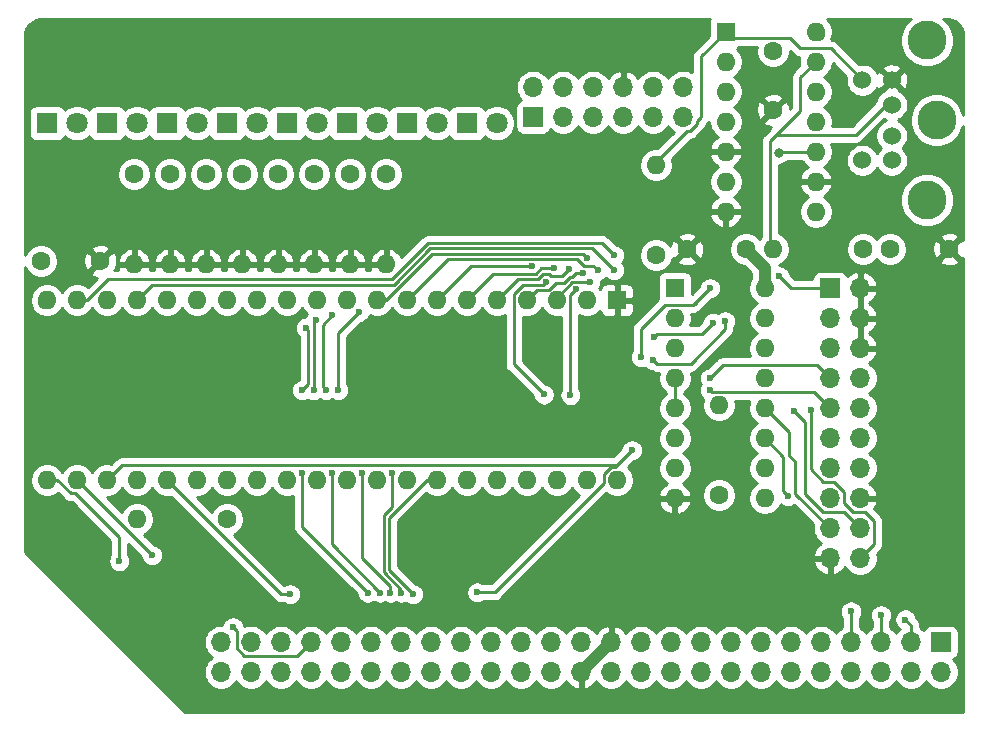
<source format=gbr>
%TF.GenerationSoftware,KiCad,Pcbnew,(5.1.10-1-10_14)*%
%TF.CreationDate,2021-10-31T16:46:36+01:00*%
%TF.ProjectId,io_board,696f5f62-6f61-4726-942e-6b696361645f,rev?*%
%TF.SameCoordinates,Original*%
%TF.FileFunction,Copper,L2,Bot*%
%TF.FilePolarity,Positive*%
%FSLAX46Y46*%
G04 Gerber Fmt 4.6, Leading zero omitted, Abs format (unit mm)*
G04 Created by KiCad (PCBNEW (5.1.10-1-10_14)) date 2021-10-31 16:46:36*
%MOMM*%
%LPD*%
G01*
G04 APERTURE LIST*
%TA.AperFunction,ComponentPad*%
%ADD10C,1.800000*%
%TD*%
%TA.AperFunction,ComponentPad*%
%ADD11R,1.800000X1.800000*%
%TD*%
%TA.AperFunction,ComponentPad*%
%ADD12O,1.600000X1.600000*%
%TD*%
%TA.AperFunction,ComponentPad*%
%ADD13C,1.600000*%
%TD*%
%TA.AperFunction,ComponentPad*%
%ADD14O,1.700000X1.700000*%
%TD*%
%TA.AperFunction,ComponentPad*%
%ADD15R,1.700000X1.700000*%
%TD*%
%TA.AperFunction,ComponentPad*%
%ADD16R,1.600000X1.600000*%
%TD*%
%TA.AperFunction,ComponentPad*%
%ADD17C,3.300000*%
%TD*%
%TA.AperFunction,ComponentPad*%
%ADD18C,1.524000*%
%TD*%
%TA.AperFunction,ViaPad*%
%ADD19C,0.600000*%
%TD*%
%TA.AperFunction,ViaPad*%
%ADD20C,0.800000*%
%TD*%
%TA.AperFunction,Conductor*%
%ADD21C,1.000000*%
%TD*%
%TA.AperFunction,Conductor*%
%ADD22C,0.250000*%
%TD*%
%TA.AperFunction,Conductor*%
%ADD23C,0.254000*%
%TD*%
%TA.AperFunction,Conductor*%
%ADD24C,0.100000*%
%TD*%
G04 APERTURE END LIST*
D10*
%TO.P,D6,2*%
%TO.N,/PA5*%
X15240000Y50546000D03*
D11*
%TO.P,D6,1*%
%TO.N,Net-(D6-Pad1)*%
X12700000Y50546000D03*
%TD*%
D10*
%TO.P,D8,2*%
%TO.N,/PA7*%
X5080000Y50546000D03*
D11*
%TO.P,D8,1*%
%TO.N,Net-(D8-Pad1)*%
X2540000Y50546000D03*
%TD*%
D10*
%TO.P,D7,2*%
%TO.N,/PA6*%
X10160000Y50546000D03*
D11*
%TO.P,D7,1*%
%TO.N,Net-(D7-Pad1)*%
X7620000Y50546000D03*
%TD*%
D10*
%TO.P,D5,2*%
%TO.N,/PA4*%
X20320000Y50546000D03*
D11*
%TO.P,D5,1*%
%TO.N,Net-(D5-Pad1)*%
X17780000Y50546000D03*
%TD*%
D10*
%TO.P,D4,2*%
%TO.N,/PA3*%
X25400000Y50546000D03*
D11*
%TO.P,D4,1*%
%TO.N,Net-(D4-Pad1)*%
X22860000Y50546000D03*
%TD*%
D10*
%TO.P,D3,2*%
%TO.N,/PA2*%
X30480000Y50546000D03*
D11*
%TO.P,D3,1*%
%TO.N,Net-(D3-Pad1)*%
X27940000Y50546000D03*
%TD*%
D10*
%TO.P,D2,2*%
%TO.N,/PA1*%
X35560000Y50546000D03*
D11*
%TO.P,D2,1*%
%TO.N,Net-(D2-Pad1)*%
X33020000Y50546000D03*
%TD*%
D10*
%TO.P,D1,2*%
%TO.N,/PA0*%
X40640000Y50546000D03*
D11*
%TO.P,D1,1*%
%TO.N,Net-(D1-Pad1)*%
X38100000Y50546000D03*
%TD*%
D12*
%TO.P,R12,2*%
%TO.N,GND*%
X9906000Y38608000D03*
D13*
%TO.P,R12,1*%
%TO.N,Net-(D8-Pad1)*%
X9906000Y46228000D03*
%TD*%
D12*
%TO.P,R11,2*%
%TO.N,GND*%
X12954000Y38608000D03*
D13*
%TO.P,R11,1*%
%TO.N,Net-(D7-Pad1)*%
X12954000Y46228000D03*
%TD*%
D12*
%TO.P,R10,2*%
%TO.N,GND*%
X16002000Y38608000D03*
D13*
%TO.P,R10,1*%
%TO.N,Net-(D6-Pad1)*%
X16002000Y46228000D03*
%TD*%
D12*
%TO.P,R9,2*%
%TO.N,GND*%
X19050000Y38608000D03*
D13*
%TO.P,R9,1*%
%TO.N,Net-(D5-Pad1)*%
X19050000Y46228000D03*
%TD*%
D12*
%TO.P,R8,2*%
%TO.N,GND*%
X22098000Y38608000D03*
D13*
%TO.P,R8,1*%
%TO.N,Net-(D4-Pad1)*%
X22098000Y46228000D03*
%TD*%
D12*
%TO.P,R7,2*%
%TO.N,GND*%
X25146000Y38608000D03*
D13*
%TO.P,R7,1*%
%TO.N,Net-(D3-Pad1)*%
X25146000Y46228000D03*
%TD*%
D12*
%TO.P,R6,2*%
%TO.N,GND*%
X28194000Y38608000D03*
D13*
%TO.P,R6,1*%
%TO.N,Net-(D2-Pad1)*%
X28194000Y46228000D03*
%TD*%
D12*
%TO.P,R5,2*%
%TO.N,GND*%
X31242000Y38608000D03*
D13*
%TO.P,R5,1*%
%TO.N,Net-(D1-Pad1)*%
X31242000Y46228000D03*
%TD*%
D12*
%TO.P,R4,2*%
%TO.N,Net-(R4-Pad2)*%
X59436000Y26670000D03*
D13*
%TO.P,R4,1*%
%TO.N,+5V*%
X59436000Y19050000D03*
%TD*%
D12*
%TO.P,R3,2*%
%TO.N,Net-(R3-Pad2)*%
X10160000Y17018000D03*
D13*
%TO.P,R3,1*%
%TO.N,+5V*%
X17780000Y17018000D03*
%TD*%
D12*
%TO.P,R2,2*%
%TO.N,PS2_DATA*%
X64008000Y39878000D03*
D13*
%TO.P,R2,1*%
%TO.N,+5V*%
X71628000Y39878000D03*
%TD*%
D12*
%TO.P,R1,2*%
%TO.N,Net-(J3-Pad5)*%
X54102000Y46990000D03*
D13*
%TO.P,R1,1*%
%TO.N,+5V*%
X54102000Y39370000D03*
%TD*%
D14*
%TO.P,J2,12*%
%TO.N,/PA6*%
X56388000Y53594000D03*
%TO.P,J2,11*%
%TO.N,/PA0*%
X56388000Y51054000D03*
%TO.P,J2,10*%
%TO.N,/PA7*%
X53848000Y53594000D03*
%TO.P,J2,9*%
%TO.N,/PA1*%
X53848000Y51054000D03*
%TO.P,J2,8*%
%TO.N,GND*%
X51308000Y53594000D03*
%TO.P,J2,7*%
%TO.N,/PA2*%
X51308000Y51054000D03*
%TO.P,J2,6*%
%TO.N,/CA1*%
X48768000Y53594000D03*
%TO.P,J2,5*%
%TO.N,/PA3*%
X48768000Y51054000D03*
%TO.P,J2,4*%
%TO.N,/CA2*%
X46228000Y53594000D03*
%TO.P,J2,3*%
%TO.N,/PA4*%
X46228000Y51054000D03*
%TO.P,J2,2*%
%TO.N,+5V*%
X43688000Y53594000D03*
D15*
%TO.P,J2,1*%
%TO.N,/PA5*%
X43688000Y51054000D03*
%TD*%
D13*
%TO.P,C4,2*%
%TO.N,GND*%
X7032000Y38862000D03*
%TO.P,C4,1*%
%TO.N,+5V*%
X2032000Y38862000D03*
%TD*%
%TO.P,C3,2*%
%TO.N,GND*%
X78914000Y39878000D03*
%TO.P,C3,1*%
%TO.N,+5V*%
X73914000Y39878000D03*
%TD*%
%TO.P,C2,2*%
%TO.N,GND*%
X64008000Y51642000D03*
%TO.P,C2,1*%
%TO.N,+5V*%
X64008000Y56642000D03*
%TD*%
%TO.P,C1,2*%
%TO.N,GND*%
X56722000Y39878000D03*
%TO.P,C1,1*%
%TO.N,+5V*%
X61722000Y39878000D03*
%TD*%
D12*
%TO.P,U1,16*%
%TO.N,+5V*%
X63309500Y36576000D03*
%TO.P,U1,8*%
%TO.N,GND*%
X55689500Y18796000D03*
%TO.P,U1,15*%
%TO.N,Net-(U1-Pad15)*%
X63309500Y34036000D03*
%TO.P,U1,7*%
%TO.N,/SS1*%
X55689500Y21336000D03*
%TO.P,U1,14*%
%TO.N,/SS7*%
X63309500Y31496000D03*
%TO.P,U1,6*%
%TO.N,Net-(R4-Pad2)*%
X55689500Y23876000D03*
%TO.P,U1,13*%
%TO.N,/SS6*%
X63309500Y28956000D03*
%TO.P,U1,5*%
%TO.N,~SLOT_SEL~*%
X55689500Y26416000D03*
%TO.P,U1,12*%
%TO.N,/SS5*%
X63309500Y26416000D03*
%TO.P,U1,4*%
%TO.N,~SLOT_SEL~*%
X55689500Y28956000D03*
%TO.P,U1,11*%
%TO.N,/SS4*%
X63309500Y23876000D03*
%TO.P,U1,3*%
%TO.N,LED3*%
X55689500Y31496000D03*
%TO.P,U1,10*%
%TO.N,/SS3*%
X63309500Y21336000D03*
%TO.P,U1,2*%
%TO.N,LED2*%
X55689500Y34036000D03*
%TO.P,U1,9*%
%TO.N,/SS2*%
X63309500Y18796000D03*
D16*
%TO.P,U1,1*%
%TO.N,LED1*%
X55689500Y36576000D03*
%TD*%
D12*
%TO.P,U3,14*%
%TO.N,+5V*%
X67627500Y58293000D03*
%TO.P,U3,7*%
%TO.N,GND*%
X60007500Y43053000D03*
%TO.P,U3,13*%
%TO.N,PS2_DATA*%
X67627500Y55753000D03*
%TO.P,U3,6*%
%TO.N,Net-(U3-Pad6)*%
X60007500Y45593000D03*
%TO.P,U3,12*%
%TO.N,Net-(U3-Pad11)*%
X67627500Y53213000D03*
%TO.P,U3,5*%
%TO.N,GND*%
X60007500Y48133000D03*
%TO.P,U3,11*%
%TO.N,Net-(U3-Pad11)*%
X67627500Y50673000D03*
%TO.P,U3,4*%
%TO.N,Net-(U2-Pad19)*%
X60007500Y50673000D03*
%TO.P,U3,10*%
%TO.N,Net-(U2-Pad17)*%
X67627500Y48133000D03*
%TO.P,U3,3*%
%TO.N,Net-(U3-Pad2)*%
X60007500Y53213000D03*
%TO.P,U3,9*%
%TO.N,GND*%
X67627500Y45593000D03*
%TO.P,U3,2*%
%TO.N,Net-(U3-Pad2)*%
X60007500Y55753000D03*
%TO.P,U3,8*%
%TO.N,Net-(U3-Pad8)*%
X67627500Y43053000D03*
D16*
%TO.P,U3,1*%
%TO.N,Net-(J3-Pad5)*%
X60007500Y58293000D03*
%TD*%
D12*
%TO.P,U2,40*%
%TO.N,/CA1*%
X50800000Y20320000D03*
%TO.P,U2,20*%
%TO.N,+5V*%
X2540000Y35560000D03*
%TO.P,U2,39*%
%TO.N,/CA2*%
X48260000Y20320000D03*
%TO.P,U2,19*%
%TO.N,Net-(U2-Pad19)*%
X5080000Y35560000D03*
%TO.P,U2,38*%
%TO.N,A0*%
X45720000Y20320000D03*
%TO.P,U2,18*%
%TO.N,~SINT~*%
X7620000Y35560000D03*
%TO.P,U2,37*%
%TO.N,A1*%
X43180000Y20320000D03*
%TO.P,U2,17*%
%TO.N,Net-(U2-Pad17)*%
X10160000Y35560000D03*
%TO.P,U2,36*%
%TO.N,A2*%
X40640000Y20320000D03*
%TO.P,U2,16*%
%TO.N,~CONF~*%
X12700000Y35560000D03*
%TO.P,U2,35*%
%TO.N,A3*%
X38100000Y20320000D03*
%TO.P,U2,15*%
%TO.N,MOSI*%
X15240000Y35560000D03*
%TO.P,U2,34*%
%TO.N,~RESET~*%
X35560000Y20320000D03*
%TO.P,U2,14*%
%TO.N,MISO*%
X17780000Y35560000D03*
%TO.P,U2,33*%
%TO.N,D0*%
X33020000Y20320000D03*
%TO.P,U2,13*%
%TO.N,LED4*%
X20320000Y35560000D03*
%TO.P,U2,32*%
%TO.N,D1*%
X30480000Y20320000D03*
%TO.P,U2,12*%
%TO.N,LED3*%
X22860000Y35560000D03*
%TO.P,U2,31*%
%TO.N,D2*%
X27940000Y20320000D03*
%TO.P,U2,11*%
%TO.N,LED2*%
X25400000Y35560000D03*
%TO.P,U2,30*%
%TO.N,D3*%
X25400000Y20320000D03*
%TO.P,U2,10*%
%TO.N,LED1*%
X27940000Y35560000D03*
%TO.P,U2,29*%
%TO.N,D4*%
X22860000Y20320000D03*
%TO.P,U2,9*%
%TO.N,/PA7*%
X30480000Y35560000D03*
%TO.P,U2,28*%
%TO.N,D5*%
X20320000Y20320000D03*
%TO.P,U2,8*%
%TO.N,/PA6*%
X33020000Y35560000D03*
%TO.P,U2,27*%
%TO.N,D6*%
X17780000Y20320000D03*
%TO.P,U2,7*%
%TO.N,/PA5*%
X35560000Y35560000D03*
%TO.P,U2,26*%
%TO.N,D7*%
X15240000Y20320000D03*
%TO.P,U2,6*%
%TO.N,/PA4*%
X38100000Y35560000D03*
%TO.P,U2,25*%
%TO.N,CLK_12M*%
X12700000Y20320000D03*
%TO.P,U2,5*%
%TO.N,/PA3*%
X40640000Y35560000D03*
%TO.P,U2,24*%
%TO.N,Net-(R3-Pad2)*%
X10160000Y20320000D03*
%TO.P,U2,4*%
%TO.N,/PA2*%
X43180000Y35560000D03*
%TO.P,U2,23*%
%TO.N,~SLOT_SEL~*%
X7620000Y20320000D03*
%TO.P,U2,3*%
%TO.N,/PA1*%
X45720000Y35560000D03*
%TO.P,U2,22*%
%TO.N,R~W~*%
X5080000Y20320000D03*
%TO.P,U2,2*%
%TO.N,/PA0*%
X48260000Y35560000D03*
%TO.P,U2,21*%
%TO.N,~SLOT_IRQ~*%
X2540000Y20320000D03*
D16*
%TO.P,U2,1*%
%TO.N,GND*%
X50800000Y35560000D03*
%TD*%
D14*
%TO.P,J4,20*%
%TO.N,/SS7*%
X71374000Y13716000D03*
%TO.P,J4,19*%
%TO.N,GND*%
X68834000Y13716000D03*
%TO.P,J4,18*%
%TO.N,/SS6*%
X71374000Y16256000D03*
%TO.P,J4,17*%
%TO.N,/SS5*%
X68834000Y16256000D03*
%TO.P,J4,16*%
%TO.N,GND*%
X71374000Y18796000D03*
%TO.P,J4,15*%
%TO.N,/SS4*%
X68834000Y18796000D03*
%TO.P,J4,14*%
%TO.N,/SS3*%
X71374000Y21336000D03*
%TO.P,J4,13*%
%TO.N,Net-(J4-Pad13)*%
X68834000Y21336000D03*
%TO.P,J4,12*%
%TO.N,/SS2*%
X71374000Y23876000D03*
%TO.P,J4,11*%
%TO.N,/SS1*%
X68834000Y23876000D03*
%TO.P,J4,10*%
%TO.N,+5V*%
X71374000Y26416000D03*
%TO.P,J4,9*%
%TO.N,~SINT~*%
X68834000Y26416000D03*
%TO.P,J4,8*%
%TO.N,+5V*%
X71374000Y28956000D03*
%TO.P,J4,7*%
%TO.N,MISO*%
X68834000Y28956000D03*
%TO.P,J4,6*%
%TO.N,GND*%
X71374000Y31496000D03*
%TO.P,J4,5*%
%TO.N,MOSI*%
X68834000Y31496000D03*
%TO.P,J4,4*%
%TO.N,GND*%
X71374000Y34036000D03*
%TO.P,J4,3*%
%TO.N,LED4*%
X68834000Y34036000D03*
%TO.P,J4,2*%
%TO.N,GND*%
X71374000Y36576000D03*
D15*
%TO.P,J4,1*%
%TO.N,~CONF~*%
X68834000Y36576000D03*
%TD*%
D17*
%TO.P,J3,7*%
%TO.N,N/C*%
X77850000Y50800000D03*
D18*
%TO.P,J3,1*%
%TO.N,PS2_DATA*%
X74050000Y52100000D03*
%TO.P,J3,2*%
%TO.N,Net-(J3-Pad2)*%
X74050000Y49500000D03*
%TO.P,J3,5*%
%TO.N,Net-(J3-Pad5)*%
X71550000Y54200000D03*
%TO.P,J3,3*%
%TO.N,GND*%
X74050000Y54200000D03*
%TO.P,J3,6*%
%TO.N,Net-(J3-Pad6)*%
X71550000Y47400000D03*
%TO.P,J3,4*%
%TO.N,+5V*%
X74050000Y47400000D03*
D17*
%TO.P,J3,7*%
%TO.N,N/C*%
X77050000Y44050000D03*
X77050000Y57550000D03*
%TD*%
D14*
%TO.P,J1,50*%
%TO.N,~NMI~*%
X17272000Y4064000D03*
%TO.P,J1,49*%
%TO.N,~RESET~*%
X17272000Y6604000D03*
%TO.P,J1,48*%
%TO.N,~SLOT_IRQ~*%
X19812000Y4064000D03*
%TO.P,J1,47*%
%TO.N,SYNC*%
X19812000Y6604000D03*
%TO.P,J1,46*%
%TO.N,EX3*%
X22352000Y4064000D03*
%TO.P,J1,45*%
%TO.N,~IRQ~*%
X22352000Y6604000D03*
%TO.P,J1,44*%
%TO.N,EX2*%
X24892000Y4064000D03*
%TO.P,J1,43*%
%TO.N,R~W~*%
X24892000Y6604000D03*
%TO.P,J1,42*%
%TO.N,CLK_12M*%
X27432000Y4064000D03*
%TO.P,J1,41*%
%TO.N,CLK*%
X27432000Y6604000D03*
%TO.P,J1,40*%
%TO.N,LED4*%
X29972000Y4064000D03*
%TO.P,J1,39*%
%TO.N,BE*%
X29972000Y6604000D03*
%TO.P,J1,38*%
%TO.N,LED3*%
X32512000Y4064000D03*
%TO.P,J1,37*%
%TO.N,RDY*%
X32512000Y6604000D03*
%TO.P,J1,36*%
%TO.N,LED2*%
X35052000Y4064000D03*
%TO.P,J1,35*%
%TO.N,A15*%
X35052000Y6604000D03*
%TO.P,J1,34*%
%TO.N,LED1*%
X37592000Y4064000D03*
%TO.P,J1,33*%
%TO.N,A14*%
X37592000Y6604000D03*
%TO.P,J1,32*%
%TO.N,~SLOT_SEL~*%
X40132000Y4064000D03*
%TO.P,J1,31*%
%TO.N,A13*%
X40132000Y6604000D03*
%TO.P,J1,30*%
%TO.N,~INH~*%
X42672000Y4064000D03*
%TO.P,J1,29*%
%TO.N,A12*%
X42672000Y6604000D03*
%TO.P,J1,28*%
%TO.N,~SSEL~*%
X45212000Y4064000D03*
%TO.P,J1,27*%
%TO.N,A11*%
X45212000Y6604000D03*
%TO.P,J1,26*%
%TO.N,GND*%
X47752000Y4064000D03*
%TO.P,J1,25*%
%TO.N,+5V*%
X47752000Y6604000D03*
%TO.P,J1,24*%
X50292000Y4064000D03*
%TO.P,J1,23*%
%TO.N,GND*%
X50292000Y6604000D03*
%TO.P,J1,22*%
%TO.N,~SLOW~*%
X52832000Y4064000D03*
%TO.P,J1,21*%
%TO.N,A10*%
X52832000Y6604000D03*
%TO.P,J1,20*%
%TO.N,EX1*%
X55372000Y4064000D03*
%TO.P,J1,19*%
%TO.N,A9*%
X55372000Y6604000D03*
%TO.P,J1,18*%
%TO.N,EX0*%
X57912000Y4064000D03*
%TO.P,J1,17*%
%TO.N,A8*%
X57912000Y6604000D03*
%TO.P,J1,16*%
%TO.N,D7*%
X60452000Y4064000D03*
%TO.P,J1,15*%
%TO.N,A7*%
X60452000Y6604000D03*
%TO.P,J1,14*%
%TO.N,D6*%
X62992000Y4064000D03*
%TO.P,J1,13*%
%TO.N,A6*%
X62992000Y6604000D03*
%TO.P,J1,12*%
%TO.N,D5*%
X65532000Y4064000D03*
%TO.P,J1,11*%
%TO.N,A5*%
X65532000Y6604000D03*
%TO.P,J1,10*%
%TO.N,D4*%
X68072000Y4064000D03*
%TO.P,J1,9*%
%TO.N,A4*%
X68072000Y6604000D03*
%TO.P,J1,8*%
%TO.N,D3*%
X70612000Y4064000D03*
%TO.P,J1,7*%
%TO.N,A3*%
X70612000Y6604000D03*
%TO.P,J1,6*%
%TO.N,D2*%
X73152000Y4064000D03*
%TO.P,J1,5*%
%TO.N,A2*%
X73152000Y6604000D03*
%TO.P,J1,4*%
%TO.N,D1*%
X75692000Y4064000D03*
%TO.P,J1,3*%
%TO.N,A1*%
X75692000Y6604000D03*
%TO.P,J1,2*%
%TO.N,D0*%
X78232000Y4064000D03*
D15*
%TO.P,J1,1*%
%TO.N,A0*%
X78232000Y6604000D03*
%TD*%
D19*
%TO.N,A3*%
X70612000Y9200957D03*
%TO.N,A2*%
X73152000Y8890000D03*
%TO.N,A1*%
X75218047Y8522055D03*
%TO.N,LED4*%
X24130000Y27940000D03*
X29689519Y10804990D03*
X24436570Y33223929D03*
X53886482Y32415120D03*
X58927994Y33645010D03*
X24130000Y20964990D03*
%TO.N,LED3*%
X25107987Y27940000D03*
X30743450Y10804990D03*
X25273000Y33845500D03*
X26670000Y20964990D03*
%TO.N,LED2*%
X26670000Y34290000D03*
X26162008Y27940000D03*
X31602346Y10804990D03*
X29210000Y20964990D03*
%TO.N,LED1*%
X27178000Y27940000D03*
X32509556Y10802546D03*
X28956000Y34567076D03*
X31750000Y20964990D03*
%TO.N,~RESET~*%
X33528000Y10668000D03*
%TO.N,R~W~*%
X11430000Y13970000D03*
X18288000Y7874000D03*
%TO.N,~SLOT_SEL~*%
X38956999Y10827001D03*
X52070000Y22860000D03*
%TO.N,/PA6*%
X49158990Y38100000D03*
%TO.N,/PA7*%
X48258966Y39116000D03*
%TO.N,/PA5*%
X43632654Y38410957D03*
%TO.N,/PA4*%
X45457648Y38244547D03*
%TO.N,/CA1*%
X46845001Y27541001D03*
X47341126Y36479605D03*
%TO.N,/PA3*%
X46707660Y38158509D03*
%TO.N,/CA2*%
X44594999Y27576999D03*
X44781684Y37114674D03*
%TO.N,/PA2*%
X47908978Y37846000D03*
%TO.N,/PA1*%
X48514000Y37084000D03*
%TO.N,~SINT~*%
X58655619Y27940000D03*
%TO.N,MOSI*%
X53848000Y30480000D03*
X59944000Y33782000D03*
%TO.N,MISO*%
X58674000Y28955996D03*
%TO.N,~CONF~*%
X52832000Y30734000D03*
X64516000Y37592000D03*
X58674000Y36576000D03*
%TO.N,/SS7*%
X67183000Y26225500D03*
%TO.N,/SS6*%
X65786000Y26162000D03*
%TO.N,/SS4*%
X65278000Y18986498D03*
%TO.N,~SLOT_IRQ~*%
X8655499Y13481499D03*
%TO.N,CLK_12M*%
X23114000Y10668000D03*
%TO.N,Net-(U2-Pad19)*%
X50546000Y39370000D03*
%TO.N,Net-(U2-Pad17)*%
X50546000Y38100000D03*
D20*
X64479010Y48050188D03*
%TD*%
D21*
%TO.N,GND*%
X50292000Y6604000D02*
X47752000Y4064000D01*
%TO.N,+5V*%
X67600500Y58320000D02*
X67627500Y58293000D01*
X67872500Y58048000D02*
X67627500Y58293000D01*
X63209500Y36612500D02*
X63246000Y36576000D01*
X2286000Y35306000D02*
X2540000Y35560000D01*
X63309500Y38290500D02*
X63309500Y36576000D01*
X61722000Y39878000D02*
X63309500Y38290500D01*
D22*
%TO.N,A3*%
X70612000Y6604000D02*
X70612000Y9200957D01*
%TO.N,A2*%
X73152000Y6604000D02*
X73152000Y8890000D01*
%TO.N,A1*%
X75692000Y6604000D02*
X75692000Y8048102D01*
X75692000Y8048102D02*
X75218047Y8522055D01*
%TO.N,LED4*%
X24638000Y33022499D02*
X24436570Y33223929D01*
X24638000Y28448000D02*
X24638000Y33022499D01*
X24130000Y27940000D02*
X24638000Y28448000D01*
X53886482Y32415120D02*
X54186481Y32715119D01*
X54186481Y32715119D02*
X57998103Y32715119D01*
X57998103Y32715119D02*
X58927994Y33645010D01*
X24130000Y16364509D02*
X24130000Y20964990D01*
X29689519Y10804990D02*
X24130000Y16364509D01*
%TO.N,LED3*%
X25107987Y33680487D02*
X25273000Y33845500D01*
X25107987Y27940000D02*
X25107987Y33680487D01*
X30743450Y10804990D02*
X26670000Y14878440D01*
X26670000Y19748500D02*
X26670000Y20964990D01*
X26670000Y14878440D02*
X26670000Y19748500D01*
%TO.N,LED2*%
X26670000Y34290000D02*
X25862009Y33482009D01*
X25862009Y33482009D02*
X25862009Y28239999D01*
X25862009Y28239999D02*
X26162008Y27940000D01*
X31602346Y10804990D02*
X31602346Y11320832D01*
X29210000Y20540726D02*
X29210000Y20964990D01*
X29210000Y13713178D02*
X29210000Y20540726D01*
X31602346Y11320832D02*
X29210000Y13713178D01*
%TO.N,LED1*%
X27178000Y32789076D02*
X28956000Y34567076D01*
X27178000Y27940000D02*
X27178000Y32789076D01*
X32509556Y10802546D02*
X32509556Y11050033D01*
X31750000Y18035410D02*
X31750000Y20964990D01*
X32509556Y11050033D02*
X31045989Y12513600D01*
X31045989Y17331400D02*
X31750000Y18035410D01*
X31045989Y12513600D02*
X31045989Y17331400D01*
%TO.N,~RESET~*%
X31496000Y12700000D02*
X33528000Y10668000D01*
X34671000Y20320000D02*
X31496000Y17145000D01*
X35560000Y20320000D02*
X34671000Y20320000D01*
X31496000Y17145000D02*
X31496000Y12700000D01*
%TO.N,R~W~*%
X5080000Y20320000D02*
X11430000Y13970000D01*
X11430000Y13970000D02*
X11430000Y13970000D01*
X23716999Y5428999D02*
X24892000Y6604000D01*
X18587999Y6088999D02*
X19247999Y5428999D01*
X19247999Y5428999D02*
X23716999Y5428999D01*
X18587999Y7574001D02*
X18587999Y6088999D01*
X18288000Y7874000D02*
X18587999Y7574001D01*
%TO.N,~SLOT_SEL~*%
X55689500Y26416000D02*
X55689500Y28956000D01*
X8890000Y21590000D02*
X50800000Y21590000D01*
X50800000Y21590000D02*
X52070000Y22860000D01*
X7620000Y20320000D02*
X8890000Y21590000D01*
X50259999Y21445001D02*
X50655001Y21445001D01*
X49674999Y20860001D02*
X50259999Y21445001D01*
X49674999Y20069997D02*
X49674999Y20860001D01*
X40432003Y10827001D02*
X49674999Y20069997D01*
X50655001Y21445001D02*
X52070000Y22860000D01*
X38956999Y10827001D02*
X40432003Y10827001D01*
%TO.N,/PA6*%
X47415031Y39035967D02*
X47959999Y38490999D01*
X33020000Y35560000D02*
X36495967Y39035967D01*
X36495967Y39035967D02*
X47415031Y39035967D01*
X47959999Y38490999D02*
X48767991Y38490999D01*
X48767991Y38490999D02*
X49158990Y38100000D01*
%TO.N,/PA7*%
X47888988Y39485978D02*
X48258966Y39116000D01*
X30480000Y35560000D02*
X31244821Y35560000D01*
X31244821Y35560000D02*
X35170799Y39485978D01*
X35170799Y39485978D02*
X47888988Y39485978D01*
%TO.N,/PA5*%
X38410957Y38410957D02*
X43632654Y38410957D01*
X35560000Y35560000D02*
X38410957Y38410957D01*
%TO.N,/PA4*%
X40325955Y37785955D02*
X43932656Y37785955D01*
X38100000Y35560000D02*
X40325955Y37785955D01*
X43932656Y37785955D02*
X44391248Y38244547D01*
X44391248Y38244547D02*
X45457648Y38244547D01*
%TO.N,/CA1*%
X46845001Y27541001D02*
X46845001Y35983480D01*
X46845001Y35983480D02*
X47341126Y36479605D01*
%TO.N,/PA3*%
X40640000Y35560000D02*
X42415944Y37335944D01*
X46161140Y37611989D02*
X46707660Y38158509D01*
X45054009Y37767353D02*
X45209373Y37611989D01*
X42415944Y37335944D02*
X44119056Y37335944D01*
X44550465Y37767353D02*
X45054009Y37767353D01*
X45209373Y37611989D02*
X46161140Y37611989D01*
X44119056Y37335944D02*
X44550465Y37767353D01*
%TO.N,/CA2*%
X44594999Y27576999D02*
X44594999Y27541001D01*
X44552943Y36885933D02*
X44781684Y37114674D01*
X44594999Y27576999D02*
X42054999Y30116999D01*
X42861988Y36885933D02*
X44552943Y36885933D01*
X42054999Y36078944D02*
X42861988Y36885933D01*
X42054999Y30116999D02*
X42054999Y36078944D01*
%TO.N,/PA2*%
X43180000Y35560000D02*
X43180000Y36062898D01*
X43180000Y35560000D02*
X44055922Y36435922D01*
X47308524Y37846000D02*
X47908978Y37846000D01*
X45594849Y37024984D02*
X46325076Y37024985D01*
X44055922Y36435922D02*
X45005787Y36435922D01*
X46833599Y37533507D02*
X46996031Y37533507D01*
X46325076Y37024985D02*
X46833599Y37533507D01*
X45005787Y36435922D02*
X45594849Y37024984D01*
X46996031Y37533507D02*
X47308524Y37846000D01*
%TO.N,/PA1*%
X47180026Y37083496D02*
X47201321Y37104791D01*
X47201321Y37104791D02*
X48493209Y37104791D01*
X47019999Y37083496D02*
X47180026Y37083496D01*
X45720000Y35783499D02*
X47019999Y37083496D01*
X45720000Y35560000D02*
X45720000Y35783499D01*
X48493209Y37104791D02*
X48514000Y37084000D01*
%TO.N,/PA0*%
X48260000Y35560000D02*
X48722001Y36022001D01*
%TO.N,Net-(J3-Pad5)*%
X66311999Y56878001D02*
X65422999Y57767001D01*
X60533499Y57767001D02*
X60007500Y58293000D01*
X68871999Y56878001D02*
X66311999Y56878001D01*
X65422999Y57767001D02*
X60533499Y57767001D01*
X71550000Y54200000D02*
X68871999Y56878001D01*
X57912000Y51054000D02*
X57912000Y56197500D01*
X53848000Y46990000D02*
X56736999Y49878999D01*
X56736999Y49878999D02*
X56952001Y49878999D01*
X57563001Y50705001D02*
X57912000Y51054000D01*
X57563001Y50489999D02*
X57563001Y50705001D01*
X57912000Y56197500D02*
X60007500Y58293000D01*
X56952001Y49878999D02*
X57563001Y50489999D01*
%TO.N,~SINT~*%
X67454999Y27795001D02*
X58800618Y27795001D01*
X58800618Y27795001D02*
X58655619Y27940000D01*
X68834000Y26416000D02*
X67454999Y27795001D01*
%TO.N,MOSI*%
X59944000Y33103736D02*
X59944000Y33782000D01*
X54147999Y30180001D02*
X57020265Y30180001D01*
X53848000Y30480000D02*
X54147999Y30180001D01*
X57020265Y30180001D02*
X59944000Y33103736D01*
%TO.N,MISO*%
X68834000Y28956000D02*
X67708999Y30081001D01*
X67708999Y30081001D02*
X59799005Y30081001D01*
X59799005Y30081001D02*
X58674000Y28955996D01*
%TO.N,~CONF~*%
X65532000Y36576000D02*
X64516000Y37592000D01*
X68834000Y36576000D02*
X65532000Y36576000D01*
X57358001Y35260001D02*
X58674000Y36576000D01*
X57259001Y35161001D02*
X58674000Y36576000D01*
X54831999Y35161001D02*
X57259001Y35161001D01*
X52832000Y33161002D02*
X54831999Y35161001D01*
X52832000Y30734000D02*
X52832000Y33161002D01*
D21*
%TO.N,Net-(R4-Pad2)*%
X55635000Y23885000D02*
X55626000Y23876000D01*
D22*
%TO.N,PS2_DATA*%
X67872500Y55998000D02*
X67627500Y55753000D01*
X66294000Y54419500D02*
X67627500Y55753000D01*
X66294000Y51562000D02*
X66294000Y54419500D01*
X64262000Y49530000D02*
X66294000Y51562000D01*
X64279999Y49547999D02*
X64262000Y49530000D01*
X70989999Y49547999D02*
X64279999Y49547999D01*
X73542000Y52100000D02*
X70989999Y49547999D01*
X63754000Y48514000D02*
X63754000Y39878000D01*
X64279999Y49547999D02*
X63754000Y49022000D01*
X63754000Y49022000D02*
X63754000Y48514000D01*
%TO.N,/SS7*%
X72549001Y14891001D02*
X72549001Y16858999D01*
X71374000Y13716000D02*
X72549001Y14891001D01*
X67183000Y21247998D02*
X67183000Y26225500D01*
X69208003Y20160999D02*
X68269999Y20160999D01*
X70009001Y18421997D02*
X70009001Y19360001D01*
X70009001Y19360001D02*
X69208003Y20160999D01*
X70809999Y17620999D02*
X70009001Y18421997D01*
X71787001Y17620999D02*
X70809999Y17620999D01*
X72549001Y16858999D02*
X71787001Y17620999D01*
X68269999Y20160999D02*
X67183000Y21247998D01*
%TO.N,/SS6*%
X71374000Y16256000D02*
X70009001Y17620999D01*
X68269999Y17620999D02*
X66732989Y19158009D01*
X66732989Y25215011D02*
X65786000Y26162000D01*
X70009001Y17620999D02*
X68269999Y17620999D01*
X66732989Y19158009D02*
X66732989Y25215011D01*
%TO.N,/SS5*%
X63309500Y26416000D02*
X65335989Y24389511D01*
X65903001Y21891586D02*
X65903001Y19186999D01*
X65335989Y22458598D02*
X65903001Y21891586D01*
X65335989Y24389511D02*
X65335989Y22458598D01*
X65903001Y19186999D02*
X68834000Y16256000D01*
%TO.N,/SS4*%
X63309500Y23876000D02*
X64885978Y22299522D01*
X64885978Y19378520D02*
X65278000Y18986498D01*
X64885978Y22299522D02*
X64885978Y19378520D01*
%TO.N,~SLOT_IRQ~*%
X3414998Y20320000D02*
X2540000Y20320000D01*
X4539999Y19194999D02*
X3414998Y20320000D01*
X8655499Y15474501D02*
X4935001Y19194999D01*
X4935001Y19194999D02*
X4539999Y19194999D01*
X8655499Y13481499D02*
X8655499Y15474501D01*
%TO.N,CLK_12M*%
X12700000Y20320000D02*
X22352000Y10668000D01*
X22352000Y10668000D02*
X23114000Y10668000D01*
X23114000Y10668000D02*
X23114000Y10668000D01*
%TO.N,Net-(U2-Pad19)*%
X50546000Y39370000D02*
X50546000Y39370000D01*
X49530000Y40386000D02*
X50546000Y39370000D01*
X34798000Y40386000D02*
X49530000Y40386000D01*
X7732998Y37338000D02*
X31750000Y37338000D01*
X31750000Y37338000D02*
X34798000Y40386000D01*
X5954998Y35560000D02*
X7732998Y37338000D01*
X5080000Y35560000D02*
X5954998Y35560000D01*
%TO.N,Net-(U2-Pad17)*%
X48710011Y39935989D02*
X50546000Y38100000D01*
X34984399Y39935989D02*
X48710011Y39935989D01*
X31878410Y36830000D02*
X34984399Y39935989D01*
X11430000Y36830000D02*
X31878410Y36830000D01*
X10160000Y35560000D02*
X11430000Y36830000D01*
X67627500Y48133000D02*
X64561822Y48133000D01*
X64561822Y48133000D02*
X64479010Y48050188D01*
%TO.N,Net-(U3-Pad11)*%
X68017500Y51063000D02*
X67627500Y50673000D01*
%TD*%
D23*
%TO.N,GND*%
X2125353Y59386000D02*
X58644093Y59386000D01*
X58617998Y59337180D01*
X58581688Y59217482D01*
X58569428Y59093000D01*
X58569428Y57929730D01*
X57400998Y56761299D01*
X57372000Y56737501D01*
X57348202Y56708503D01*
X57348201Y56708502D01*
X57277026Y56621776D01*
X57206454Y56489746D01*
X57199751Y56467647D01*
X57169221Y56366999D01*
X57162998Y56346485D01*
X57148324Y56197500D01*
X57152001Y56160168D01*
X57152001Y54869505D01*
X57091411Y54909990D01*
X56821158Y55021932D01*
X56534260Y55079000D01*
X56241740Y55079000D01*
X55954842Y55021932D01*
X55684589Y54909990D01*
X55441368Y54747475D01*
X55234525Y54540632D01*
X55118000Y54366240D01*
X55001475Y54540632D01*
X54794632Y54747475D01*
X54551411Y54909990D01*
X54281158Y55021932D01*
X53994260Y55079000D01*
X53701740Y55079000D01*
X53414842Y55021932D01*
X53144589Y54909990D01*
X52901368Y54747475D01*
X52694525Y54540632D01*
X52572805Y54358466D01*
X52503178Y54475355D01*
X52308269Y54691588D01*
X52074920Y54865641D01*
X51812099Y54990825D01*
X51664890Y55035476D01*
X51435000Y54914155D01*
X51435000Y53721000D01*
X51455000Y53721000D01*
X51455000Y53467000D01*
X51435000Y53467000D01*
X51435000Y53447000D01*
X51181000Y53447000D01*
X51181000Y53467000D01*
X51161000Y53467000D01*
X51161000Y53721000D01*
X51181000Y53721000D01*
X51181000Y54914155D01*
X50951110Y55035476D01*
X50803901Y54990825D01*
X50541080Y54865641D01*
X50307731Y54691588D01*
X50112822Y54475355D01*
X50043195Y54358466D01*
X49921475Y54540632D01*
X49714632Y54747475D01*
X49471411Y54909990D01*
X49201158Y55021932D01*
X48914260Y55079000D01*
X48621740Y55079000D01*
X48334842Y55021932D01*
X48064589Y54909990D01*
X47821368Y54747475D01*
X47614525Y54540632D01*
X47498000Y54366240D01*
X47381475Y54540632D01*
X47174632Y54747475D01*
X46931411Y54909990D01*
X46661158Y55021932D01*
X46374260Y55079000D01*
X46081740Y55079000D01*
X45794842Y55021932D01*
X45524589Y54909990D01*
X45281368Y54747475D01*
X45074525Y54540632D01*
X44958000Y54366240D01*
X44841475Y54540632D01*
X44634632Y54747475D01*
X44391411Y54909990D01*
X44121158Y55021932D01*
X43834260Y55079000D01*
X43541740Y55079000D01*
X43254842Y55021932D01*
X42984589Y54909990D01*
X42741368Y54747475D01*
X42534525Y54540632D01*
X42372010Y54297411D01*
X42260068Y54027158D01*
X42203000Y53740260D01*
X42203000Y53447740D01*
X42260068Y53160842D01*
X42372010Y52890589D01*
X42534525Y52647368D01*
X42666380Y52515513D01*
X42593820Y52493502D01*
X42483506Y52434537D01*
X42386815Y52355185D01*
X42307463Y52258494D01*
X42248498Y52148180D01*
X42212188Y52028482D01*
X42199928Y51904000D01*
X42199928Y50204000D01*
X42212188Y50079518D01*
X42248498Y49959820D01*
X42307463Y49849506D01*
X42386815Y49752815D01*
X42483506Y49673463D01*
X42593820Y49614498D01*
X42713518Y49578188D01*
X42838000Y49565928D01*
X44538000Y49565928D01*
X44662482Y49578188D01*
X44782180Y49614498D01*
X44892494Y49673463D01*
X44989185Y49752815D01*
X45068537Y49849506D01*
X45127502Y49959820D01*
X45149513Y50032380D01*
X45281368Y49900525D01*
X45524589Y49738010D01*
X45794842Y49626068D01*
X46081740Y49569000D01*
X46374260Y49569000D01*
X46661158Y49626068D01*
X46931411Y49738010D01*
X47174632Y49900525D01*
X47381475Y50107368D01*
X47498000Y50281760D01*
X47614525Y50107368D01*
X47821368Y49900525D01*
X48064589Y49738010D01*
X48334842Y49626068D01*
X48621740Y49569000D01*
X48914260Y49569000D01*
X49201158Y49626068D01*
X49471411Y49738010D01*
X49714632Y49900525D01*
X49921475Y50107368D01*
X50038000Y50281760D01*
X50154525Y50107368D01*
X50361368Y49900525D01*
X50604589Y49738010D01*
X50874842Y49626068D01*
X51161740Y49569000D01*
X51454260Y49569000D01*
X51741158Y49626068D01*
X52011411Y49738010D01*
X52254632Y49900525D01*
X52461475Y50107368D01*
X52578000Y50281760D01*
X52694525Y50107368D01*
X52901368Y49900525D01*
X53144589Y49738010D01*
X53414842Y49626068D01*
X53701740Y49569000D01*
X53994260Y49569000D01*
X54281158Y49626068D01*
X54551411Y49738010D01*
X54794632Y49900525D01*
X55001475Y50107368D01*
X55118000Y50281760D01*
X55234525Y50107368D01*
X55441368Y49900525D01*
X55586649Y49803451D01*
X54208199Y48425000D01*
X53960665Y48425000D01*
X53683426Y48369853D01*
X53422273Y48261680D01*
X53187241Y48104637D01*
X52987363Y47904759D01*
X52830320Y47669727D01*
X52722147Y47408574D01*
X52667000Y47131335D01*
X52667000Y46848665D01*
X52722147Y46571426D01*
X52830320Y46310273D01*
X52987363Y46075241D01*
X53187241Y45875363D01*
X53422273Y45718320D01*
X53683426Y45610147D01*
X53960665Y45555000D01*
X54243335Y45555000D01*
X54520574Y45610147D01*
X54781727Y45718320D01*
X54805695Y45734335D01*
X58572500Y45734335D01*
X58572500Y45451665D01*
X58627647Y45174426D01*
X58735820Y44913273D01*
X58892863Y44678241D01*
X59092741Y44478363D01*
X59327773Y44321320D01*
X59338365Y44316933D01*
X59152369Y44205385D01*
X58943981Y44016414D01*
X58776463Y43790420D01*
X58656254Y43536087D01*
X58615596Y43402039D01*
X58737585Y43180000D01*
X59880500Y43180000D01*
X59880500Y43200000D01*
X60134500Y43200000D01*
X60134500Y43180000D01*
X61277415Y43180000D01*
X61399404Y43402039D01*
X61358746Y43536087D01*
X61238537Y43790420D01*
X61071019Y44016414D01*
X60862631Y44205385D01*
X60676635Y44316933D01*
X60687227Y44321320D01*
X60922259Y44478363D01*
X61122137Y44678241D01*
X61279180Y44913273D01*
X61387353Y45174426D01*
X61442500Y45451665D01*
X61442500Y45734335D01*
X61387353Y46011574D01*
X61279180Y46272727D01*
X61122137Y46507759D01*
X60922259Y46707637D01*
X60687227Y46864680D01*
X60676635Y46869067D01*
X60862631Y46980615D01*
X61071019Y47169586D01*
X61238537Y47395580D01*
X61358746Y47649913D01*
X61399404Y47783961D01*
X61277415Y48006000D01*
X60134500Y48006000D01*
X60134500Y47986000D01*
X59880500Y47986000D01*
X59880500Y48006000D01*
X58737585Y48006000D01*
X58615596Y47783961D01*
X58656254Y47649913D01*
X58776463Y47395580D01*
X58943981Y47169586D01*
X59152369Y46980615D01*
X59338365Y46869067D01*
X59327773Y46864680D01*
X59092741Y46707637D01*
X58892863Y46507759D01*
X58735820Y46272727D01*
X58627647Y46011574D01*
X58572500Y45734335D01*
X54805695Y45734335D01*
X55016759Y45875363D01*
X55216637Y46075241D01*
X55373680Y46310273D01*
X55481853Y46571426D01*
X55537000Y46848665D01*
X55537000Y47131335D01*
X55481853Y47408574D01*
X55440708Y47507907D01*
X57058626Y49125824D01*
X57100987Y49129996D01*
X57244248Y49173453D01*
X57376277Y49244025D01*
X57492002Y49338998D01*
X57515804Y49368001D01*
X58074010Y49926205D01*
X58103002Y49949998D01*
X58126796Y49978991D01*
X58126800Y49978995D01*
X58197974Y50065722D01*
X58197975Y50065723D01*
X58268547Y50197752D01*
X58312004Y50341013D01*
X58316176Y50383375D01*
X58422998Y50490197D01*
X58452001Y50513999D01*
X58546974Y50629724D01*
X58572500Y50677479D01*
X58572500Y50531665D01*
X58627647Y50254426D01*
X58735820Y49993273D01*
X58892863Y49758241D01*
X59092741Y49558363D01*
X59327773Y49401320D01*
X59338365Y49396933D01*
X59152369Y49285385D01*
X58943981Y49096414D01*
X58776463Y48870420D01*
X58656254Y48616087D01*
X58615596Y48482039D01*
X58737585Y48260000D01*
X59880500Y48260000D01*
X59880500Y48280000D01*
X60134500Y48280000D01*
X60134500Y48260000D01*
X61277415Y48260000D01*
X61399404Y48482039D01*
X61358746Y48616087D01*
X61238537Y48870420D01*
X61071019Y49096414D01*
X60862631Y49285385D01*
X60676635Y49396933D01*
X60687227Y49401320D01*
X60922259Y49558363D01*
X61122137Y49758241D01*
X61279180Y49993273D01*
X61387353Y50254426D01*
X61442500Y50531665D01*
X61442500Y50814335D01*
X61387353Y51091574D01*
X61279180Y51352727D01*
X61133009Y51571488D01*
X62567783Y51571488D01*
X62609213Y51291870D01*
X62704397Y51025708D01*
X62771329Y50900486D01*
X63015298Y50828903D01*
X63828395Y51642000D01*
X63015298Y52455097D01*
X62771329Y52383514D01*
X62650429Y52128004D01*
X62581700Y51853816D01*
X62567783Y51571488D01*
X61133009Y51571488D01*
X61122137Y51587759D01*
X60922259Y51787637D01*
X60689741Y51943000D01*
X60922259Y52098363D01*
X61122137Y52298241D01*
X61279180Y52533273D01*
X61321193Y52634702D01*
X63194903Y52634702D01*
X64008000Y51821605D01*
X64821097Y52634702D01*
X64749514Y52878671D01*
X64494004Y52999571D01*
X64219816Y53068300D01*
X63937488Y53082217D01*
X63657870Y53040787D01*
X63391708Y52945603D01*
X63266486Y52878671D01*
X63194903Y52634702D01*
X61321193Y52634702D01*
X61387353Y52794426D01*
X61442500Y53071665D01*
X61442500Y53354335D01*
X61387353Y53631574D01*
X61279180Y53892727D01*
X61122137Y54127759D01*
X60922259Y54327637D01*
X60689741Y54483000D01*
X60922259Y54638363D01*
X61122137Y54838241D01*
X61279180Y55073273D01*
X61387353Y55334426D01*
X61442500Y55611665D01*
X61442500Y55894335D01*
X61387353Y56171574D01*
X61279180Y56432727D01*
X61122137Y56667759D01*
X60923539Y56866357D01*
X60931982Y56867188D01*
X61051680Y56903498D01*
X61161994Y56962463D01*
X61216264Y57007001D01*
X62617491Y57007001D01*
X62573000Y56783335D01*
X62573000Y56500665D01*
X62628147Y56223426D01*
X62736320Y55962273D01*
X62893363Y55727241D01*
X63093241Y55527363D01*
X63328273Y55370320D01*
X63589426Y55262147D01*
X63866665Y55207000D01*
X64149335Y55207000D01*
X64426574Y55262147D01*
X64687727Y55370320D01*
X64922759Y55527363D01*
X65122637Y55727241D01*
X65279680Y55962273D01*
X65387853Y56223426D01*
X65443000Y56500665D01*
X65443000Y56672198D01*
X65748199Y56366999D01*
X65771998Y56338000D01*
X65887723Y56243027D01*
X66019752Y56172455D01*
X66163013Y56128998D01*
X66237714Y56121640D01*
X66192500Y55894335D01*
X66192500Y55611665D01*
X66228812Y55429114D01*
X65782998Y54983299D01*
X65754000Y54959501D01*
X65730202Y54930503D01*
X65730201Y54930502D01*
X65659026Y54843776D01*
X65588454Y54711746D01*
X65544998Y54568485D01*
X65530324Y54419500D01*
X65534001Y54382168D01*
X65534000Y51876802D01*
X65438086Y51780888D01*
X65406787Y51992130D01*
X65311603Y52258292D01*
X65244671Y52383514D01*
X65000702Y52455097D01*
X64187605Y51642000D01*
X64201748Y51627858D01*
X64022143Y51448253D01*
X64008000Y51462395D01*
X63194903Y50649298D01*
X63266486Y50405329D01*
X63521996Y50284429D01*
X63796184Y50215700D01*
X63869295Y50212096D01*
X63769002Y50111803D01*
X63739998Y50088000D01*
X63716199Y50059001D01*
X63243002Y49585803D01*
X63213999Y49562001D01*
X63187737Y49530000D01*
X63119026Y49446276D01*
X63069536Y49353688D01*
X63048454Y49314246D01*
X63004997Y49170985D01*
X62994000Y49059332D01*
X62994000Y49059322D01*
X62990324Y49022000D01*
X62994000Y48984678D01*
X62994000Y48551332D01*
X62994001Y40893397D01*
X62893363Y40792759D01*
X62865000Y40750311D01*
X62836637Y40792759D01*
X62636759Y40992637D01*
X62401727Y41149680D01*
X62140574Y41257853D01*
X61863335Y41313000D01*
X61580665Y41313000D01*
X61303426Y41257853D01*
X61042273Y41149680D01*
X60807241Y40992637D01*
X60607363Y40792759D01*
X60450320Y40557727D01*
X60342147Y40296574D01*
X60287000Y40019335D01*
X60287000Y39736665D01*
X60342147Y39459426D01*
X60450320Y39198273D01*
X60607363Y38963241D01*
X60807241Y38763363D01*
X61042273Y38606320D01*
X61303426Y38498147D01*
X61544718Y38450150D01*
X62174500Y37820368D01*
X62174500Y37460284D01*
X62037820Y37255727D01*
X61929647Y36994574D01*
X61874500Y36717335D01*
X61874500Y36434665D01*
X61929647Y36157426D01*
X62037820Y35896273D01*
X62194863Y35661241D01*
X62394741Y35461363D01*
X62627259Y35306000D01*
X62394741Y35150637D01*
X62194863Y34950759D01*
X62037820Y34715727D01*
X61929647Y34454574D01*
X61874500Y34177335D01*
X61874500Y33894665D01*
X61929647Y33617426D01*
X62037820Y33356273D01*
X62194863Y33121241D01*
X62394741Y32921363D01*
X62627259Y32766000D01*
X62394741Y32610637D01*
X62194863Y32410759D01*
X62037820Y32175727D01*
X61929647Y31914574D01*
X61874500Y31637335D01*
X61874500Y31354665D01*
X61929647Y31077426D01*
X62027577Y30841001D01*
X59836327Y30841001D01*
X59799004Y30844677D01*
X59761681Y30841001D01*
X59761672Y30841001D01*
X59650019Y30830004D01*
X59506758Y30786547D01*
X59374729Y30715975D01*
X59259004Y30621002D01*
X59235206Y30592004D01*
X58522351Y29879149D01*
X58401271Y29855064D01*
X58231111Y29784582D01*
X58077972Y29682258D01*
X57947738Y29552024D01*
X57845414Y29398885D01*
X57774932Y29228725D01*
X57739000Y29048085D01*
X57739000Y28863907D01*
X57774932Y28683267D01*
X57845414Y28513107D01*
X57879728Y28461753D01*
X57827033Y28382889D01*
X57756551Y28212729D01*
X57720619Y28032089D01*
X57720619Y27847911D01*
X57756551Y27667271D01*
X57827033Y27497111D01*
X57929357Y27343972D01*
X58059591Y27213738D01*
X58097500Y27188408D01*
X58056147Y27088574D01*
X58001000Y26811335D01*
X58001000Y26528665D01*
X58056147Y26251426D01*
X58164320Y25990273D01*
X58321363Y25755241D01*
X58521241Y25555363D01*
X58756273Y25398320D01*
X59017426Y25290147D01*
X59294665Y25235000D01*
X59577335Y25235000D01*
X59854574Y25290147D01*
X60115727Y25398320D01*
X60350759Y25555363D01*
X60550637Y25755241D01*
X60707680Y25990273D01*
X60815853Y26251426D01*
X60871000Y26528665D01*
X60871000Y26811335D01*
X60826509Y27035001D01*
X62012666Y27035001D01*
X61929647Y26834574D01*
X61874500Y26557335D01*
X61874500Y26274665D01*
X61929647Y25997426D01*
X62037820Y25736273D01*
X62194863Y25501241D01*
X62394741Y25301363D01*
X62627259Y25146000D01*
X62394741Y24990637D01*
X62194863Y24790759D01*
X62037820Y24555727D01*
X61929647Y24294574D01*
X61874500Y24017335D01*
X61874500Y23734665D01*
X61929647Y23457426D01*
X62037820Y23196273D01*
X62194863Y22961241D01*
X62394741Y22761363D01*
X62627259Y22606000D01*
X62394741Y22450637D01*
X62194863Y22250759D01*
X62037820Y22015727D01*
X61929647Y21754574D01*
X61874500Y21477335D01*
X61874500Y21194665D01*
X61929647Y20917426D01*
X62037820Y20656273D01*
X62194863Y20421241D01*
X62394741Y20221363D01*
X62627259Y20066000D01*
X62394741Y19910637D01*
X62194863Y19710759D01*
X62037820Y19475727D01*
X61929647Y19214574D01*
X61874500Y18937335D01*
X61874500Y18654665D01*
X61929647Y18377426D01*
X62037820Y18116273D01*
X62194863Y17881241D01*
X62394741Y17681363D01*
X62629773Y17524320D01*
X62890926Y17416147D01*
X63168165Y17361000D01*
X63450835Y17361000D01*
X63728074Y17416147D01*
X63989227Y17524320D01*
X64224259Y17681363D01*
X64424137Y17881241D01*
X64581180Y18116273D01*
X64652867Y18289341D01*
X64681972Y18260236D01*
X64835111Y18157912D01*
X65005271Y18087430D01*
X65185911Y18051498D01*
X65370089Y18051498D01*
X65550729Y18087430D01*
X65720889Y18157912D01*
X65802654Y18212545D01*
X67392790Y16622408D01*
X67349000Y16402260D01*
X67349000Y16109740D01*
X67406068Y15822842D01*
X67518010Y15552589D01*
X67680525Y15309368D01*
X67887368Y15102525D01*
X68069534Y14980805D01*
X67952645Y14911178D01*
X67736412Y14716269D01*
X67562359Y14482920D01*
X67437175Y14220099D01*
X67392524Y14072890D01*
X67513845Y13843000D01*
X68707000Y13843000D01*
X68707000Y13863000D01*
X68961000Y13863000D01*
X68961000Y13843000D01*
X68981000Y13843000D01*
X68981000Y13589000D01*
X68961000Y13589000D01*
X68961000Y12395186D01*
X69190891Y12274519D01*
X69465252Y12371843D01*
X69715355Y12520822D01*
X69931588Y12715731D01*
X70102900Y12945406D01*
X70220525Y12769368D01*
X70427368Y12562525D01*
X70670589Y12400010D01*
X70940842Y12288068D01*
X71227740Y12231000D01*
X71520260Y12231000D01*
X71807158Y12288068D01*
X72077411Y12400010D01*
X72320632Y12562525D01*
X72527475Y12769368D01*
X72689990Y13012589D01*
X72801932Y13282842D01*
X72859000Y13569740D01*
X72859000Y13862260D01*
X72815210Y14082408D01*
X73060005Y14327203D01*
X73089002Y14351000D01*
X73183975Y14466725D01*
X73254547Y14598754D01*
X73298004Y14742015D01*
X73309001Y14853668D01*
X73309001Y14853677D01*
X73312677Y14891000D01*
X73309001Y14928323D01*
X73309001Y16821674D01*
X73312677Y16858999D01*
X73309001Y16896324D01*
X73309001Y16896332D01*
X73298004Y17007985D01*
X73254547Y17151246D01*
X73183975Y17283275D01*
X73089002Y17399000D01*
X73060003Y17422798D01*
X72563648Y17919154D01*
X72645641Y18029080D01*
X72770825Y18291901D01*
X72815476Y18439110D01*
X72694155Y18669000D01*
X71501000Y18669000D01*
X71501000Y18649000D01*
X71247000Y18649000D01*
X71247000Y18669000D01*
X71227000Y18669000D01*
X71227000Y18923000D01*
X71247000Y18923000D01*
X71247000Y18943000D01*
X71501000Y18943000D01*
X71501000Y18923000D01*
X72694155Y18923000D01*
X72815476Y19152890D01*
X72770825Y19300099D01*
X72645641Y19562920D01*
X72471588Y19796269D01*
X72255355Y19991178D01*
X72138466Y20060805D01*
X72320632Y20182525D01*
X72527475Y20389368D01*
X72689990Y20632589D01*
X72801932Y20902842D01*
X72859000Y21189740D01*
X72859000Y21482260D01*
X72801932Y21769158D01*
X72689990Y22039411D01*
X72527475Y22282632D01*
X72320632Y22489475D01*
X72146240Y22606000D01*
X72320632Y22722525D01*
X72527475Y22929368D01*
X72689990Y23172589D01*
X72801932Y23442842D01*
X72859000Y23729740D01*
X72859000Y24022260D01*
X72801932Y24309158D01*
X72689990Y24579411D01*
X72527475Y24822632D01*
X72320632Y25029475D01*
X72146240Y25146000D01*
X72320632Y25262525D01*
X72527475Y25469368D01*
X72689990Y25712589D01*
X72801932Y25982842D01*
X72859000Y26269740D01*
X72859000Y26562260D01*
X72801932Y26849158D01*
X72689990Y27119411D01*
X72527475Y27362632D01*
X72320632Y27569475D01*
X72146240Y27686000D01*
X72320632Y27802525D01*
X72527475Y28009368D01*
X72689990Y28252589D01*
X72801932Y28522842D01*
X72859000Y28809740D01*
X72859000Y29102260D01*
X72801932Y29389158D01*
X72689990Y29659411D01*
X72527475Y29902632D01*
X72320632Y30109475D01*
X72138466Y30231195D01*
X72255355Y30300822D01*
X72471588Y30495731D01*
X72645641Y30729080D01*
X72770825Y30991901D01*
X72815476Y31139110D01*
X72694155Y31369000D01*
X71501000Y31369000D01*
X71501000Y31349000D01*
X71247000Y31349000D01*
X71247000Y31369000D01*
X71227000Y31369000D01*
X71227000Y31623000D01*
X71247000Y31623000D01*
X71247000Y33909000D01*
X71501000Y33909000D01*
X71501000Y31623000D01*
X72694155Y31623000D01*
X72815476Y31852890D01*
X72770825Y32000099D01*
X72645641Y32262920D01*
X72471588Y32496269D01*
X72255355Y32691178D01*
X72129745Y32766000D01*
X72255355Y32840822D01*
X72471588Y33035731D01*
X72645641Y33269080D01*
X72770825Y33531901D01*
X72815476Y33679110D01*
X72694155Y33909000D01*
X71501000Y33909000D01*
X71247000Y33909000D01*
X71227000Y33909000D01*
X71227000Y34163000D01*
X71247000Y34163000D01*
X71247000Y36449000D01*
X71501000Y36449000D01*
X71501000Y34163000D01*
X72694155Y34163000D01*
X72815476Y34392890D01*
X72770825Y34540099D01*
X72645641Y34802920D01*
X72471588Y35036269D01*
X72255355Y35231178D01*
X72129745Y35306000D01*
X72255355Y35380822D01*
X72471588Y35575731D01*
X72645641Y35809080D01*
X72770825Y36071901D01*
X72815476Y36219110D01*
X72694155Y36449000D01*
X71501000Y36449000D01*
X71247000Y36449000D01*
X71227000Y36449000D01*
X71227000Y36703000D01*
X71247000Y36703000D01*
X71247000Y37896814D01*
X71501000Y37896814D01*
X71501000Y36703000D01*
X72694155Y36703000D01*
X72815476Y36932890D01*
X72770825Y37080099D01*
X72645641Y37342920D01*
X72471588Y37576269D01*
X72255355Y37771178D01*
X72005252Y37920157D01*
X71730891Y38017481D01*
X71501000Y37896814D01*
X71247000Y37896814D01*
X71017109Y38017481D01*
X70742748Y37920157D01*
X70492645Y37771178D01*
X70296498Y37594374D01*
X70273502Y37670180D01*
X70214537Y37780494D01*
X70135185Y37877185D01*
X70038494Y37956537D01*
X69928180Y38015502D01*
X69808482Y38051812D01*
X69684000Y38064072D01*
X67984000Y38064072D01*
X67859518Y38051812D01*
X67739820Y38015502D01*
X67629506Y37956537D01*
X67532815Y37877185D01*
X67453463Y37780494D01*
X67394498Y37670180D01*
X67358188Y37550482D01*
X67345928Y37426000D01*
X67345928Y37336000D01*
X65846802Y37336000D01*
X65439153Y37743649D01*
X65415068Y37864729D01*
X65344586Y38034889D01*
X65242262Y38188028D01*
X65112028Y38318262D01*
X64958889Y38420586D01*
X64788729Y38491068D01*
X64608089Y38527000D01*
X64496231Y38527000D01*
X64687727Y38606320D01*
X64922759Y38763363D01*
X65122637Y38963241D01*
X65279680Y39198273D01*
X65387853Y39459426D01*
X65443000Y39736665D01*
X65443000Y40019335D01*
X70193000Y40019335D01*
X70193000Y39736665D01*
X70248147Y39459426D01*
X70356320Y39198273D01*
X70513363Y38963241D01*
X70713241Y38763363D01*
X70948273Y38606320D01*
X71209426Y38498147D01*
X71486665Y38443000D01*
X71769335Y38443000D01*
X72046574Y38498147D01*
X72307727Y38606320D01*
X72542759Y38763363D01*
X72742637Y38963241D01*
X72771000Y39005689D01*
X72799363Y38963241D01*
X72999241Y38763363D01*
X73234273Y38606320D01*
X73495426Y38498147D01*
X73772665Y38443000D01*
X74055335Y38443000D01*
X74332574Y38498147D01*
X74593727Y38606320D01*
X74828759Y38763363D01*
X74950694Y38885298D01*
X78100903Y38885298D01*
X78172486Y38641329D01*
X78427996Y38520429D01*
X78702184Y38451700D01*
X78984512Y38437783D01*
X79264130Y38479213D01*
X79530292Y38574397D01*
X79655514Y38641329D01*
X79727097Y38885298D01*
X78914000Y39698395D01*
X78100903Y38885298D01*
X74950694Y38885298D01*
X75028637Y38963241D01*
X75185680Y39198273D01*
X75293853Y39459426D01*
X75349000Y39736665D01*
X75349000Y39807488D01*
X77473783Y39807488D01*
X77515213Y39527870D01*
X77610397Y39261708D01*
X77677329Y39136486D01*
X77921298Y39064903D01*
X78734395Y39878000D01*
X77921298Y40691097D01*
X77677329Y40619514D01*
X77556429Y40364004D01*
X77487700Y40089816D01*
X77473783Y39807488D01*
X75349000Y39807488D01*
X75349000Y40019335D01*
X75293853Y40296574D01*
X75185680Y40557727D01*
X75028637Y40792759D01*
X74950694Y40870702D01*
X78100903Y40870702D01*
X78914000Y40057605D01*
X79727097Y40870702D01*
X79655514Y41114671D01*
X79400004Y41235571D01*
X79125816Y41304300D01*
X78843488Y41318217D01*
X78563870Y41276787D01*
X78297708Y41181603D01*
X78172486Y41114671D01*
X78100903Y40870702D01*
X74950694Y40870702D01*
X74828759Y40992637D01*
X74593727Y41149680D01*
X74332574Y41257853D01*
X74055335Y41313000D01*
X73772665Y41313000D01*
X73495426Y41257853D01*
X73234273Y41149680D01*
X72999241Y40992637D01*
X72799363Y40792759D01*
X72771000Y40750311D01*
X72742637Y40792759D01*
X72542759Y40992637D01*
X72307727Y41149680D01*
X72046574Y41257853D01*
X71769335Y41313000D01*
X71486665Y41313000D01*
X71209426Y41257853D01*
X70948273Y41149680D01*
X70713241Y40992637D01*
X70513363Y40792759D01*
X70356320Y40557727D01*
X70248147Y40296574D01*
X70193000Y40019335D01*
X65443000Y40019335D01*
X65387853Y40296574D01*
X65279680Y40557727D01*
X65122637Y40792759D01*
X64922759Y40992637D01*
X64687727Y41149680D01*
X64514000Y41221640D01*
X64514000Y43194335D01*
X66192500Y43194335D01*
X66192500Y42911665D01*
X66247647Y42634426D01*
X66355820Y42373273D01*
X66512863Y42138241D01*
X66712741Y41938363D01*
X66947773Y41781320D01*
X67208926Y41673147D01*
X67486165Y41618000D01*
X67768835Y41618000D01*
X68046074Y41673147D01*
X68307227Y41781320D01*
X68542259Y41938363D01*
X68742137Y42138241D01*
X68899180Y42373273D01*
X69007353Y42634426D01*
X69062500Y42911665D01*
X69062500Y43194335D01*
X69007353Y43471574D01*
X68899180Y43732727D01*
X68742137Y43967759D01*
X68542259Y44167637D01*
X68381500Y44275053D01*
X74765000Y44275053D01*
X74765000Y43824947D01*
X74852811Y43383490D01*
X75025059Y42967647D01*
X75275125Y42593397D01*
X75593397Y42275125D01*
X75967647Y42025059D01*
X76383490Y41852811D01*
X76824947Y41765000D01*
X77275053Y41765000D01*
X77716510Y41852811D01*
X78132353Y42025059D01*
X78506603Y42275125D01*
X78824875Y42593397D01*
X79074941Y42967647D01*
X79247189Y43383490D01*
X79335000Y43824947D01*
X79335000Y44275053D01*
X79247189Y44716510D01*
X79074941Y45132353D01*
X78824875Y45506603D01*
X78506603Y45824875D01*
X78132353Y46074941D01*
X77716510Y46247189D01*
X77275053Y46335000D01*
X76824947Y46335000D01*
X76383490Y46247189D01*
X75967647Y46074941D01*
X75593397Y45824875D01*
X75275125Y45506603D01*
X75025059Y45132353D01*
X74852811Y44716510D01*
X74765000Y44275053D01*
X68381500Y44275053D01*
X68307227Y44324680D01*
X68296635Y44329067D01*
X68482631Y44440615D01*
X68691019Y44629586D01*
X68858537Y44855580D01*
X68978746Y45109913D01*
X69019404Y45243961D01*
X68897415Y45466000D01*
X67754500Y45466000D01*
X67754500Y45446000D01*
X67500500Y45446000D01*
X67500500Y45466000D01*
X66357585Y45466000D01*
X66235596Y45243961D01*
X66276254Y45109913D01*
X66396463Y44855580D01*
X66563981Y44629586D01*
X66772369Y44440615D01*
X66958365Y44329067D01*
X66947773Y44324680D01*
X66712741Y44167637D01*
X66512863Y43967759D01*
X66355820Y43732727D01*
X66247647Y43471574D01*
X66192500Y43194335D01*
X64514000Y43194335D01*
X64514000Y47015188D01*
X64580949Y47015188D01*
X64780908Y47054962D01*
X64969266Y47132983D01*
X65138784Y47246251D01*
X65265533Y47373000D01*
X66409457Y47373000D01*
X66512863Y47218241D01*
X66712741Y47018363D01*
X66947773Y46861320D01*
X66958365Y46856933D01*
X66772369Y46745385D01*
X66563981Y46556414D01*
X66396463Y46330420D01*
X66276254Y46076087D01*
X66235596Y45942039D01*
X66357585Y45720000D01*
X67500500Y45720000D01*
X67500500Y45740000D01*
X67754500Y45740000D01*
X67754500Y45720000D01*
X68897415Y45720000D01*
X69019404Y45942039D01*
X68978746Y46076087D01*
X68858537Y46330420D01*
X68691019Y46556414D01*
X68482631Y46745385D01*
X68296635Y46856933D01*
X68307227Y46861320D01*
X68542259Y47018363D01*
X68742137Y47218241D01*
X68899180Y47453273D01*
X69007353Y47714426D01*
X69062500Y47991665D01*
X69062500Y48274335D01*
X69007353Y48551574D01*
X68909423Y48787999D01*
X70952677Y48787999D01*
X70989999Y48784323D01*
X71027321Y48787999D01*
X71027332Y48787999D01*
X71138985Y48798996D01*
X71282246Y48842453D01*
X71414275Y48913025D01*
X71530000Y49007998D01*
X71553803Y49037002D01*
X73382593Y50865790D01*
X73388273Y50861995D01*
X73537941Y50800000D01*
X73388273Y50738005D01*
X73159465Y50585120D01*
X72964880Y50390535D01*
X72811995Y50161727D01*
X72706686Y49907490D01*
X72653000Y49637592D01*
X72653000Y49362408D01*
X72706686Y49092510D01*
X72811995Y48838273D01*
X72964880Y48609465D01*
X73124345Y48450000D01*
X72964880Y48290535D01*
X72811995Y48061727D01*
X72800000Y48032769D01*
X72788005Y48061727D01*
X72635120Y48290535D01*
X72440535Y48485120D01*
X72211727Y48638005D01*
X71957490Y48743314D01*
X71687592Y48797000D01*
X71412408Y48797000D01*
X71142510Y48743314D01*
X70888273Y48638005D01*
X70659465Y48485120D01*
X70464880Y48290535D01*
X70311995Y48061727D01*
X70206686Y47807490D01*
X70153000Y47537592D01*
X70153000Y47262408D01*
X70206686Y46992510D01*
X70311995Y46738273D01*
X70464880Y46509465D01*
X70659465Y46314880D01*
X70888273Y46161995D01*
X71142510Y46056686D01*
X71412408Y46003000D01*
X71687592Y46003000D01*
X71957490Y46056686D01*
X72211727Y46161995D01*
X72440535Y46314880D01*
X72635120Y46509465D01*
X72788005Y46738273D01*
X72800000Y46767231D01*
X72811995Y46738273D01*
X72964880Y46509465D01*
X73159465Y46314880D01*
X73388273Y46161995D01*
X73642510Y46056686D01*
X73912408Y46003000D01*
X74187592Y46003000D01*
X74457490Y46056686D01*
X74711727Y46161995D01*
X74940535Y46314880D01*
X75135120Y46509465D01*
X75288005Y46738273D01*
X75393314Y46992510D01*
X75447000Y47262408D01*
X75447000Y47537592D01*
X75393314Y47807490D01*
X75288005Y48061727D01*
X75135120Y48290535D01*
X74975655Y48450000D01*
X75135120Y48609465D01*
X75288005Y48838273D01*
X75393314Y49092510D01*
X75447000Y49362408D01*
X75447000Y49637592D01*
X75393314Y49907490D01*
X75288005Y50161727D01*
X75135120Y50390535D01*
X74940535Y50585120D01*
X74711727Y50738005D01*
X74562059Y50800000D01*
X74711727Y50861995D01*
X74940535Y51014880D01*
X75135120Y51209465D01*
X75288005Y51438273D01*
X75393314Y51692510D01*
X75447000Y51962408D01*
X75447000Y52237592D01*
X75393314Y52507490D01*
X75288005Y52761727D01*
X75135120Y52990535D01*
X74940535Y53185120D01*
X74773999Y53296396D01*
X74050000Y54020395D01*
X73326001Y53296396D01*
X73159465Y53185120D01*
X72964880Y52990535D01*
X72811995Y52761727D01*
X72706686Y52507490D01*
X72664971Y52297774D01*
X70675198Y50307999D01*
X69018009Y50307999D01*
X69062500Y50531665D01*
X69062500Y50814335D01*
X69007353Y51091574D01*
X68899180Y51352727D01*
X68742137Y51587759D01*
X68542259Y51787637D01*
X68309741Y51943000D01*
X68542259Y52098363D01*
X68742137Y52298241D01*
X68899180Y52533273D01*
X69007353Y52794426D01*
X69062500Y53071665D01*
X69062500Y53354335D01*
X69007353Y53631574D01*
X68899180Y53892727D01*
X68742137Y54127759D01*
X68542259Y54327637D01*
X68309741Y54483000D01*
X68542259Y54638363D01*
X68742137Y54838241D01*
X68899180Y55073273D01*
X69007353Y55334426D01*
X69062500Y55611665D01*
X69062500Y55612699D01*
X70183628Y54491570D01*
X70153000Y54337592D01*
X70153000Y54062408D01*
X70206686Y53792510D01*
X70311995Y53538273D01*
X70464880Y53309465D01*
X70659465Y53114880D01*
X70888273Y52961995D01*
X71142510Y52856686D01*
X71412408Y52803000D01*
X71687592Y52803000D01*
X71957490Y52856686D01*
X72211727Y52961995D01*
X72440535Y53114880D01*
X72635120Y53309465D01*
X72788005Y53538273D01*
X72799242Y53565401D01*
X72844344Y53481020D01*
X73084435Y53414040D01*
X73870395Y54200000D01*
X74229605Y54200000D01*
X75015565Y53414040D01*
X75255656Y53481020D01*
X75372756Y53730048D01*
X75439023Y53997135D01*
X75451910Y54272017D01*
X75410922Y54544133D01*
X75317636Y54803023D01*
X75255656Y54918980D01*
X75015565Y54985960D01*
X74229605Y54200000D01*
X73870395Y54200000D01*
X73084435Y54985960D01*
X72844344Y54918980D01*
X72801782Y54828467D01*
X72788005Y54861727D01*
X72635120Y55090535D01*
X72560090Y55165565D01*
X73264040Y55165565D01*
X74050000Y54379605D01*
X74835960Y55165565D01*
X74768980Y55405656D01*
X74519952Y55522756D01*
X74252865Y55589023D01*
X73977983Y55601910D01*
X73705867Y55560922D01*
X73446977Y55467636D01*
X73331020Y55405656D01*
X73264040Y55165565D01*
X72560090Y55165565D01*
X72440535Y55285120D01*
X72211727Y55438005D01*
X71957490Y55543314D01*
X71687592Y55597000D01*
X71412408Y55597000D01*
X71258430Y55566372D01*
X69435803Y57388998D01*
X69412000Y57418002D01*
X69296275Y57512975D01*
X69164246Y57583547D01*
X69020985Y57627004D01*
X68933476Y57635623D01*
X68991076Y57825502D01*
X68992320Y57838133D01*
X69007353Y57874426D01*
X69062500Y58151665D01*
X69062500Y58434335D01*
X69007353Y58711574D01*
X68899180Y58972727D01*
X68742137Y59207759D01*
X68563896Y59386000D01*
X75684877Y59386000D01*
X75593397Y59324875D01*
X75275125Y59006603D01*
X75025059Y58632353D01*
X74852811Y58216510D01*
X74765000Y57775053D01*
X74765000Y57324947D01*
X74852811Y56883490D01*
X75025059Y56467647D01*
X75275125Y56093397D01*
X75593397Y55775125D01*
X75967647Y55525059D01*
X76383490Y55352811D01*
X76824947Y55265000D01*
X77275053Y55265000D01*
X77716510Y55352811D01*
X78132353Y55525059D01*
X78506603Y55775125D01*
X78824875Y56093397D01*
X79074941Y56467647D01*
X79247189Y56883490D01*
X79335000Y57324947D01*
X79335000Y57775053D01*
X79247189Y58216510D01*
X79074941Y58632353D01*
X78824875Y59006603D01*
X78506603Y59324875D01*
X78415123Y59386000D01*
X78646647Y59386000D01*
X78740956Y59395289D01*
X78903542Y59379347D01*
X79183018Y59294969D01*
X79440780Y59157915D01*
X79667015Y58973401D01*
X79853103Y58748460D01*
X79991956Y58491658D01*
X80078282Y58212781D01*
X80096365Y58040731D01*
X80087000Y57945646D01*
X80087000Y51266365D01*
X80047189Y51466510D01*
X79874941Y51882353D01*
X79624875Y52256603D01*
X79306603Y52574875D01*
X78932353Y52824941D01*
X78516510Y52997189D01*
X78075053Y53085000D01*
X77624947Y53085000D01*
X77183490Y52997189D01*
X76767647Y52824941D01*
X76393397Y52574875D01*
X76075125Y52256603D01*
X75825059Y51882353D01*
X75652811Y51466510D01*
X75565000Y51025053D01*
X75565000Y50574947D01*
X75652811Y50133490D01*
X75825059Y49717647D01*
X76075125Y49343397D01*
X76393397Y49025125D01*
X76767647Y48775059D01*
X77183490Y48602811D01*
X77624947Y48515000D01*
X78075053Y48515000D01*
X78516510Y48602811D01*
X78932353Y48775059D01*
X79306603Y49025125D01*
X79624875Y49343397D01*
X79874941Y49717647D01*
X80047189Y50133490D01*
X80087000Y50333635D01*
X80087000Y40638196D01*
X79906702Y40691097D01*
X79093605Y39878000D01*
X79906702Y39064903D01*
X80087000Y39117804D01*
X80087001Y685000D01*
X14218381Y685000D01*
X8153121Y6750260D01*
X15787000Y6750260D01*
X15787000Y6457740D01*
X15844068Y6170842D01*
X15956010Y5900589D01*
X16118525Y5657368D01*
X16325368Y5450525D01*
X16499760Y5334000D01*
X16325368Y5217475D01*
X16118525Y5010632D01*
X15956010Y4767411D01*
X15844068Y4497158D01*
X15787000Y4210260D01*
X15787000Y3917740D01*
X15844068Y3630842D01*
X15956010Y3360589D01*
X16118525Y3117368D01*
X16325368Y2910525D01*
X16568589Y2748010D01*
X16838842Y2636068D01*
X17125740Y2579000D01*
X17418260Y2579000D01*
X17705158Y2636068D01*
X17975411Y2748010D01*
X18218632Y2910525D01*
X18425475Y3117368D01*
X18542000Y3291760D01*
X18658525Y3117368D01*
X18865368Y2910525D01*
X19108589Y2748010D01*
X19378842Y2636068D01*
X19665740Y2579000D01*
X19958260Y2579000D01*
X20245158Y2636068D01*
X20515411Y2748010D01*
X20758632Y2910525D01*
X20965475Y3117368D01*
X21082000Y3291760D01*
X21198525Y3117368D01*
X21405368Y2910525D01*
X21648589Y2748010D01*
X21918842Y2636068D01*
X22205740Y2579000D01*
X22498260Y2579000D01*
X22785158Y2636068D01*
X23055411Y2748010D01*
X23298632Y2910525D01*
X23505475Y3117368D01*
X23622000Y3291760D01*
X23738525Y3117368D01*
X23945368Y2910525D01*
X24188589Y2748010D01*
X24458842Y2636068D01*
X24745740Y2579000D01*
X25038260Y2579000D01*
X25325158Y2636068D01*
X25595411Y2748010D01*
X25838632Y2910525D01*
X26045475Y3117368D01*
X26162000Y3291760D01*
X26278525Y3117368D01*
X26485368Y2910525D01*
X26728589Y2748010D01*
X26998842Y2636068D01*
X27285740Y2579000D01*
X27578260Y2579000D01*
X27865158Y2636068D01*
X28135411Y2748010D01*
X28378632Y2910525D01*
X28585475Y3117368D01*
X28702000Y3291760D01*
X28818525Y3117368D01*
X29025368Y2910525D01*
X29268589Y2748010D01*
X29538842Y2636068D01*
X29825740Y2579000D01*
X30118260Y2579000D01*
X30405158Y2636068D01*
X30675411Y2748010D01*
X30918632Y2910525D01*
X31125475Y3117368D01*
X31242000Y3291760D01*
X31358525Y3117368D01*
X31565368Y2910525D01*
X31808589Y2748010D01*
X32078842Y2636068D01*
X32365740Y2579000D01*
X32658260Y2579000D01*
X32945158Y2636068D01*
X33215411Y2748010D01*
X33458632Y2910525D01*
X33665475Y3117368D01*
X33782000Y3291760D01*
X33898525Y3117368D01*
X34105368Y2910525D01*
X34348589Y2748010D01*
X34618842Y2636068D01*
X34905740Y2579000D01*
X35198260Y2579000D01*
X35485158Y2636068D01*
X35755411Y2748010D01*
X35998632Y2910525D01*
X36205475Y3117368D01*
X36322000Y3291760D01*
X36438525Y3117368D01*
X36645368Y2910525D01*
X36888589Y2748010D01*
X37158842Y2636068D01*
X37445740Y2579000D01*
X37738260Y2579000D01*
X38025158Y2636068D01*
X38295411Y2748010D01*
X38538632Y2910525D01*
X38745475Y3117368D01*
X38862000Y3291760D01*
X38978525Y3117368D01*
X39185368Y2910525D01*
X39428589Y2748010D01*
X39698842Y2636068D01*
X39985740Y2579000D01*
X40278260Y2579000D01*
X40565158Y2636068D01*
X40835411Y2748010D01*
X41078632Y2910525D01*
X41285475Y3117368D01*
X41402000Y3291760D01*
X41518525Y3117368D01*
X41725368Y2910525D01*
X41968589Y2748010D01*
X42238842Y2636068D01*
X42525740Y2579000D01*
X42818260Y2579000D01*
X43105158Y2636068D01*
X43375411Y2748010D01*
X43618632Y2910525D01*
X43825475Y3117368D01*
X43942000Y3291760D01*
X44058525Y3117368D01*
X44265368Y2910525D01*
X44508589Y2748010D01*
X44778842Y2636068D01*
X45065740Y2579000D01*
X45358260Y2579000D01*
X45645158Y2636068D01*
X45915411Y2748010D01*
X46158632Y2910525D01*
X46365475Y3117368D01*
X46487195Y3299534D01*
X46556822Y3182645D01*
X46751731Y2966412D01*
X46985080Y2792359D01*
X47247901Y2667175D01*
X47395110Y2622524D01*
X47625000Y2743845D01*
X47625000Y3937000D01*
X47605000Y3937000D01*
X47605000Y4191000D01*
X47625000Y4191000D01*
X47625000Y4211000D01*
X47879000Y4211000D01*
X47879000Y4191000D01*
X47899000Y4191000D01*
X47899000Y3937000D01*
X47879000Y3937000D01*
X47879000Y2743845D01*
X48108890Y2622524D01*
X48256099Y2667175D01*
X48518920Y2792359D01*
X48752269Y2966412D01*
X48947178Y3182645D01*
X49016805Y3299534D01*
X49138525Y3117368D01*
X49345368Y2910525D01*
X49588589Y2748010D01*
X49858842Y2636068D01*
X50145740Y2579000D01*
X50438260Y2579000D01*
X50725158Y2636068D01*
X50995411Y2748010D01*
X51238632Y2910525D01*
X51445475Y3117368D01*
X51562000Y3291760D01*
X51678525Y3117368D01*
X51885368Y2910525D01*
X52128589Y2748010D01*
X52398842Y2636068D01*
X52685740Y2579000D01*
X52978260Y2579000D01*
X53265158Y2636068D01*
X53535411Y2748010D01*
X53778632Y2910525D01*
X53985475Y3117368D01*
X54102000Y3291760D01*
X54218525Y3117368D01*
X54425368Y2910525D01*
X54668589Y2748010D01*
X54938842Y2636068D01*
X55225740Y2579000D01*
X55518260Y2579000D01*
X55805158Y2636068D01*
X56075411Y2748010D01*
X56318632Y2910525D01*
X56525475Y3117368D01*
X56642000Y3291760D01*
X56758525Y3117368D01*
X56965368Y2910525D01*
X57208589Y2748010D01*
X57478842Y2636068D01*
X57765740Y2579000D01*
X58058260Y2579000D01*
X58345158Y2636068D01*
X58615411Y2748010D01*
X58858632Y2910525D01*
X59065475Y3117368D01*
X59182000Y3291760D01*
X59298525Y3117368D01*
X59505368Y2910525D01*
X59748589Y2748010D01*
X60018842Y2636068D01*
X60305740Y2579000D01*
X60598260Y2579000D01*
X60885158Y2636068D01*
X61155411Y2748010D01*
X61398632Y2910525D01*
X61605475Y3117368D01*
X61722000Y3291760D01*
X61838525Y3117368D01*
X62045368Y2910525D01*
X62288589Y2748010D01*
X62558842Y2636068D01*
X62845740Y2579000D01*
X63138260Y2579000D01*
X63425158Y2636068D01*
X63695411Y2748010D01*
X63938632Y2910525D01*
X64145475Y3117368D01*
X64262000Y3291760D01*
X64378525Y3117368D01*
X64585368Y2910525D01*
X64828589Y2748010D01*
X65098842Y2636068D01*
X65385740Y2579000D01*
X65678260Y2579000D01*
X65965158Y2636068D01*
X66235411Y2748010D01*
X66478632Y2910525D01*
X66685475Y3117368D01*
X66802000Y3291760D01*
X66918525Y3117368D01*
X67125368Y2910525D01*
X67368589Y2748010D01*
X67638842Y2636068D01*
X67925740Y2579000D01*
X68218260Y2579000D01*
X68505158Y2636068D01*
X68775411Y2748010D01*
X69018632Y2910525D01*
X69225475Y3117368D01*
X69342000Y3291760D01*
X69458525Y3117368D01*
X69665368Y2910525D01*
X69908589Y2748010D01*
X70178842Y2636068D01*
X70465740Y2579000D01*
X70758260Y2579000D01*
X71045158Y2636068D01*
X71315411Y2748010D01*
X71558632Y2910525D01*
X71765475Y3117368D01*
X71882000Y3291760D01*
X71998525Y3117368D01*
X72205368Y2910525D01*
X72448589Y2748010D01*
X72718842Y2636068D01*
X73005740Y2579000D01*
X73298260Y2579000D01*
X73585158Y2636068D01*
X73855411Y2748010D01*
X74098632Y2910525D01*
X74305475Y3117368D01*
X74422000Y3291760D01*
X74538525Y3117368D01*
X74745368Y2910525D01*
X74988589Y2748010D01*
X75258842Y2636068D01*
X75545740Y2579000D01*
X75838260Y2579000D01*
X76125158Y2636068D01*
X76395411Y2748010D01*
X76638632Y2910525D01*
X76845475Y3117368D01*
X76962000Y3291760D01*
X77078525Y3117368D01*
X77285368Y2910525D01*
X77528589Y2748010D01*
X77798842Y2636068D01*
X78085740Y2579000D01*
X78378260Y2579000D01*
X78665158Y2636068D01*
X78935411Y2748010D01*
X79178632Y2910525D01*
X79385475Y3117368D01*
X79547990Y3360589D01*
X79659932Y3630842D01*
X79717000Y3917740D01*
X79717000Y4210260D01*
X79659932Y4497158D01*
X79547990Y4767411D01*
X79385475Y5010632D01*
X79253620Y5142487D01*
X79326180Y5164498D01*
X79436494Y5223463D01*
X79533185Y5302815D01*
X79612537Y5399506D01*
X79671502Y5509820D01*
X79707812Y5629518D01*
X79720072Y5754000D01*
X79720072Y7454000D01*
X79707812Y7578482D01*
X79671502Y7698180D01*
X79612537Y7808494D01*
X79533185Y7905185D01*
X79436494Y7984537D01*
X79326180Y8043502D01*
X79206482Y8079812D01*
X79082000Y8092072D01*
X77382000Y8092072D01*
X77257518Y8079812D01*
X77137820Y8043502D01*
X77027506Y7984537D01*
X76930815Y7905185D01*
X76851463Y7808494D01*
X76792498Y7698180D01*
X76770487Y7625620D01*
X76638632Y7757475D01*
X76452000Y7882178D01*
X76452000Y8010777D01*
X76455676Y8048102D01*
X76452000Y8085427D01*
X76452000Y8085435D01*
X76441003Y8197088D01*
X76397546Y8340349D01*
X76326974Y8472378D01*
X76232001Y8588103D01*
X76202997Y8611906D01*
X76141200Y8673703D01*
X76117115Y8794784D01*
X76046633Y8964944D01*
X75944309Y9118083D01*
X75814075Y9248317D01*
X75660936Y9350641D01*
X75490776Y9421123D01*
X75310136Y9457055D01*
X75125958Y9457055D01*
X74945318Y9421123D01*
X74775158Y9350641D01*
X74622019Y9248317D01*
X74491785Y9118083D01*
X74389461Y8964944D01*
X74318979Y8794784D01*
X74283047Y8614144D01*
X74283047Y8429966D01*
X74318979Y8249326D01*
X74389461Y8079166D01*
X74491785Y7926027D01*
X74622019Y7795793D01*
X74718931Y7731038D01*
X74538525Y7550632D01*
X74422000Y7376240D01*
X74305475Y7550632D01*
X74098632Y7757475D01*
X73912000Y7882178D01*
X73912000Y8344465D01*
X73980586Y8447111D01*
X74051068Y8617271D01*
X74087000Y8797911D01*
X74087000Y8982089D01*
X74051068Y9162729D01*
X73980586Y9332889D01*
X73878262Y9486028D01*
X73748028Y9616262D01*
X73594889Y9718586D01*
X73424729Y9789068D01*
X73244089Y9825000D01*
X73059911Y9825000D01*
X72879271Y9789068D01*
X72709111Y9718586D01*
X72555972Y9616262D01*
X72425738Y9486028D01*
X72323414Y9332889D01*
X72252932Y9162729D01*
X72217000Y8982089D01*
X72217000Y8797911D01*
X72252932Y8617271D01*
X72323414Y8447111D01*
X72392001Y8344463D01*
X72392001Y7882179D01*
X72205368Y7757475D01*
X71998525Y7550632D01*
X71882000Y7376240D01*
X71765475Y7550632D01*
X71558632Y7757475D01*
X71372000Y7882178D01*
X71372000Y8655422D01*
X71440586Y8758068D01*
X71511068Y8928228D01*
X71547000Y9108868D01*
X71547000Y9293046D01*
X71511068Y9473686D01*
X71440586Y9643846D01*
X71338262Y9796985D01*
X71208028Y9927219D01*
X71054889Y10029543D01*
X70884729Y10100025D01*
X70704089Y10135957D01*
X70519911Y10135957D01*
X70339271Y10100025D01*
X70169111Y10029543D01*
X70015972Y9927219D01*
X69885738Y9796985D01*
X69783414Y9643846D01*
X69712932Y9473686D01*
X69677000Y9293046D01*
X69677000Y9108868D01*
X69712932Y8928228D01*
X69783414Y8758068D01*
X69852001Y8655420D01*
X69852000Y7882179D01*
X69665368Y7757475D01*
X69458525Y7550632D01*
X69342000Y7376240D01*
X69225475Y7550632D01*
X69018632Y7757475D01*
X68775411Y7919990D01*
X68505158Y8031932D01*
X68218260Y8089000D01*
X67925740Y8089000D01*
X67638842Y8031932D01*
X67368589Y7919990D01*
X67125368Y7757475D01*
X66918525Y7550632D01*
X66802000Y7376240D01*
X66685475Y7550632D01*
X66478632Y7757475D01*
X66235411Y7919990D01*
X65965158Y8031932D01*
X65678260Y8089000D01*
X65385740Y8089000D01*
X65098842Y8031932D01*
X64828589Y7919990D01*
X64585368Y7757475D01*
X64378525Y7550632D01*
X64262000Y7376240D01*
X64145475Y7550632D01*
X63938632Y7757475D01*
X63695411Y7919990D01*
X63425158Y8031932D01*
X63138260Y8089000D01*
X62845740Y8089000D01*
X62558842Y8031932D01*
X62288589Y7919990D01*
X62045368Y7757475D01*
X61838525Y7550632D01*
X61722000Y7376240D01*
X61605475Y7550632D01*
X61398632Y7757475D01*
X61155411Y7919990D01*
X60885158Y8031932D01*
X60598260Y8089000D01*
X60305740Y8089000D01*
X60018842Y8031932D01*
X59748589Y7919990D01*
X59505368Y7757475D01*
X59298525Y7550632D01*
X59182000Y7376240D01*
X59065475Y7550632D01*
X58858632Y7757475D01*
X58615411Y7919990D01*
X58345158Y8031932D01*
X58058260Y8089000D01*
X57765740Y8089000D01*
X57478842Y8031932D01*
X57208589Y7919990D01*
X56965368Y7757475D01*
X56758525Y7550632D01*
X56642000Y7376240D01*
X56525475Y7550632D01*
X56318632Y7757475D01*
X56075411Y7919990D01*
X55805158Y8031932D01*
X55518260Y8089000D01*
X55225740Y8089000D01*
X54938842Y8031932D01*
X54668589Y7919990D01*
X54425368Y7757475D01*
X54218525Y7550632D01*
X54102000Y7376240D01*
X53985475Y7550632D01*
X53778632Y7757475D01*
X53535411Y7919990D01*
X53265158Y8031932D01*
X52978260Y8089000D01*
X52685740Y8089000D01*
X52398842Y8031932D01*
X52128589Y7919990D01*
X51885368Y7757475D01*
X51678525Y7550632D01*
X51556805Y7368466D01*
X51487178Y7485355D01*
X51292269Y7701588D01*
X51058920Y7875641D01*
X50796099Y8000825D01*
X50648890Y8045476D01*
X50419000Y7924155D01*
X50419000Y6731000D01*
X50439000Y6731000D01*
X50439000Y6477000D01*
X50419000Y6477000D01*
X50419000Y6457000D01*
X50165000Y6457000D01*
X50165000Y6477000D01*
X50145000Y6477000D01*
X50145000Y6731000D01*
X50165000Y6731000D01*
X50165000Y7924155D01*
X49935110Y8045476D01*
X49787901Y8000825D01*
X49525080Y7875641D01*
X49291731Y7701588D01*
X49096822Y7485355D01*
X49027195Y7368466D01*
X48905475Y7550632D01*
X48698632Y7757475D01*
X48455411Y7919990D01*
X48185158Y8031932D01*
X47898260Y8089000D01*
X47605740Y8089000D01*
X47318842Y8031932D01*
X47048589Y7919990D01*
X46805368Y7757475D01*
X46598525Y7550632D01*
X46482000Y7376240D01*
X46365475Y7550632D01*
X46158632Y7757475D01*
X45915411Y7919990D01*
X45645158Y8031932D01*
X45358260Y8089000D01*
X45065740Y8089000D01*
X44778842Y8031932D01*
X44508589Y7919990D01*
X44265368Y7757475D01*
X44058525Y7550632D01*
X43942000Y7376240D01*
X43825475Y7550632D01*
X43618632Y7757475D01*
X43375411Y7919990D01*
X43105158Y8031932D01*
X42818260Y8089000D01*
X42525740Y8089000D01*
X42238842Y8031932D01*
X41968589Y7919990D01*
X41725368Y7757475D01*
X41518525Y7550632D01*
X41402000Y7376240D01*
X41285475Y7550632D01*
X41078632Y7757475D01*
X40835411Y7919990D01*
X40565158Y8031932D01*
X40278260Y8089000D01*
X39985740Y8089000D01*
X39698842Y8031932D01*
X39428589Y7919990D01*
X39185368Y7757475D01*
X38978525Y7550632D01*
X38862000Y7376240D01*
X38745475Y7550632D01*
X38538632Y7757475D01*
X38295411Y7919990D01*
X38025158Y8031932D01*
X37738260Y8089000D01*
X37445740Y8089000D01*
X37158842Y8031932D01*
X36888589Y7919990D01*
X36645368Y7757475D01*
X36438525Y7550632D01*
X36322000Y7376240D01*
X36205475Y7550632D01*
X35998632Y7757475D01*
X35755411Y7919990D01*
X35485158Y8031932D01*
X35198260Y8089000D01*
X34905740Y8089000D01*
X34618842Y8031932D01*
X34348589Y7919990D01*
X34105368Y7757475D01*
X33898525Y7550632D01*
X33782000Y7376240D01*
X33665475Y7550632D01*
X33458632Y7757475D01*
X33215411Y7919990D01*
X32945158Y8031932D01*
X32658260Y8089000D01*
X32365740Y8089000D01*
X32078842Y8031932D01*
X31808589Y7919990D01*
X31565368Y7757475D01*
X31358525Y7550632D01*
X31242000Y7376240D01*
X31125475Y7550632D01*
X30918632Y7757475D01*
X30675411Y7919990D01*
X30405158Y8031932D01*
X30118260Y8089000D01*
X29825740Y8089000D01*
X29538842Y8031932D01*
X29268589Y7919990D01*
X29025368Y7757475D01*
X28818525Y7550632D01*
X28702000Y7376240D01*
X28585475Y7550632D01*
X28378632Y7757475D01*
X28135411Y7919990D01*
X27865158Y8031932D01*
X27578260Y8089000D01*
X27285740Y8089000D01*
X26998842Y8031932D01*
X26728589Y7919990D01*
X26485368Y7757475D01*
X26278525Y7550632D01*
X26162000Y7376240D01*
X26045475Y7550632D01*
X25838632Y7757475D01*
X25595411Y7919990D01*
X25325158Y8031932D01*
X25038260Y8089000D01*
X24745740Y8089000D01*
X24458842Y8031932D01*
X24188589Y7919990D01*
X23945368Y7757475D01*
X23738525Y7550632D01*
X23622000Y7376240D01*
X23505475Y7550632D01*
X23298632Y7757475D01*
X23055411Y7919990D01*
X22785158Y8031932D01*
X22498260Y8089000D01*
X22205740Y8089000D01*
X21918842Y8031932D01*
X21648589Y7919990D01*
X21405368Y7757475D01*
X21198525Y7550632D01*
X21082000Y7376240D01*
X20965475Y7550632D01*
X20758632Y7757475D01*
X20515411Y7919990D01*
X20245158Y8031932D01*
X19958260Y8089000D01*
X19665740Y8089000D01*
X19378842Y8031932D01*
X19236499Y7972972D01*
X19222973Y7998277D01*
X19214558Y8008531D01*
X19187068Y8146729D01*
X19116586Y8316889D01*
X19014262Y8470028D01*
X18884028Y8600262D01*
X18730889Y8702586D01*
X18560729Y8773068D01*
X18380089Y8809000D01*
X18195911Y8809000D01*
X18015271Y8773068D01*
X17845111Y8702586D01*
X17691972Y8600262D01*
X17561738Y8470028D01*
X17459414Y8316889D01*
X17388932Y8146729D01*
X17377449Y8089000D01*
X17125740Y8089000D01*
X16838842Y8031932D01*
X16568589Y7919990D01*
X16325368Y7757475D01*
X16118525Y7550632D01*
X15956010Y7307411D01*
X15844068Y7037158D01*
X15787000Y6750260D01*
X8153121Y6750260D01*
X685000Y14218380D01*
X685000Y20461335D01*
X1105000Y20461335D01*
X1105000Y20178665D01*
X1160147Y19901426D01*
X1268320Y19640273D01*
X1425363Y19405241D01*
X1625241Y19205363D01*
X1860273Y19048320D01*
X2121426Y18940147D01*
X2398665Y18885000D01*
X2681335Y18885000D01*
X2958574Y18940147D01*
X3219727Y19048320D01*
X3454759Y19205363D01*
X3454796Y19205400D01*
X3976199Y18683997D01*
X3999998Y18654998D01*
X4115723Y18560025D01*
X4247752Y18489453D01*
X4391013Y18445996D01*
X4502666Y18434999D01*
X4502674Y18434999D01*
X4539999Y18431323D01*
X4577324Y18434999D01*
X4620200Y18434999D01*
X7895500Y15159698D01*
X7895499Y14027035D01*
X7826913Y13924388D01*
X7756431Y13754228D01*
X7720499Y13573588D01*
X7720499Y13389410D01*
X7756431Y13208770D01*
X7826913Y13038610D01*
X7929237Y12885471D01*
X8059471Y12755237D01*
X8212610Y12652913D01*
X8382770Y12582431D01*
X8563410Y12546499D01*
X8747588Y12546499D01*
X8928228Y12582431D01*
X9098388Y12652913D01*
X9251527Y12755237D01*
X9381761Y12885471D01*
X9484085Y13038610D01*
X9554567Y13208770D01*
X9590499Y13389410D01*
X9590499Y13573588D01*
X9554567Y13754228D01*
X9484085Y13924388D01*
X9415499Y14027034D01*
X9415499Y14909699D01*
X10506847Y13818351D01*
X10530932Y13697271D01*
X10601414Y13527111D01*
X10703738Y13373972D01*
X10833972Y13243738D01*
X10987111Y13141414D01*
X11157271Y13070932D01*
X11337911Y13035000D01*
X11522089Y13035000D01*
X11702729Y13070932D01*
X11872889Y13141414D01*
X12026028Y13243738D01*
X12156262Y13373972D01*
X12258586Y13527111D01*
X12329068Y13697271D01*
X12365000Y13877911D01*
X12365000Y14062089D01*
X12329068Y14242729D01*
X12258586Y14412889D01*
X12156262Y14566028D01*
X12026028Y14696262D01*
X11872889Y14798586D01*
X11702729Y14869068D01*
X11581649Y14893153D01*
X10761065Y15713737D01*
X10839727Y15746320D01*
X11074759Y15903363D01*
X11274637Y16103241D01*
X11431680Y16338273D01*
X11539853Y16599426D01*
X11595000Y16876665D01*
X11595000Y17159335D01*
X11539853Y17436574D01*
X11431680Y17697727D01*
X11274637Y17932759D01*
X11074759Y18132637D01*
X10839727Y18289680D01*
X10578574Y18397853D01*
X10301335Y18453000D01*
X10018665Y18453000D01*
X9741426Y18397853D01*
X9480273Y18289680D01*
X9245241Y18132637D01*
X9045363Y17932759D01*
X8888320Y17697727D01*
X8855737Y17619065D01*
X7589801Y18885000D01*
X7761335Y18885000D01*
X8038574Y18940147D01*
X8299727Y19048320D01*
X8534759Y19205363D01*
X8734637Y19405241D01*
X8890000Y19637759D01*
X9045363Y19405241D01*
X9245241Y19205363D01*
X9480273Y19048320D01*
X9741426Y18940147D01*
X10018665Y18885000D01*
X10301335Y18885000D01*
X10578574Y18940147D01*
X10839727Y19048320D01*
X11074759Y19205363D01*
X11274637Y19405241D01*
X11430000Y19637759D01*
X11585363Y19405241D01*
X11785241Y19205363D01*
X12020273Y19048320D01*
X12281426Y18940147D01*
X12558665Y18885000D01*
X12841335Y18885000D01*
X13023887Y18921312D01*
X21788201Y10156997D01*
X21811999Y10127999D01*
X21927724Y10033026D01*
X22059753Y9962454D01*
X22203014Y9918997D01*
X22314667Y9908000D01*
X22314676Y9908000D01*
X22351999Y9904324D01*
X22389322Y9908000D01*
X22568465Y9908000D01*
X22671111Y9839414D01*
X22841271Y9768932D01*
X23021911Y9733000D01*
X23206089Y9733000D01*
X23386729Y9768932D01*
X23556889Y9839414D01*
X23710028Y9941738D01*
X23840262Y10071972D01*
X23942586Y10225111D01*
X24013068Y10395271D01*
X24049000Y10575911D01*
X24049000Y10760089D01*
X24013068Y10940729D01*
X23942586Y11110889D01*
X23840262Y11264028D01*
X23710028Y11394262D01*
X23556889Y11496586D01*
X23386729Y11567068D01*
X23206089Y11603000D01*
X23021911Y11603000D01*
X22841271Y11567068D01*
X22671111Y11496586D01*
X22627414Y11467388D01*
X18381065Y15713737D01*
X18459727Y15746320D01*
X18694759Y15903363D01*
X18894637Y16103241D01*
X19051680Y16338273D01*
X19159853Y16599426D01*
X19215000Y16876665D01*
X19215000Y17159335D01*
X19159853Y17436574D01*
X19051680Y17697727D01*
X18894637Y17932759D01*
X18694759Y18132637D01*
X18459727Y18289680D01*
X18198574Y18397853D01*
X17921335Y18453000D01*
X17638665Y18453000D01*
X17361426Y18397853D01*
X17100273Y18289680D01*
X16865241Y18132637D01*
X16665363Y17932759D01*
X16508320Y17697727D01*
X16475737Y17619064D01*
X15209801Y18885000D01*
X15381335Y18885000D01*
X15658574Y18940147D01*
X15919727Y19048320D01*
X16154759Y19205363D01*
X16354637Y19405241D01*
X16510000Y19637759D01*
X16665363Y19405241D01*
X16865241Y19205363D01*
X17100273Y19048320D01*
X17361426Y18940147D01*
X17638665Y18885000D01*
X17921335Y18885000D01*
X18198574Y18940147D01*
X18459727Y19048320D01*
X18694759Y19205363D01*
X18894637Y19405241D01*
X19050000Y19637759D01*
X19205363Y19405241D01*
X19405241Y19205363D01*
X19640273Y19048320D01*
X19901426Y18940147D01*
X20178665Y18885000D01*
X20461335Y18885000D01*
X20738574Y18940147D01*
X20999727Y19048320D01*
X21234759Y19205363D01*
X21434637Y19405241D01*
X21590000Y19637759D01*
X21745363Y19405241D01*
X21945241Y19205363D01*
X22180273Y19048320D01*
X22441426Y18940147D01*
X22718665Y18885000D01*
X23001335Y18885000D01*
X23278574Y18940147D01*
X23370001Y18978017D01*
X23370000Y16401832D01*
X23366324Y16364509D01*
X23370000Y16327187D01*
X23370000Y16327177D01*
X23380997Y16215524D01*
X23413913Y16107014D01*
X23424454Y16072263D01*
X23495026Y15940233D01*
X23534871Y15891683D01*
X23589999Y15824508D01*
X23619003Y15800705D01*
X28766366Y10653341D01*
X28790451Y10532261D01*
X28860933Y10362101D01*
X28963257Y10208962D01*
X29093491Y10078728D01*
X29246630Y9976404D01*
X29416790Y9905922D01*
X29597430Y9869990D01*
X29781608Y9869990D01*
X29962248Y9905922D01*
X30132408Y9976404D01*
X30216485Y10032582D01*
X30300561Y9976404D01*
X30470721Y9905922D01*
X30651361Y9869990D01*
X30835539Y9869990D01*
X31016179Y9905922D01*
X31172898Y9970837D01*
X31329617Y9905922D01*
X31510257Y9869990D01*
X31694435Y9869990D01*
X31875075Y9905922D01*
X32045235Y9976404D01*
X32054122Y9982342D01*
X32066667Y9973960D01*
X32236827Y9903478D01*
X32417467Y9867546D01*
X32601645Y9867546D01*
X32782285Y9903478D01*
X32915184Y9958526D01*
X32931972Y9941738D01*
X33085111Y9839414D01*
X33255271Y9768932D01*
X33435911Y9733000D01*
X33620089Y9733000D01*
X33800729Y9768932D01*
X33970889Y9839414D01*
X34124028Y9941738D01*
X34254262Y10071972D01*
X34356586Y10225111D01*
X34427068Y10395271D01*
X34463000Y10575911D01*
X34463000Y10760089D01*
X34427068Y10940729D01*
X34356586Y11110889D01*
X34254262Y11264028D01*
X34124028Y11394262D01*
X33970889Y11496586D01*
X33800729Y11567068D01*
X33679649Y11591153D01*
X32256000Y13014801D01*
X32256000Y16830199D01*
X34638203Y19212401D01*
X34645241Y19205363D01*
X34880273Y19048320D01*
X35141426Y18940147D01*
X35418665Y18885000D01*
X35701335Y18885000D01*
X35978574Y18940147D01*
X36239727Y19048320D01*
X36474759Y19205363D01*
X36674637Y19405241D01*
X36830000Y19637759D01*
X36985363Y19405241D01*
X37185241Y19205363D01*
X37420273Y19048320D01*
X37681426Y18940147D01*
X37958665Y18885000D01*
X38241335Y18885000D01*
X38518574Y18940147D01*
X38779727Y19048320D01*
X39014759Y19205363D01*
X39214637Y19405241D01*
X39370000Y19637759D01*
X39525363Y19405241D01*
X39725241Y19205363D01*
X39960273Y19048320D01*
X40221426Y18940147D01*
X40498665Y18885000D01*
X40781335Y18885000D01*
X41058574Y18940147D01*
X41319727Y19048320D01*
X41554759Y19205363D01*
X41754637Y19405241D01*
X41910000Y19637759D01*
X42065363Y19405241D01*
X42265241Y19205363D01*
X42500273Y19048320D01*
X42761426Y18940147D01*
X43038665Y18885000D01*
X43321335Y18885000D01*
X43598574Y18940147D01*
X43859727Y19048320D01*
X44094759Y19205363D01*
X44294637Y19405241D01*
X44450000Y19637759D01*
X44605363Y19405241D01*
X44805241Y19205363D01*
X45040273Y19048320D01*
X45301426Y18940147D01*
X45578665Y18885000D01*
X45861335Y18885000D01*
X46138574Y18940147D01*
X46399727Y19048320D01*
X46634759Y19205363D01*
X46834637Y19405241D01*
X46990000Y19637759D01*
X47145363Y19405241D01*
X47345241Y19205363D01*
X47579222Y19049022D01*
X40117202Y11587001D01*
X39502534Y11587001D01*
X39399888Y11655587D01*
X39229728Y11726069D01*
X39049088Y11762001D01*
X38864910Y11762001D01*
X38684270Y11726069D01*
X38514110Y11655587D01*
X38360971Y11553263D01*
X38230737Y11423029D01*
X38128413Y11269890D01*
X38057931Y11099730D01*
X38021999Y10919090D01*
X38021999Y10734912D01*
X38057931Y10554272D01*
X38128413Y10384112D01*
X38230737Y10230973D01*
X38360971Y10100739D01*
X38514110Y9998415D01*
X38684270Y9927933D01*
X38864910Y9892001D01*
X39049088Y9892001D01*
X39229728Y9927933D01*
X39399888Y9998415D01*
X39502534Y10067001D01*
X40394681Y10067001D01*
X40432003Y10063325D01*
X40469325Y10067001D01*
X40469336Y10067001D01*
X40580989Y10077998D01*
X40724250Y10121455D01*
X40856279Y10192027D01*
X40972004Y10287000D01*
X40995807Y10316004D01*
X44038913Y13359110D01*
X67392524Y13359110D01*
X67437175Y13211901D01*
X67562359Y12949080D01*
X67736412Y12715731D01*
X67952645Y12520822D01*
X68202748Y12371843D01*
X68477109Y12274519D01*
X68707000Y12395186D01*
X68707000Y13589000D01*
X67513845Y13589000D01*
X67392524Y13359110D01*
X44038913Y13359110D01*
X49126764Y18446961D01*
X54297596Y18446961D01*
X54338254Y18312913D01*
X54458463Y18058580D01*
X54625981Y17832586D01*
X54834369Y17643615D01*
X55075619Y17498930D01*
X55340460Y17404091D01*
X55562500Y17525376D01*
X55562500Y18669000D01*
X55816500Y18669000D01*
X55816500Y17525376D01*
X56038540Y17404091D01*
X56303381Y17498930D01*
X56544631Y17643615D01*
X56753019Y17832586D01*
X56920537Y18058580D01*
X57040746Y18312913D01*
X57081404Y18446961D01*
X56959415Y18669000D01*
X55816500Y18669000D01*
X55562500Y18669000D01*
X54419585Y18669000D01*
X54297596Y18446961D01*
X49126764Y18446961D01*
X49885204Y19205400D01*
X49885241Y19205363D01*
X50120273Y19048320D01*
X50381426Y18940147D01*
X50658665Y18885000D01*
X50941335Y18885000D01*
X51218574Y18940147D01*
X51479727Y19048320D01*
X51714759Y19205363D01*
X51914637Y19405241D01*
X52071680Y19640273D01*
X52179853Y19901426D01*
X52235000Y20178665D01*
X52235000Y20461335D01*
X52179853Y20738574D01*
X52071680Y20999727D01*
X51914637Y21234759D01*
X51717099Y21432297D01*
X52221649Y21936847D01*
X52342729Y21960932D01*
X52512889Y22031414D01*
X52666028Y22133738D01*
X52796262Y22263972D01*
X52898586Y22417111D01*
X52969068Y22587271D01*
X53005000Y22767911D01*
X53005000Y22952089D01*
X52969068Y23132729D01*
X52898586Y23302889D01*
X52796262Y23456028D01*
X52666028Y23586262D01*
X52512889Y23688586D01*
X52342729Y23759068D01*
X52162089Y23795000D01*
X51977911Y23795000D01*
X51797271Y23759068D01*
X51627111Y23688586D01*
X51473972Y23586262D01*
X51343738Y23456028D01*
X51241414Y23302889D01*
X51170932Y23132729D01*
X51146847Y23011649D01*
X50485199Y22350000D01*
X8927322Y22350000D01*
X8889999Y22353676D01*
X8852676Y22350000D01*
X8852667Y22350000D01*
X8741014Y22339003D01*
X8597753Y22295546D01*
X8465724Y22224974D01*
X8349999Y22130001D01*
X8326201Y22101003D01*
X7943886Y21718688D01*
X7761335Y21755000D01*
X7478665Y21755000D01*
X7201426Y21699853D01*
X6940273Y21591680D01*
X6705241Y21434637D01*
X6505363Y21234759D01*
X6350000Y21002241D01*
X6194637Y21234759D01*
X5994759Y21434637D01*
X5759727Y21591680D01*
X5498574Y21699853D01*
X5221335Y21755000D01*
X4938665Y21755000D01*
X4661426Y21699853D01*
X4400273Y21591680D01*
X4165241Y21434637D01*
X3965363Y21234759D01*
X3810000Y21002241D01*
X3654637Y21234759D01*
X3454759Y21434637D01*
X3219727Y21591680D01*
X2958574Y21699853D01*
X2681335Y21755000D01*
X2398665Y21755000D01*
X2121426Y21699853D01*
X1860273Y21591680D01*
X1625241Y21434637D01*
X1425363Y21234759D01*
X1268320Y20999727D01*
X1160147Y20738574D01*
X1105000Y20461335D01*
X685000Y20461335D01*
X685000Y35701335D01*
X1105000Y35701335D01*
X1105000Y35418665D01*
X1160147Y35141426D01*
X1162208Y35136450D01*
X1167423Y35083502D01*
X1232324Y34869554D01*
X1337717Y34672378D01*
X1479552Y34499552D01*
X1652378Y34357717D01*
X1849554Y34252324D01*
X2063502Y34187423D01*
X2116450Y34182208D01*
X2121426Y34180147D01*
X2398665Y34125000D01*
X2681335Y34125000D01*
X2958574Y34180147D01*
X3219727Y34288320D01*
X3454759Y34445363D01*
X3654637Y34645241D01*
X3810000Y34877759D01*
X3965363Y34645241D01*
X4165241Y34445363D01*
X4400273Y34288320D01*
X4661426Y34180147D01*
X4938665Y34125000D01*
X5221335Y34125000D01*
X5498574Y34180147D01*
X5759727Y34288320D01*
X5994759Y34445363D01*
X6194637Y34645241D01*
X6350000Y34877759D01*
X6505363Y34645241D01*
X6705241Y34445363D01*
X6940273Y34288320D01*
X7201426Y34180147D01*
X7478665Y34125000D01*
X7761335Y34125000D01*
X8038574Y34180147D01*
X8299727Y34288320D01*
X8534759Y34445363D01*
X8734637Y34645241D01*
X8890000Y34877759D01*
X9045363Y34645241D01*
X9245241Y34445363D01*
X9480273Y34288320D01*
X9741426Y34180147D01*
X10018665Y34125000D01*
X10301335Y34125000D01*
X10578574Y34180147D01*
X10839727Y34288320D01*
X11074759Y34445363D01*
X11274637Y34645241D01*
X11430000Y34877759D01*
X11585363Y34645241D01*
X11785241Y34445363D01*
X12020273Y34288320D01*
X12281426Y34180147D01*
X12558665Y34125000D01*
X12841335Y34125000D01*
X13118574Y34180147D01*
X13379727Y34288320D01*
X13614759Y34445363D01*
X13814637Y34645241D01*
X13970000Y34877759D01*
X14125363Y34645241D01*
X14325241Y34445363D01*
X14560273Y34288320D01*
X14821426Y34180147D01*
X15098665Y34125000D01*
X15381335Y34125000D01*
X15658574Y34180147D01*
X15919727Y34288320D01*
X16154759Y34445363D01*
X16354637Y34645241D01*
X16510000Y34877759D01*
X16665363Y34645241D01*
X16865241Y34445363D01*
X17100273Y34288320D01*
X17361426Y34180147D01*
X17638665Y34125000D01*
X17921335Y34125000D01*
X18198574Y34180147D01*
X18459727Y34288320D01*
X18694759Y34445363D01*
X18894637Y34645241D01*
X19050000Y34877759D01*
X19205363Y34645241D01*
X19405241Y34445363D01*
X19640273Y34288320D01*
X19901426Y34180147D01*
X20178665Y34125000D01*
X20461335Y34125000D01*
X20738574Y34180147D01*
X20999727Y34288320D01*
X21234759Y34445363D01*
X21434637Y34645241D01*
X21590000Y34877759D01*
X21745363Y34645241D01*
X21945241Y34445363D01*
X22180273Y34288320D01*
X22441426Y34180147D01*
X22718665Y34125000D01*
X23001335Y34125000D01*
X23278574Y34180147D01*
X23539727Y34288320D01*
X23774759Y34445363D01*
X23974637Y34645241D01*
X24130000Y34877759D01*
X24285363Y34645241D01*
X24485241Y34445363D01*
X24529528Y34415771D01*
X24444414Y34288389D01*
X24390790Y34158929D01*
X24344481Y34158929D01*
X24163841Y34122997D01*
X23993681Y34052515D01*
X23840542Y33950191D01*
X23710308Y33819957D01*
X23607984Y33666818D01*
X23537502Y33496658D01*
X23501570Y33316018D01*
X23501570Y33131840D01*
X23537502Y32951200D01*
X23607984Y32781040D01*
X23710308Y32627901D01*
X23840542Y32497667D01*
X23878001Y32472638D01*
X23878000Y28843191D01*
X23857271Y28839068D01*
X23687111Y28768586D01*
X23533972Y28666262D01*
X23403738Y28536028D01*
X23301414Y28382889D01*
X23230932Y28212729D01*
X23195000Y28032089D01*
X23195000Y27847911D01*
X23230932Y27667271D01*
X23301414Y27497111D01*
X23403738Y27343972D01*
X23533972Y27213738D01*
X23687111Y27111414D01*
X23857271Y27040932D01*
X24037911Y27005000D01*
X24222089Y27005000D01*
X24402729Y27040932D01*
X24572889Y27111414D01*
X24618994Y27142220D01*
X24665098Y27111414D01*
X24835258Y27040932D01*
X25015898Y27005000D01*
X25200076Y27005000D01*
X25380716Y27040932D01*
X25550876Y27111414D01*
X25634998Y27167622D01*
X25719119Y27111414D01*
X25889279Y27040932D01*
X26069919Y27005000D01*
X26254097Y27005000D01*
X26434737Y27040932D01*
X26604897Y27111414D01*
X26670004Y27154917D01*
X26735111Y27111414D01*
X26905271Y27040932D01*
X27085911Y27005000D01*
X27270089Y27005000D01*
X27450729Y27040932D01*
X27620889Y27111414D01*
X27774028Y27213738D01*
X27904262Y27343972D01*
X28006586Y27497111D01*
X28077068Y27667271D01*
X28113000Y27847911D01*
X28113000Y28032089D01*
X28077068Y28212729D01*
X28006586Y28382889D01*
X27938000Y28485535D01*
X27938000Y32474275D01*
X29107649Y33643923D01*
X29228729Y33668008D01*
X29398889Y33738490D01*
X29552028Y33840814D01*
X29682262Y33971048D01*
X29784586Y34124187D01*
X29844913Y34269830D01*
X30061426Y34180147D01*
X30338665Y34125000D01*
X30621335Y34125000D01*
X30898574Y34180147D01*
X31159727Y34288320D01*
X31394759Y34445363D01*
X31594637Y34645241D01*
X31750000Y34877759D01*
X31905363Y34645241D01*
X32105241Y34445363D01*
X32340273Y34288320D01*
X32601426Y34180147D01*
X32878665Y34125000D01*
X33161335Y34125000D01*
X33438574Y34180147D01*
X33699727Y34288320D01*
X33934759Y34445363D01*
X34134637Y34645241D01*
X34290000Y34877759D01*
X34445363Y34645241D01*
X34645241Y34445363D01*
X34880273Y34288320D01*
X35141426Y34180147D01*
X35418665Y34125000D01*
X35701335Y34125000D01*
X35978574Y34180147D01*
X36239727Y34288320D01*
X36474759Y34445363D01*
X36674637Y34645241D01*
X36830000Y34877759D01*
X36985363Y34645241D01*
X37185241Y34445363D01*
X37420273Y34288320D01*
X37681426Y34180147D01*
X37958665Y34125000D01*
X38241335Y34125000D01*
X38518574Y34180147D01*
X38779727Y34288320D01*
X39014759Y34445363D01*
X39214637Y34645241D01*
X39370000Y34877759D01*
X39525363Y34645241D01*
X39725241Y34445363D01*
X39960273Y34288320D01*
X40221426Y34180147D01*
X40498665Y34125000D01*
X40781335Y34125000D01*
X41058574Y34180147D01*
X41295000Y34278078D01*
X41294999Y30154322D01*
X41291323Y30116999D01*
X41294999Y30079677D01*
X41294999Y30079667D01*
X41305996Y29968014D01*
X41346365Y29834932D01*
X41349453Y29824753D01*
X41420025Y29692723D01*
X41428614Y29682258D01*
X41514998Y29576998D01*
X41544002Y29553195D01*
X43671847Y27425349D01*
X43695931Y27304270D01*
X43766413Y27134110D01*
X43868737Y26980971D01*
X43998971Y26850737D01*
X44152110Y26748413D01*
X44322270Y26677931D01*
X44502910Y26641999D01*
X44687088Y26641999D01*
X44867728Y26677931D01*
X45037888Y26748413D01*
X45191027Y26850737D01*
X45321261Y26980971D01*
X45423585Y27134110D01*
X45494067Y27304270D01*
X45529999Y27484910D01*
X45529999Y27669088D01*
X45494067Y27849728D01*
X45423585Y28019888D01*
X45321261Y28173027D01*
X45191027Y28303261D01*
X45037888Y28405585D01*
X44867728Y28476067D01*
X44746649Y28500151D01*
X42814999Y30431800D01*
X42814999Y34169491D01*
X43038665Y34125000D01*
X43321335Y34125000D01*
X43598574Y34180147D01*
X43859727Y34288320D01*
X44094759Y34445363D01*
X44294637Y34645241D01*
X44450000Y34877759D01*
X44605363Y34645241D01*
X44805241Y34445363D01*
X45040273Y34288320D01*
X45301426Y34180147D01*
X45578665Y34125000D01*
X45861335Y34125000D01*
X46085002Y34169491D01*
X46085001Y28086537D01*
X46016415Y27983890D01*
X45945933Y27813730D01*
X45910001Y27633090D01*
X45910001Y27448912D01*
X45945933Y27268272D01*
X46016415Y27098112D01*
X46118739Y26944973D01*
X46248973Y26814739D01*
X46402112Y26712415D01*
X46572272Y26641933D01*
X46752912Y26606001D01*
X46937090Y26606001D01*
X47117730Y26641933D01*
X47287890Y26712415D01*
X47441029Y26814739D01*
X47571263Y26944973D01*
X47673587Y27098112D01*
X47744069Y27268272D01*
X47780001Y27448912D01*
X47780001Y27633090D01*
X47744069Y27813730D01*
X47673587Y27983890D01*
X47605001Y28086536D01*
X47605001Y30826089D01*
X51897000Y30826089D01*
X51897000Y30641911D01*
X51932932Y30461271D01*
X52003414Y30291111D01*
X52105738Y30137972D01*
X52235972Y30007738D01*
X52389111Y29905414D01*
X52559271Y29834932D01*
X52739911Y29799000D01*
X52924089Y29799000D01*
X53104729Y29834932D01*
X53151433Y29854277D01*
X53251972Y29753738D01*
X53405111Y29651414D01*
X53575271Y29580932D01*
X53713469Y29553442D01*
X53723723Y29545027D01*
X53855752Y29474455D01*
X53999013Y29430998D01*
X54110666Y29420001D01*
X54110674Y29420001D01*
X54147999Y29416325D01*
X54185324Y29420001D01*
X54328463Y29420001D01*
X54309647Y29374574D01*
X54254500Y29097335D01*
X54254500Y28814665D01*
X54309647Y28537426D01*
X54417820Y28276273D01*
X54574863Y28041241D01*
X54774741Y27841363D01*
X54929501Y27737956D01*
X54929500Y27634044D01*
X54774741Y27530637D01*
X54574863Y27330759D01*
X54417820Y27095727D01*
X54309647Y26834574D01*
X54254500Y26557335D01*
X54254500Y26274665D01*
X54309647Y25997426D01*
X54417820Y25736273D01*
X54574863Y25501241D01*
X54774741Y25301363D01*
X55007259Y25146000D01*
X54774741Y24990637D01*
X54574863Y24790759D01*
X54417820Y24555727D01*
X54309647Y24294574D01*
X54254500Y24017335D01*
X54254500Y23734665D01*
X54309647Y23457426D01*
X54417820Y23196273D01*
X54574863Y22961241D01*
X54774741Y22761363D01*
X55007259Y22606000D01*
X54774741Y22450637D01*
X54574863Y22250759D01*
X54417820Y22015727D01*
X54309647Y21754574D01*
X54254500Y21477335D01*
X54254500Y21194665D01*
X54309647Y20917426D01*
X54417820Y20656273D01*
X54574863Y20421241D01*
X54774741Y20221363D01*
X55009773Y20064320D01*
X55020365Y20059933D01*
X54834369Y19948385D01*
X54625981Y19759414D01*
X54458463Y19533420D01*
X54338254Y19279087D01*
X54297596Y19145039D01*
X54419585Y18923000D01*
X55562500Y18923000D01*
X55562500Y18943000D01*
X55816500Y18943000D01*
X55816500Y18923000D01*
X56959415Y18923000D01*
X57081404Y19145039D01*
X57067362Y19191335D01*
X58001000Y19191335D01*
X58001000Y18908665D01*
X58056147Y18631426D01*
X58164320Y18370273D01*
X58321363Y18135241D01*
X58521241Y17935363D01*
X58756273Y17778320D01*
X59017426Y17670147D01*
X59294665Y17615000D01*
X59577335Y17615000D01*
X59854574Y17670147D01*
X60115727Y17778320D01*
X60350759Y17935363D01*
X60550637Y18135241D01*
X60707680Y18370273D01*
X60815853Y18631426D01*
X60871000Y18908665D01*
X60871000Y19191335D01*
X60815853Y19468574D01*
X60707680Y19729727D01*
X60550637Y19964759D01*
X60350759Y20164637D01*
X60115727Y20321680D01*
X59854574Y20429853D01*
X59577335Y20485000D01*
X59294665Y20485000D01*
X59017426Y20429853D01*
X58756273Y20321680D01*
X58521241Y20164637D01*
X58321363Y19964759D01*
X58164320Y19729727D01*
X58056147Y19468574D01*
X58001000Y19191335D01*
X57067362Y19191335D01*
X57040746Y19279087D01*
X56920537Y19533420D01*
X56753019Y19759414D01*
X56544631Y19948385D01*
X56358635Y20059933D01*
X56369227Y20064320D01*
X56604259Y20221363D01*
X56804137Y20421241D01*
X56961180Y20656273D01*
X57069353Y20917426D01*
X57124500Y21194665D01*
X57124500Y21477335D01*
X57069353Y21754574D01*
X56961180Y22015727D01*
X56804137Y22250759D01*
X56604259Y22450637D01*
X56371741Y22606000D01*
X56604259Y22761363D01*
X56804137Y22961241D01*
X56961180Y23196273D01*
X57069353Y23457426D01*
X57124500Y23734665D01*
X57124500Y24017335D01*
X57069353Y24294574D01*
X56961180Y24555727D01*
X56804137Y24790759D01*
X56604259Y24990637D01*
X56371741Y25146000D01*
X56604259Y25301363D01*
X56804137Y25501241D01*
X56961180Y25736273D01*
X57069353Y25997426D01*
X57124500Y26274665D01*
X57124500Y26557335D01*
X57069353Y26834574D01*
X56961180Y27095727D01*
X56804137Y27330759D01*
X56604259Y27530637D01*
X56449500Y27634043D01*
X56449500Y27737957D01*
X56604259Y27841363D01*
X56804137Y28041241D01*
X56961180Y28276273D01*
X57069353Y28537426D01*
X57124500Y28814665D01*
X57124500Y29097335D01*
X57069353Y29374574D01*
X57050813Y29419334D01*
X57057587Y29420001D01*
X57057598Y29420001D01*
X57169251Y29430998D01*
X57312512Y29474455D01*
X57444541Y29545027D01*
X57560266Y29640000D01*
X57584069Y29669004D01*
X60455004Y32539938D01*
X60484001Y32563735D01*
X60578974Y32679460D01*
X60649546Y32811489D01*
X60693003Y32954750D01*
X60704000Y33066403D01*
X60704000Y33066411D01*
X60707676Y33103736D01*
X60704000Y33141061D01*
X60704000Y33236465D01*
X60772586Y33339111D01*
X60843068Y33509271D01*
X60879000Y33689911D01*
X60879000Y33874089D01*
X60843068Y34054729D01*
X60772586Y34224889D01*
X60670262Y34378028D01*
X60540028Y34508262D01*
X60386889Y34610586D01*
X60216729Y34681068D01*
X60036089Y34717000D01*
X59851911Y34717000D01*
X59671271Y34681068D01*
X59501111Y34610586D01*
X59347972Y34508262D01*
X59330170Y34490460D01*
X59200723Y34544078D01*
X59020083Y34580010D01*
X58835905Y34580010D01*
X58655265Y34544078D01*
X58485105Y34473596D01*
X58331966Y34371272D01*
X58201732Y34241038D01*
X58099408Y34087899D01*
X58028926Y33917739D01*
X58004842Y33796660D01*
X57683301Y33475119D01*
X57010408Y33475119D01*
X57069353Y33617426D01*
X57124500Y33894665D01*
X57124500Y34177335D01*
X57080009Y34401001D01*
X57221679Y34401001D01*
X57259001Y34397325D01*
X57296323Y34401001D01*
X57296334Y34401001D01*
X57407987Y34411998D01*
X57551248Y34455455D01*
X57683277Y34526027D01*
X57799002Y34621000D01*
X57822805Y34650004D01*
X58825649Y35652847D01*
X58946729Y35676932D01*
X59116889Y35747414D01*
X59270028Y35849738D01*
X59400262Y35979972D01*
X59502586Y36133111D01*
X59573068Y36303271D01*
X59609000Y36483911D01*
X59609000Y36668089D01*
X59573068Y36848729D01*
X59502586Y37018889D01*
X59400262Y37172028D01*
X59270028Y37302262D01*
X59116889Y37404586D01*
X58946729Y37475068D01*
X58766089Y37511000D01*
X58581911Y37511000D01*
X58401271Y37475068D01*
X58231111Y37404586D01*
X58077972Y37302262D01*
X57947738Y37172028D01*
X57845414Y37018889D01*
X57774932Y36848729D01*
X57750847Y36727649D01*
X57127572Y36104373D01*
X57127572Y37376000D01*
X57115312Y37500482D01*
X57079002Y37620180D01*
X57020037Y37730494D01*
X56940685Y37827185D01*
X56843994Y37906537D01*
X56733680Y37965502D01*
X56613982Y38001812D01*
X56489500Y38014072D01*
X54889500Y38014072D01*
X54765018Y38001812D01*
X54645320Y37965502D01*
X54535006Y37906537D01*
X54438315Y37827185D01*
X54358963Y37730494D01*
X54299998Y37620180D01*
X54263688Y37500482D01*
X54251428Y37376000D01*
X54251428Y35776000D01*
X54262256Y35666060D01*
X52320998Y33724801D01*
X52292000Y33701003D01*
X52268202Y33672005D01*
X52268201Y33672004D01*
X52197026Y33585278D01*
X52126454Y33453248D01*
X52106735Y33388241D01*
X52084442Y33314746D01*
X52082998Y33309987D01*
X52068324Y33161002D01*
X52072001Y33123670D01*
X52072000Y31279536D01*
X52003414Y31176889D01*
X51932932Y31006729D01*
X51897000Y30826089D01*
X47605001Y30826089D01*
X47605001Y34278077D01*
X47841426Y34180147D01*
X48118665Y34125000D01*
X48401335Y34125000D01*
X48678574Y34180147D01*
X48939727Y34288320D01*
X49174759Y34445363D01*
X49373357Y34643961D01*
X49374188Y34635518D01*
X49410498Y34515820D01*
X49469463Y34405506D01*
X49548815Y34308815D01*
X49645506Y34229463D01*
X49755820Y34170498D01*
X49875518Y34134188D01*
X50000000Y34121928D01*
X50514250Y34125000D01*
X50673000Y34283750D01*
X50673000Y35433000D01*
X50927000Y35433000D01*
X50927000Y34283750D01*
X51085750Y34125000D01*
X51600000Y34121928D01*
X51724482Y34134188D01*
X51844180Y34170498D01*
X51954494Y34229463D01*
X52051185Y34308815D01*
X52130537Y34405506D01*
X52189502Y34515820D01*
X52225812Y34635518D01*
X52238072Y34760000D01*
X52235000Y35274250D01*
X52076250Y35433000D01*
X50927000Y35433000D01*
X50673000Y35433000D01*
X50653000Y35433000D01*
X50653000Y35687000D01*
X50673000Y35687000D01*
X50673000Y36836250D01*
X50927000Y36836250D01*
X50927000Y35687000D01*
X52076250Y35687000D01*
X52235000Y35845750D01*
X52238072Y36360000D01*
X52225812Y36484482D01*
X52189502Y36604180D01*
X52130537Y36714494D01*
X52051185Y36811185D01*
X51954494Y36890537D01*
X51844180Y36949502D01*
X51724482Y36985812D01*
X51600000Y36998072D01*
X51085750Y36995000D01*
X50927000Y36836250D01*
X50673000Y36836250D01*
X50514250Y36995000D01*
X50000000Y36998072D01*
X49875518Y36985812D01*
X49755820Y36949502D01*
X49645506Y36890537D01*
X49548815Y36811185D01*
X49469463Y36714494D01*
X49410498Y36604180D01*
X49374188Y36484482D01*
X49373357Y36476039D01*
X49288793Y36560603D01*
X49342586Y36641111D01*
X49413068Y36811271D01*
X49449000Y36991911D01*
X49449000Y37176089D01*
X49443119Y37205654D01*
X49601879Y37271414D01*
X49755018Y37373738D01*
X49852495Y37471215D01*
X49949972Y37373738D01*
X50103111Y37271414D01*
X50273271Y37200932D01*
X50453911Y37165000D01*
X50638089Y37165000D01*
X50818729Y37200932D01*
X50988889Y37271414D01*
X51142028Y37373738D01*
X51272262Y37503972D01*
X51374586Y37657111D01*
X51445068Y37827271D01*
X51481000Y38007911D01*
X51481000Y38192089D01*
X51445068Y38372729D01*
X51374586Y38542889D01*
X51272262Y38696028D01*
X51233290Y38735000D01*
X51272262Y38773972D01*
X51374586Y38927111D01*
X51445068Y39097271D01*
X51481000Y39277911D01*
X51481000Y39462089D01*
X51471205Y39511335D01*
X52667000Y39511335D01*
X52667000Y39228665D01*
X52722147Y38951426D01*
X52830320Y38690273D01*
X52987363Y38455241D01*
X53187241Y38255363D01*
X53422273Y38098320D01*
X53683426Y37990147D01*
X53960665Y37935000D01*
X54243335Y37935000D01*
X54520574Y37990147D01*
X54781727Y38098320D01*
X55016759Y38255363D01*
X55216637Y38455241D01*
X55373680Y38690273D01*
X55454461Y38885298D01*
X55908903Y38885298D01*
X55980486Y38641329D01*
X56235996Y38520429D01*
X56510184Y38451700D01*
X56792512Y38437783D01*
X57072130Y38479213D01*
X57338292Y38574397D01*
X57463514Y38641329D01*
X57535097Y38885298D01*
X56722000Y39698395D01*
X55908903Y38885298D01*
X55454461Y38885298D01*
X55481853Y38951426D01*
X55516826Y39127244D01*
X55729298Y39064903D01*
X56542395Y39878000D01*
X56901605Y39878000D01*
X57714702Y39064903D01*
X57958671Y39136486D01*
X58079571Y39391996D01*
X58148300Y39666184D01*
X58162217Y39948512D01*
X58120787Y40228130D01*
X58025603Y40494292D01*
X57958671Y40619514D01*
X57714702Y40691097D01*
X56901605Y39878000D01*
X56542395Y39878000D01*
X55729298Y40691097D01*
X55485329Y40619514D01*
X55364429Y40364004D01*
X55309666Y40145531D01*
X55216637Y40284759D01*
X55016759Y40484637D01*
X54781727Y40641680D01*
X54520574Y40749853D01*
X54243335Y40805000D01*
X53960665Y40805000D01*
X53683426Y40749853D01*
X53422273Y40641680D01*
X53187241Y40484637D01*
X52987363Y40284759D01*
X52830320Y40049727D01*
X52722147Y39788574D01*
X52667000Y39511335D01*
X51471205Y39511335D01*
X51445068Y39642729D01*
X51374586Y39812889D01*
X51272262Y39966028D01*
X51142028Y40096262D01*
X50988889Y40198586D01*
X50818729Y40269068D01*
X50697649Y40293153D01*
X50120100Y40870702D01*
X55908903Y40870702D01*
X56722000Y40057605D01*
X57535097Y40870702D01*
X57463514Y41114671D01*
X57208004Y41235571D01*
X56933816Y41304300D01*
X56651488Y41318217D01*
X56371870Y41276787D01*
X56105708Y41181603D01*
X55980486Y41114671D01*
X55908903Y40870702D01*
X50120100Y40870702D01*
X50093804Y40896998D01*
X50070001Y40926001D01*
X49954276Y41020974D01*
X49822247Y41091546D01*
X49678986Y41135003D01*
X49567333Y41146000D01*
X49567322Y41146000D01*
X49530000Y41149676D01*
X49492678Y41146000D01*
X34835323Y41146000D01*
X34798000Y41149676D01*
X34760677Y41146000D01*
X34760667Y41146000D01*
X34649014Y41135003D01*
X34505753Y41091546D01*
X34373723Y41020974D01*
X34343996Y40996577D01*
X34257999Y40926001D01*
X34234201Y40897003D01*
X32544346Y39207147D01*
X32539070Y39221881D01*
X32394385Y39463131D01*
X32205414Y39671519D01*
X31979420Y39839037D01*
X31725087Y39959246D01*
X31591039Y39999904D01*
X31369000Y39877915D01*
X31369000Y38735000D01*
X31389000Y38735000D01*
X31389000Y38481000D01*
X31369000Y38481000D01*
X31369000Y38461000D01*
X31115000Y38461000D01*
X31115000Y38481000D01*
X29971376Y38481000D01*
X29850091Y38258960D01*
X29907730Y38098000D01*
X29528270Y38098000D01*
X29585909Y38258960D01*
X29464624Y38481000D01*
X28321000Y38481000D01*
X28321000Y38461000D01*
X28067000Y38461000D01*
X28067000Y38481000D01*
X26923376Y38481000D01*
X26802091Y38258960D01*
X26859730Y38098000D01*
X26480270Y38098000D01*
X26537909Y38258960D01*
X26416624Y38481000D01*
X25273000Y38481000D01*
X25273000Y38461000D01*
X25019000Y38461000D01*
X25019000Y38481000D01*
X23875376Y38481000D01*
X23754091Y38258960D01*
X23811730Y38098000D01*
X23432270Y38098000D01*
X23489909Y38258960D01*
X23368624Y38481000D01*
X22225000Y38481000D01*
X22225000Y38461000D01*
X21971000Y38461000D01*
X21971000Y38481000D01*
X20827376Y38481000D01*
X20706091Y38258960D01*
X20763730Y38098000D01*
X20384270Y38098000D01*
X20441909Y38258960D01*
X20320624Y38481000D01*
X19177000Y38481000D01*
X19177000Y38461000D01*
X18923000Y38461000D01*
X18923000Y38481000D01*
X17779376Y38481000D01*
X17658091Y38258960D01*
X17715730Y38098000D01*
X17336270Y38098000D01*
X17393909Y38258960D01*
X17272624Y38481000D01*
X16129000Y38481000D01*
X16129000Y38461000D01*
X15875000Y38461000D01*
X15875000Y38481000D01*
X14731376Y38481000D01*
X14610091Y38258960D01*
X14667730Y38098000D01*
X14288270Y38098000D01*
X14345909Y38258960D01*
X14224624Y38481000D01*
X13081000Y38481000D01*
X13081000Y38461000D01*
X12827000Y38461000D01*
X12827000Y38481000D01*
X11683376Y38481000D01*
X11562091Y38258960D01*
X11619730Y38098000D01*
X11240270Y38098000D01*
X11297909Y38258960D01*
X11176624Y38481000D01*
X10033000Y38481000D01*
X10033000Y38461000D01*
X9779000Y38461000D01*
X9779000Y38481000D01*
X8635376Y38481000D01*
X8514091Y38258960D01*
X8571730Y38098000D01*
X8192034Y38098000D01*
X8268671Y38120486D01*
X8389571Y38375996D01*
X8458300Y38650184D01*
X8472217Y38932512D01*
X8468583Y38957040D01*
X8514091Y38957040D01*
X8635376Y38735000D01*
X9779000Y38735000D01*
X9779000Y39877915D01*
X10033000Y39877915D01*
X10033000Y38735000D01*
X11176624Y38735000D01*
X11297909Y38957040D01*
X11562091Y38957040D01*
X11683376Y38735000D01*
X12827000Y38735000D01*
X12827000Y39877915D01*
X13081000Y39877915D01*
X13081000Y38735000D01*
X14224624Y38735000D01*
X14345909Y38957040D01*
X14610091Y38957040D01*
X14731376Y38735000D01*
X15875000Y38735000D01*
X15875000Y39877915D01*
X16129000Y39877915D01*
X16129000Y38735000D01*
X17272624Y38735000D01*
X17393909Y38957040D01*
X17658091Y38957040D01*
X17779376Y38735000D01*
X18923000Y38735000D01*
X18923000Y39877915D01*
X19177000Y39877915D01*
X19177000Y38735000D01*
X20320624Y38735000D01*
X20441909Y38957040D01*
X20706091Y38957040D01*
X20827376Y38735000D01*
X21971000Y38735000D01*
X21971000Y39877915D01*
X22225000Y39877915D01*
X22225000Y38735000D01*
X23368624Y38735000D01*
X23489909Y38957040D01*
X23754091Y38957040D01*
X23875376Y38735000D01*
X25019000Y38735000D01*
X25019000Y39877915D01*
X25273000Y39877915D01*
X25273000Y38735000D01*
X26416624Y38735000D01*
X26537909Y38957040D01*
X26802091Y38957040D01*
X26923376Y38735000D01*
X28067000Y38735000D01*
X28067000Y39877915D01*
X28321000Y39877915D01*
X28321000Y38735000D01*
X29464624Y38735000D01*
X29585909Y38957040D01*
X29850091Y38957040D01*
X29971376Y38735000D01*
X31115000Y38735000D01*
X31115000Y39877915D01*
X30892961Y39999904D01*
X30758913Y39959246D01*
X30504580Y39839037D01*
X30278586Y39671519D01*
X30089615Y39463131D01*
X29944930Y39221881D01*
X29850091Y38957040D01*
X29585909Y38957040D01*
X29491070Y39221881D01*
X29346385Y39463131D01*
X29157414Y39671519D01*
X28931420Y39839037D01*
X28677087Y39959246D01*
X28543039Y39999904D01*
X28321000Y39877915D01*
X28067000Y39877915D01*
X27844961Y39999904D01*
X27710913Y39959246D01*
X27456580Y39839037D01*
X27230586Y39671519D01*
X27041615Y39463131D01*
X26896930Y39221881D01*
X26802091Y38957040D01*
X26537909Y38957040D01*
X26443070Y39221881D01*
X26298385Y39463131D01*
X26109414Y39671519D01*
X25883420Y39839037D01*
X25629087Y39959246D01*
X25495039Y39999904D01*
X25273000Y39877915D01*
X25019000Y39877915D01*
X24796961Y39999904D01*
X24662913Y39959246D01*
X24408580Y39839037D01*
X24182586Y39671519D01*
X23993615Y39463131D01*
X23848930Y39221881D01*
X23754091Y38957040D01*
X23489909Y38957040D01*
X23395070Y39221881D01*
X23250385Y39463131D01*
X23061414Y39671519D01*
X22835420Y39839037D01*
X22581087Y39959246D01*
X22447039Y39999904D01*
X22225000Y39877915D01*
X21971000Y39877915D01*
X21748961Y39999904D01*
X21614913Y39959246D01*
X21360580Y39839037D01*
X21134586Y39671519D01*
X20945615Y39463131D01*
X20800930Y39221881D01*
X20706091Y38957040D01*
X20441909Y38957040D01*
X20347070Y39221881D01*
X20202385Y39463131D01*
X20013414Y39671519D01*
X19787420Y39839037D01*
X19533087Y39959246D01*
X19399039Y39999904D01*
X19177000Y39877915D01*
X18923000Y39877915D01*
X18700961Y39999904D01*
X18566913Y39959246D01*
X18312580Y39839037D01*
X18086586Y39671519D01*
X17897615Y39463131D01*
X17752930Y39221881D01*
X17658091Y38957040D01*
X17393909Y38957040D01*
X17299070Y39221881D01*
X17154385Y39463131D01*
X16965414Y39671519D01*
X16739420Y39839037D01*
X16485087Y39959246D01*
X16351039Y39999904D01*
X16129000Y39877915D01*
X15875000Y39877915D01*
X15652961Y39999904D01*
X15518913Y39959246D01*
X15264580Y39839037D01*
X15038586Y39671519D01*
X14849615Y39463131D01*
X14704930Y39221881D01*
X14610091Y38957040D01*
X14345909Y38957040D01*
X14251070Y39221881D01*
X14106385Y39463131D01*
X13917414Y39671519D01*
X13691420Y39839037D01*
X13437087Y39959246D01*
X13303039Y39999904D01*
X13081000Y39877915D01*
X12827000Y39877915D01*
X12604961Y39999904D01*
X12470913Y39959246D01*
X12216580Y39839037D01*
X11990586Y39671519D01*
X11801615Y39463131D01*
X11656930Y39221881D01*
X11562091Y38957040D01*
X11297909Y38957040D01*
X11203070Y39221881D01*
X11058385Y39463131D01*
X10869414Y39671519D01*
X10643420Y39839037D01*
X10389087Y39959246D01*
X10255039Y39999904D01*
X10033000Y39877915D01*
X9779000Y39877915D01*
X9556961Y39999904D01*
X9422913Y39959246D01*
X9168580Y39839037D01*
X8942586Y39671519D01*
X8753615Y39463131D01*
X8608930Y39221881D01*
X8514091Y38957040D01*
X8468583Y38957040D01*
X8430787Y39212130D01*
X8335603Y39478292D01*
X8268671Y39603514D01*
X8024702Y39675097D01*
X7211605Y38862000D01*
X7225748Y38847858D01*
X7046143Y38668253D01*
X7032000Y38682395D01*
X6218903Y37869298D01*
X6290486Y37625329D01*
X6545996Y37504429D01*
X6768781Y37448585D01*
X5994796Y36674600D01*
X5994759Y36674637D01*
X5759727Y36831680D01*
X5498574Y36939853D01*
X5221335Y36995000D01*
X4938665Y36995000D01*
X4661426Y36939853D01*
X4400273Y36831680D01*
X4165241Y36674637D01*
X3965363Y36474759D01*
X3810000Y36242241D01*
X3654637Y36474759D01*
X3454759Y36674637D01*
X3219727Y36831680D01*
X2958574Y36939853D01*
X2681335Y36995000D01*
X2398665Y36995000D01*
X2121426Y36939853D01*
X1860273Y36831680D01*
X1625241Y36674637D01*
X1425363Y36474759D01*
X1268320Y36239727D01*
X1160147Y35978574D01*
X1105000Y35701335D01*
X685000Y35701335D01*
X685000Y38364112D01*
X760320Y38182273D01*
X917363Y37947241D01*
X1117241Y37747363D01*
X1352273Y37590320D01*
X1613426Y37482147D01*
X1890665Y37427000D01*
X2173335Y37427000D01*
X2450574Y37482147D01*
X2711727Y37590320D01*
X2946759Y37747363D01*
X3146637Y37947241D01*
X3303680Y38182273D01*
X3411853Y38443426D01*
X3467000Y38720665D01*
X3467000Y38791488D01*
X5591783Y38791488D01*
X5633213Y38511870D01*
X5728397Y38245708D01*
X5795329Y38120486D01*
X6039298Y38048903D01*
X6852395Y38862000D01*
X6039298Y39675097D01*
X5795329Y39603514D01*
X5674429Y39348004D01*
X5605700Y39073816D01*
X5591783Y38791488D01*
X3467000Y38791488D01*
X3467000Y39003335D01*
X3411853Y39280574D01*
X3303680Y39541727D01*
X3146637Y39776759D01*
X3068694Y39854702D01*
X6218903Y39854702D01*
X7032000Y39041605D01*
X7845097Y39854702D01*
X7773514Y40098671D01*
X7518004Y40219571D01*
X7243816Y40288300D01*
X6961488Y40302217D01*
X6681870Y40260787D01*
X6415708Y40165603D01*
X6290486Y40098671D01*
X6218903Y39854702D01*
X3068694Y39854702D01*
X2946759Y39976637D01*
X2711727Y40133680D01*
X2450574Y40241853D01*
X2173335Y40297000D01*
X1890665Y40297000D01*
X1613426Y40241853D01*
X1352273Y40133680D01*
X1117241Y39976637D01*
X917363Y39776759D01*
X760320Y39541727D01*
X685000Y39359888D01*
X685000Y42703961D01*
X58615596Y42703961D01*
X58656254Y42569913D01*
X58776463Y42315580D01*
X58943981Y42089586D01*
X59152369Y41900615D01*
X59393619Y41755930D01*
X59658460Y41661091D01*
X59880500Y41782376D01*
X59880500Y42926000D01*
X60134500Y42926000D01*
X60134500Y41782376D01*
X60356540Y41661091D01*
X60621381Y41755930D01*
X60862631Y41900615D01*
X61071019Y42089586D01*
X61238537Y42315580D01*
X61358746Y42569913D01*
X61399404Y42703961D01*
X61277415Y42926000D01*
X60134500Y42926000D01*
X59880500Y42926000D01*
X58737585Y42926000D01*
X58615596Y42703961D01*
X685000Y42703961D01*
X685000Y46369335D01*
X8471000Y46369335D01*
X8471000Y46086665D01*
X8526147Y45809426D01*
X8634320Y45548273D01*
X8791363Y45313241D01*
X8991241Y45113363D01*
X9226273Y44956320D01*
X9487426Y44848147D01*
X9764665Y44793000D01*
X10047335Y44793000D01*
X10324574Y44848147D01*
X10585727Y44956320D01*
X10820759Y45113363D01*
X11020637Y45313241D01*
X11177680Y45548273D01*
X11285853Y45809426D01*
X11341000Y46086665D01*
X11341000Y46369335D01*
X11519000Y46369335D01*
X11519000Y46086665D01*
X11574147Y45809426D01*
X11682320Y45548273D01*
X11839363Y45313241D01*
X12039241Y45113363D01*
X12274273Y44956320D01*
X12535426Y44848147D01*
X12812665Y44793000D01*
X13095335Y44793000D01*
X13372574Y44848147D01*
X13633727Y44956320D01*
X13868759Y45113363D01*
X14068637Y45313241D01*
X14225680Y45548273D01*
X14333853Y45809426D01*
X14389000Y46086665D01*
X14389000Y46369335D01*
X14567000Y46369335D01*
X14567000Y46086665D01*
X14622147Y45809426D01*
X14730320Y45548273D01*
X14887363Y45313241D01*
X15087241Y45113363D01*
X15322273Y44956320D01*
X15583426Y44848147D01*
X15860665Y44793000D01*
X16143335Y44793000D01*
X16420574Y44848147D01*
X16681727Y44956320D01*
X16916759Y45113363D01*
X17116637Y45313241D01*
X17273680Y45548273D01*
X17381853Y45809426D01*
X17437000Y46086665D01*
X17437000Y46369335D01*
X17615000Y46369335D01*
X17615000Y46086665D01*
X17670147Y45809426D01*
X17778320Y45548273D01*
X17935363Y45313241D01*
X18135241Y45113363D01*
X18370273Y44956320D01*
X18631426Y44848147D01*
X18908665Y44793000D01*
X19191335Y44793000D01*
X19468574Y44848147D01*
X19729727Y44956320D01*
X19964759Y45113363D01*
X20164637Y45313241D01*
X20321680Y45548273D01*
X20429853Y45809426D01*
X20485000Y46086665D01*
X20485000Y46369335D01*
X20663000Y46369335D01*
X20663000Y46086665D01*
X20718147Y45809426D01*
X20826320Y45548273D01*
X20983363Y45313241D01*
X21183241Y45113363D01*
X21418273Y44956320D01*
X21679426Y44848147D01*
X21956665Y44793000D01*
X22239335Y44793000D01*
X22516574Y44848147D01*
X22777727Y44956320D01*
X23012759Y45113363D01*
X23212637Y45313241D01*
X23369680Y45548273D01*
X23477853Y45809426D01*
X23533000Y46086665D01*
X23533000Y46369335D01*
X23711000Y46369335D01*
X23711000Y46086665D01*
X23766147Y45809426D01*
X23874320Y45548273D01*
X24031363Y45313241D01*
X24231241Y45113363D01*
X24466273Y44956320D01*
X24727426Y44848147D01*
X25004665Y44793000D01*
X25287335Y44793000D01*
X25564574Y44848147D01*
X25825727Y44956320D01*
X26060759Y45113363D01*
X26260637Y45313241D01*
X26417680Y45548273D01*
X26525853Y45809426D01*
X26581000Y46086665D01*
X26581000Y46369335D01*
X26759000Y46369335D01*
X26759000Y46086665D01*
X26814147Y45809426D01*
X26922320Y45548273D01*
X27079363Y45313241D01*
X27279241Y45113363D01*
X27514273Y44956320D01*
X27775426Y44848147D01*
X28052665Y44793000D01*
X28335335Y44793000D01*
X28612574Y44848147D01*
X28873727Y44956320D01*
X29108759Y45113363D01*
X29308637Y45313241D01*
X29465680Y45548273D01*
X29573853Y45809426D01*
X29629000Y46086665D01*
X29629000Y46369335D01*
X29807000Y46369335D01*
X29807000Y46086665D01*
X29862147Y45809426D01*
X29970320Y45548273D01*
X30127363Y45313241D01*
X30327241Y45113363D01*
X30562273Y44956320D01*
X30823426Y44848147D01*
X31100665Y44793000D01*
X31383335Y44793000D01*
X31660574Y44848147D01*
X31921727Y44956320D01*
X32156759Y45113363D01*
X32356637Y45313241D01*
X32513680Y45548273D01*
X32621853Y45809426D01*
X32677000Y46086665D01*
X32677000Y46369335D01*
X32621853Y46646574D01*
X32513680Y46907727D01*
X32356637Y47142759D01*
X32156759Y47342637D01*
X31921727Y47499680D01*
X31660574Y47607853D01*
X31383335Y47663000D01*
X31100665Y47663000D01*
X30823426Y47607853D01*
X30562273Y47499680D01*
X30327241Y47342637D01*
X30127363Y47142759D01*
X29970320Y46907727D01*
X29862147Y46646574D01*
X29807000Y46369335D01*
X29629000Y46369335D01*
X29573853Y46646574D01*
X29465680Y46907727D01*
X29308637Y47142759D01*
X29108759Y47342637D01*
X28873727Y47499680D01*
X28612574Y47607853D01*
X28335335Y47663000D01*
X28052665Y47663000D01*
X27775426Y47607853D01*
X27514273Y47499680D01*
X27279241Y47342637D01*
X27079363Y47142759D01*
X26922320Y46907727D01*
X26814147Y46646574D01*
X26759000Y46369335D01*
X26581000Y46369335D01*
X26525853Y46646574D01*
X26417680Y46907727D01*
X26260637Y47142759D01*
X26060759Y47342637D01*
X25825727Y47499680D01*
X25564574Y47607853D01*
X25287335Y47663000D01*
X25004665Y47663000D01*
X24727426Y47607853D01*
X24466273Y47499680D01*
X24231241Y47342637D01*
X24031363Y47142759D01*
X23874320Y46907727D01*
X23766147Y46646574D01*
X23711000Y46369335D01*
X23533000Y46369335D01*
X23477853Y46646574D01*
X23369680Y46907727D01*
X23212637Y47142759D01*
X23012759Y47342637D01*
X22777727Y47499680D01*
X22516574Y47607853D01*
X22239335Y47663000D01*
X21956665Y47663000D01*
X21679426Y47607853D01*
X21418273Y47499680D01*
X21183241Y47342637D01*
X20983363Y47142759D01*
X20826320Y46907727D01*
X20718147Y46646574D01*
X20663000Y46369335D01*
X20485000Y46369335D01*
X20429853Y46646574D01*
X20321680Y46907727D01*
X20164637Y47142759D01*
X19964759Y47342637D01*
X19729727Y47499680D01*
X19468574Y47607853D01*
X19191335Y47663000D01*
X18908665Y47663000D01*
X18631426Y47607853D01*
X18370273Y47499680D01*
X18135241Y47342637D01*
X17935363Y47142759D01*
X17778320Y46907727D01*
X17670147Y46646574D01*
X17615000Y46369335D01*
X17437000Y46369335D01*
X17381853Y46646574D01*
X17273680Y46907727D01*
X17116637Y47142759D01*
X16916759Y47342637D01*
X16681727Y47499680D01*
X16420574Y47607853D01*
X16143335Y47663000D01*
X15860665Y47663000D01*
X15583426Y47607853D01*
X15322273Y47499680D01*
X15087241Y47342637D01*
X14887363Y47142759D01*
X14730320Y46907727D01*
X14622147Y46646574D01*
X14567000Y46369335D01*
X14389000Y46369335D01*
X14333853Y46646574D01*
X14225680Y46907727D01*
X14068637Y47142759D01*
X13868759Y47342637D01*
X13633727Y47499680D01*
X13372574Y47607853D01*
X13095335Y47663000D01*
X12812665Y47663000D01*
X12535426Y47607853D01*
X12274273Y47499680D01*
X12039241Y47342637D01*
X11839363Y47142759D01*
X11682320Y46907727D01*
X11574147Y46646574D01*
X11519000Y46369335D01*
X11341000Y46369335D01*
X11285853Y46646574D01*
X11177680Y46907727D01*
X11020637Y47142759D01*
X10820759Y47342637D01*
X10585727Y47499680D01*
X10324574Y47607853D01*
X10047335Y47663000D01*
X9764665Y47663000D01*
X9487426Y47607853D01*
X9226273Y47499680D01*
X8991241Y47342637D01*
X8791363Y47142759D01*
X8634320Y46907727D01*
X8526147Y46646574D01*
X8471000Y46369335D01*
X685000Y46369335D01*
X685000Y51446000D01*
X1001928Y51446000D01*
X1001928Y49646000D01*
X1014188Y49521518D01*
X1050498Y49401820D01*
X1109463Y49291506D01*
X1188815Y49194815D01*
X1285506Y49115463D01*
X1395820Y49056498D01*
X1515518Y49020188D01*
X1640000Y49007928D01*
X3440000Y49007928D01*
X3564482Y49020188D01*
X3684180Y49056498D01*
X3794494Y49115463D01*
X3891185Y49194815D01*
X3970537Y49291506D01*
X4029502Y49401820D01*
X4035056Y49420127D01*
X4101495Y49353688D01*
X4352905Y49185701D01*
X4632257Y49069989D01*
X4928816Y49011000D01*
X5231184Y49011000D01*
X5527743Y49069989D01*
X5807095Y49185701D01*
X6058505Y49353688D01*
X6124944Y49420127D01*
X6130498Y49401820D01*
X6189463Y49291506D01*
X6268815Y49194815D01*
X6365506Y49115463D01*
X6475820Y49056498D01*
X6595518Y49020188D01*
X6720000Y49007928D01*
X8520000Y49007928D01*
X8644482Y49020188D01*
X8764180Y49056498D01*
X8874494Y49115463D01*
X8971185Y49194815D01*
X9050537Y49291506D01*
X9109502Y49401820D01*
X9115056Y49420127D01*
X9181495Y49353688D01*
X9432905Y49185701D01*
X9712257Y49069989D01*
X10008816Y49011000D01*
X10311184Y49011000D01*
X10607743Y49069989D01*
X10887095Y49185701D01*
X11138505Y49353688D01*
X11204944Y49420127D01*
X11210498Y49401820D01*
X11269463Y49291506D01*
X11348815Y49194815D01*
X11445506Y49115463D01*
X11555820Y49056498D01*
X11675518Y49020188D01*
X11800000Y49007928D01*
X13600000Y49007928D01*
X13724482Y49020188D01*
X13844180Y49056498D01*
X13954494Y49115463D01*
X14051185Y49194815D01*
X14130537Y49291506D01*
X14189502Y49401820D01*
X14195056Y49420127D01*
X14261495Y49353688D01*
X14512905Y49185701D01*
X14792257Y49069989D01*
X15088816Y49011000D01*
X15391184Y49011000D01*
X15687743Y49069989D01*
X15967095Y49185701D01*
X16218505Y49353688D01*
X16284944Y49420127D01*
X16290498Y49401820D01*
X16349463Y49291506D01*
X16428815Y49194815D01*
X16525506Y49115463D01*
X16635820Y49056498D01*
X16755518Y49020188D01*
X16880000Y49007928D01*
X18680000Y49007928D01*
X18804482Y49020188D01*
X18924180Y49056498D01*
X19034494Y49115463D01*
X19131185Y49194815D01*
X19210537Y49291506D01*
X19269502Y49401820D01*
X19275056Y49420127D01*
X19341495Y49353688D01*
X19592905Y49185701D01*
X19872257Y49069989D01*
X20168816Y49011000D01*
X20471184Y49011000D01*
X20767743Y49069989D01*
X21047095Y49185701D01*
X21298505Y49353688D01*
X21364944Y49420127D01*
X21370498Y49401820D01*
X21429463Y49291506D01*
X21508815Y49194815D01*
X21605506Y49115463D01*
X21715820Y49056498D01*
X21835518Y49020188D01*
X21960000Y49007928D01*
X23760000Y49007928D01*
X23884482Y49020188D01*
X24004180Y49056498D01*
X24114494Y49115463D01*
X24211185Y49194815D01*
X24290537Y49291506D01*
X24349502Y49401820D01*
X24355056Y49420127D01*
X24421495Y49353688D01*
X24672905Y49185701D01*
X24952257Y49069989D01*
X25248816Y49011000D01*
X25551184Y49011000D01*
X25847743Y49069989D01*
X26127095Y49185701D01*
X26378505Y49353688D01*
X26444944Y49420127D01*
X26450498Y49401820D01*
X26509463Y49291506D01*
X26588815Y49194815D01*
X26685506Y49115463D01*
X26795820Y49056498D01*
X26915518Y49020188D01*
X27040000Y49007928D01*
X28840000Y49007928D01*
X28964482Y49020188D01*
X29084180Y49056498D01*
X29194494Y49115463D01*
X29291185Y49194815D01*
X29370537Y49291506D01*
X29429502Y49401820D01*
X29435056Y49420127D01*
X29501495Y49353688D01*
X29752905Y49185701D01*
X30032257Y49069989D01*
X30328816Y49011000D01*
X30631184Y49011000D01*
X30927743Y49069989D01*
X31207095Y49185701D01*
X31458505Y49353688D01*
X31524944Y49420127D01*
X31530498Y49401820D01*
X31589463Y49291506D01*
X31668815Y49194815D01*
X31765506Y49115463D01*
X31875820Y49056498D01*
X31995518Y49020188D01*
X32120000Y49007928D01*
X33920000Y49007928D01*
X34044482Y49020188D01*
X34164180Y49056498D01*
X34274494Y49115463D01*
X34371185Y49194815D01*
X34450537Y49291506D01*
X34509502Y49401820D01*
X34515056Y49420127D01*
X34581495Y49353688D01*
X34832905Y49185701D01*
X35112257Y49069989D01*
X35408816Y49011000D01*
X35711184Y49011000D01*
X36007743Y49069989D01*
X36287095Y49185701D01*
X36538505Y49353688D01*
X36604944Y49420127D01*
X36610498Y49401820D01*
X36669463Y49291506D01*
X36748815Y49194815D01*
X36845506Y49115463D01*
X36955820Y49056498D01*
X37075518Y49020188D01*
X37200000Y49007928D01*
X39000000Y49007928D01*
X39124482Y49020188D01*
X39244180Y49056498D01*
X39354494Y49115463D01*
X39451185Y49194815D01*
X39530537Y49291506D01*
X39589502Y49401820D01*
X39595056Y49420127D01*
X39661495Y49353688D01*
X39912905Y49185701D01*
X40192257Y49069989D01*
X40488816Y49011000D01*
X40791184Y49011000D01*
X41087743Y49069989D01*
X41367095Y49185701D01*
X41618505Y49353688D01*
X41832312Y49567495D01*
X42000299Y49818905D01*
X42116011Y50098257D01*
X42175000Y50394816D01*
X42175000Y50697184D01*
X42116011Y50993743D01*
X42000299Y51273095D01*
X41832312Y51524505D01*
X41618505Y51738312D01*
X41367095Y51906299D01*
X41087743Y52022011D01*
X40791184Y52081000D01*
X40488816Y52081000D01*
X40192257Y52022011D01*
X39912905Y51906299D01*
X39661495Y51738312D01*
X39595056Y51671873D01*
X39589502Y51690180D01*
X39530537Y51800494D01*
X39451185Y51897185D01*
X39354494Y51976537D01*
X39244180Y52035502D01*
X39124482Y52071812D01*
X39000000Y52084072D01*
X37200000Y52084072D01*
X37075518Y52071812D01*
X36955820Y52035502D01*
X36845506Y51976537D01*
X36748815Y51897185D01*
X36669463Y51800494D01*
X36610498Y51690180D01*
X36604944Y51671873D01*
X36538505Y51738312D01*
X36287095Y51906299D01*
X36007743Y52022011D01*
X35711184Y52081000D01*
X35408816Y52081000D01*
X35112257Y52022011D01*
X34832905Y51906299D01*
X34581495Y51738312D01*
X34515056Y51671873D01*
X34509502Y51690180D01*
X34450537Y51800494D01*
X34371185Y51897185D01*
X34274494Y51976537D01*
X34164180Y52035502D01*
X34044482Y52071812D01*
X33920000Y52084072D01*
X32120000Y52084072D01*
X31995518Y52071812D01*
X31875820Y52035502D01*
X31765506Y51976537D01*
X31668815Y51897185D01*
X31589463Y51800494D01*
X31530498Y51690180D01*
X31524944Y51671873D01*
X31458505Y51738312D01*
X31207095Y51906299D01*
X30927743Y52022011D01*
X30631184Y52081000D01*
X30328816Y52081000D01*
X30032257Y52022011D01*
X29752905Y51906299D01*
X29501495Y51738312D01*
X29435056Y51671873D01*
X29429502Y51690180D01*
X29370537Y51800494D01*
X29291185Y51897185D01*
X29194494Y51976537D01*
X29084180Y52035502D01*
X28964482Y52071812D01*
X28840000Y52084072D01*
X27040000Y52084072D01*
X26915518Y52071812D01*
X26795820Y52035502D01*
X26685506Y51976537D01*
X26588815Y51897185D01*
X26509463Y51800494D01*
X26450498Y51690180D01*
X26444944Y51671873D01*
X26378505Y51738312D01*
X26127095Y51906299D01*
X25847743Y52022011D01*
X25551184Y52081000D01*
X25248816Y52081000D01*
X24952257Y52022011D01*
X24672905Y51906299D01*
X24421495Y51738312D01*
X24355056Y51671873D01*
X24349502Y51690180D01*
X24290537Y51800494D01*
X24211185Y51897185D01*
X24114494Y51976537D01*
X24004180Y52035502D01*
X23884482Y52071812D01*
X23760000Y52084072D01*
X21960000Y52084072D01*
X21835518Y52071812D01*
X21715820Y52035502D01*
X21605506Y51976537D01*
X21508815Y51897185D01*
X21429463Y51800494D01*
X21370498Y51690180D01*
X21364944Y51671873D01*
X21298505Y51738312D01*
X21047095Y51906299D01*
X20767743Y52022011D01*
X20471184Y52081000D01*
X20168816Y52081000D01*
X19872257Y52022011D01*
X19592905Y51906299D01*
X19341495Y51738312D01*
X19275056Y51671873D01*
X19269502Y51690180D01*
X19210537Y51800494D01*
X19131185Y51897185D01*
X19034494Y51976537D01*
X18924180Y52035502D01*
X18804482Y52071812D01*
X18680000Y52084072D01*
X16880000Y52084072D01*
X16755518Y52071812D01*
X16635820Y52035502D01*
X16525506Y51976537D01*
X16428815Y51897185D01*
X16349463Y51800494D01*
X16290498Y51690180D01*
X16284944Y51671873D01*
X16218505Y51738312D01*
X15967095Y51906299D01*
X15687743Y52022011D01*
X15391184Y52081000D01*
X15088816Y52081000D01*
X14792257Y52022011D01*
X14512905Y51906299D01*
X14261495Y51738312D01*
X14195056Y51671873D01*
X14189502Y51690180D01*
X14130537Y51800494D01*
X14051185Y51897185D01*
X13954494Y51976537D01*
X13844180Y52035502D01*
X13724482Y52071812D01*
X13600000Y52084072D01*
X11800000Y52084072D01*
X11675518Y52071812D01*
X11555820Y52035502D01*
X11445506Y51976537D01*
X11348815Y51897185D01*
X11269463Y51800494D01*
X11210498Y51690180D01*
X11204944Y51671873D01*
X11138505Y51738312D01*
X10887095Y51906299D01*
X10607743Y52022011D01*
X10311184Y52081000D01*
X10008816Y52081000D01*
X9712257Y52022011D01*
X9432905Y51906299D01*
X9181495Y51738312D01*
X9115056Y51671873D01*
X9109502Y51690180D01*
X9050537Y51800494D01*
X8971185Y51897185D01*
X8874494Y51976537D01*
X8764180Y52035502D01*
X8644482Y52071812D01*
X8520000Y52084072D01*
X6720000Y52084072D01*
X6595518Y52071812D01*
X6475820Y52035502D01*
X6365506Y51976537D01*
X6268815Y51897185D01*
X6189463Y51800494D01*
X6130498Y51690180D01*
X6124944Y51671873D01*
X6058505Y51738312D01*
X5807095Y51906299D01*
X5527743Y52022011D01*
X5231184Y52081000D01*
X4928816Y52081000D01*
X4632257Y52022011D01*
X4352905Y51906299D01*
X4101495Y51738312D01*
X4035056Y51671873D01*
X4029502Y51690180D01*
X3970537Y51800494D01*
X3891185Y51897185D01*
X3794494Y51976537D01*
X3684180Y52035502D01*
X3564482Y52071812D01*
X3440000Y52084072D01*
X1640000Y52084072D01*
X1515518Y52071812D01*
X1395820Y52035502D01*
X1285506Y51976537D01*
X1188815Y51897185D01*
X1109463Y51800494D01*
X1050498Y51690180D01*
X1014188Y51570482D01*
X1001928Y51446000D01*
X685000Y51446000D01*
X685000Y57945647D01*
X675711Y58039956D01*
X691653Y58202542D01*
X776031Y58482018D01*
X913085Y58739780D01*
X1097599Y58966015D01*
X1322540Y59152103D01*
X1579342Y59290956D01*
X1858219Y59377282D01*
X2030268Y59395365D01*
X2125353Y59386000D01*
%TA.AperFunction,Conductor*%
D24*
G36*
X2125353Y59386000D02*
G01*
X58644093Y59386000D01*
X58617998Y59337180D01*
X58581688Y59217482D01*
X58569428Y59093000D01*
X58569428Y57929730D01*
X57400998Y56761299D01*
X57372000Y56737501D01*
X57348202Y56708503D01*
X57348201Y56708502D01*
X57277026Y56621776D01*
X57206454Y56489746D01*
X57199751Y56467647D01*
X57169221Y56366999D01*
X57162998Y56346485D01*
X57148324Y56197500D01*
X57152001Y56160168D01*
X57152001Y54869505D01*
X57091411Y54909990D01*
X56821158Y55021932D01*
X56534260Y55079000D01*
X56241740Y55079000D01*
X55954842Y55021932D01*
X55684589Y54909990D01*
X55441368Y54747475D01*
X55234525Y54540632D01*
X55118000Y54366240D01*
X55001475Y54540632D01*
X54794632Y54747475D01*
X54551411Y54909990D01*
X54281158Y55021932D01*
X53994260Y55079000D01*
X53701740Y55079000D01*
X53414842Y55021932D01*
X53144589Y54909990D01*
X52901368Y54747475D01*
X52694525Y54540632D01*
X52572805Y54358466D01*
X52503178Y54475355D01*
X52308269Y54691588D01*
X52074920Y54865641D01*
X51812099Y54990825D01*
X51664890Y55035476D01*
X51435000Y54914155D01*
X51435000Y53721000D01*
X51455000Y53721000D01*
X51455000Y53467000D01*
X51435000Y53467000D01*
X51435000Y53447000D01*
X51181000Y53447000D01*
X51181000Y53467000D01*
X51161000Y53467000D01*
X51161000Y53721000D01*
X51181000Y53721000D01*
X51181000Y54914155D01*
X50951110Y55035476D01*
X50803901Y54990825D01*
X50541080Y54865641D01*
X50307731Y54691588D01*
X50112822Y54475355D01*
X50043195Y54358466D01*
X49921475Y54540632D01*
X49714632Y54747475D01*
X49471411Y54909990D01*
X49201158Y55021932D01*
X48914260Y55079000D01*
X48621740Y55079000D01*
X48334842Y55021932D01*
X48064589Y54909990D01*
X47821368Y54747475D01*
X47614525Y54540632D01*
X47498000Y54366240D01*
X47381475Y54540632D01*
X47174632Y54747475D01*
X46931411Y54909990D01*
X46661158Y55021932D01*
X46374260Y55079000D01*
X46081740Y55079000D01*
X45794842Y55021932D01*
X45524589Y54909990D01*
X45281368Y54747475D01*
X45074525Y54540632D01*
X44958000Y54366240D01*
X44841475Y54540632D01*
X44634632Y54747475D01*
X44391411Y54909990D01*
X44121158Y55021932D01*
X43834260Y55079000D01*
X43541740Y55079000D01*
X43254842Y55021932D01*
X42984589Y54909990D01*
X42741368Y54747475D01*
X42534525Y54540632D01*
X42372010Y54297411D01*
X42260068Y54027158D01*
X42203000Y53740260D01*
X42203000Y53447740D01*
X42260068Y53160842D01*
X42372010Y52890589D01*
X42534525Y52647368D01*
X42666380Y52515513D01*
X42593820Y52493502D01*
X42483506Y52434537D01*
X42386815Y52355185D01*
X42307463Y52258494D01*
X42248498Y52148180D01*
X42212188Y52028482D01*
X42199928Y51904000D01*
X42199928Y50204000D01*
X42212188Y50079518D01*
X42248498Y49959820D01*
X42307463Y49849506D01*
X42386815Y49752815D01*
X42483506Y49673463D01*
X42593820Y49614498D01*
X42713518Y49578188D01*
X42838000Y49565928D01*
X44538000Y49565928D01*
X44662482Y49578188D01*
X44782180Y49614498D01*
X44892494Y49673463D01*
X44989185Y49752815D01*
X45068537Y49849506D01*
X45127502Y49959820D01*
X45149513Y50032380D01*
X45281368Y49900525D01*
X45524589Y49738010D01*
X45794842Y49626068D01*
X46081740Y49569000D01*
X46374260Y49569000D01*
X46661158Y49626068D01*
X46931411Y49738010D01*
X47174632Y49900525D01*
X47381475Y50107368D01*
X47498000Y50281760D01*
X47614525Y50107368D01*
X47821368Y49900525D01*
X48064589Y49738010D01*
X48334842Y49626068D01*
X48621740Y49569000D01*
X48914260Y49569000D01*
X49201158Y49626068D01*
X49471411Y49738010D01*
X49714632Y49900525D01*
X49921475Y50107368D01*
X50038000Y50281760D01*
X50154525Y50107368D01*
X50361368Y49900525D01*
X50604589Y49738010D01*
X50874842Y49626068D01*
X51161740Y49569000D01*
X51454260Y49569000D01*
X51741158Y49626068D01*
X52011411Y49738010D01*
X52254632Y49900525D01*
X52461475Y50107368D01*
X52578000Y50281760D01*
X52694525Y50107368D01*
X52901368Y49900525D01*
X53144589Y49738010D01*
X53414842Y49626068D01*
X53701740Y49569000D01*
X53994260Y49569000D01*
X54281158Y49626068D01*
X54551411Y49738010D01*
X54794632Y49900525D01*
X55001475Y50107368D01*
X55118000Y50281760D01*
X55234525Y50107368D01*
X55441368Y49900525D01*
X55586649Y49803451D01*
X54208199Y48425000D01*
X53960665Y48425000D01*
X53683426Y48369853D01*
X53422273Y48261680D01*
X53187241Y48104637D01*
X52987363Y47904759D01*
X52830320Y47669727D01*
X52722147Y47408574D01*
X52667000Y47131335D01*
X52667000Y46848665D01*
X52722147Y46571426D01*
X52830320Y46310273D01*
X52987363Y46075241D01*
X53187241Y45875363D01*
X53422273Y45718320D01*
X53683426Y45610147D01*
X53960665Y45555000D01*
X54243335Y45555000D01*
X54520574Y45610147D01*
X54781727Y45718320D01*
X54805695Y45734335D01*
X58572500Y45734335D01*
X58572500Y45451665D01*
X58627647Y45174426D01*
X58735820Y44913273D01*
X58892863Y44678241D01*
X59092741Y44478363D01*
X59327773Y44321320D01*
X59338365Y44316933D01*
X59152369Y44205385D01*
X58943981Y44016414D01*
X58776463Y43790420D01*
X58656254Y43536087D01*
X58615596Y43402039D01*
X58737585Y43180000D01*
X59880500Y43180000D01*
X59880500Y43200000D01*
X60134500Y43200000D01*
X60134500Y43180000D01*
X61277415Y43180000D01*
X61399404Y43402039D01*
X61358746Y43536087D01*
X61238537Y43790420D01*
X61071019Y44016414D01*
X60862631Y44205385D01*
X60676635Y44316933D01*
X60687227Y44321320D01*
X60922259Y44478363D01*
X61122137Y44678241D01*
X61279180Y44913273D01*
X61387353Y45174426D01*
X61442500Y45451665D01*
X61442500Y45734335D01*
X61387353Y46011574D01*
X61279180Y46272727D01*
X61122137Y46507759D01*
X60922259Y46707637D01*
X60687227Y46864680D01*
X60676635Y46869067D01*
X60862631Y46980615D01*
X61071019Y47169586D01*
X61238537Y47395580D01*
X61358746Y47649913D01*
X61399404Y47783961D01*
X61277415Y48006000D01*
X60134500Y48006000D01*
X60134500Y47986000D01*
X59880500Y47986000D01*
X59880500Y48006000D01*
X58737585Y48006000D01*
X58615596Y47783961D01*
X58656254Y47649913D01*
X58776463Y47395580D01*
X58943981Y47169586D01*
X59152369Y46980615D01*
X59338365Y46869067D01*
X59327773Y46864680D01*
X59092741Y46707637D01*
X58892863Y46507759D01*
X58735820Y46272727D01*
X58627647Y46011574D01*
X58572500Y45734335D01*
X54805695Y45734335D01*
X55016759Y45875363D01*
X55216637Y46075241D01*
X55373680Y46310273D01*
X55481853Y46571426D01*
X55537000Y46848665D01*
X55537000Y47131335D01*
X55481853Y47408574D01*
X55440708Y47507907D01*
X57058626Y49125824D01*
X57100987Y49129996D01*
X57244248Y49173453D01*
X57376277Y49244025D01*
X57492002Y49338998D01*
X57515804Y49368001D01*
X58074010Y49926205D01*
X58103002Y49949998D01*
X58126796Y49978991D01*
X58126800Y49978995D01*
X58197974Y50065722D01*
X58197975Y50065723D01*
X58268547Y50197752D01*
X58312004Y50341013D01*
X58316176Y50383375D01*
X58422998Y50490197D01*
X58452001Y50513999D01*
X58546974Y50629724D01*
X58572500Y50677479D01*
X58572500Y50531665D01*
X58627647Y50254426D01*
X58735820Y49993273D01*
X58892863Y49758241D01*
X59092741Y49558363D01*
X59327773Y49401320D01*
X59338365Y49396933D01*
X59152369Y49285385D01*
X58943981Y49096414D01*
X58776463Y48870420D01*
X58656254Y48616087D01*
X58615596Y48482039D01*
X58737585Y48260000D01*
X59880500Y48260000D01*
X59880500Y48280000D01*
X60134500Y48280000D01*
X60134500Y48260000D01*
X61277415Y48260000D01*
X61399404Y48482039D01*
X61358746Y48616087D01*
X61238537Y48870420D01*
X61071019Y49096414D01*
X60862631Y49285385D01*
X60676635Y49396933D01*
X60687227Y49401320D01*
X60922259Y49558363D01*
X61122137Y49758241D01*
X61279180Y49993273D01*
X61387353Y50254426D01*
X61442500Y50531665D01*
X61442500Y50814335D01*
X61387353Y51091574D01*
X61279180Y51352727D01*
X61133009Y51571488D01*
X62567783Y51571488D01*
X62609213Y51291870D01*
X62704397Y51025708D01*
X62771329Y50900486D01*
X63015298Y50828903D01*
X63828395Y51642000D01*
X63015298Y52455097D01*
X62771329Y52383514D01*
X62650429Y52128004D01*
X62581700Y51853816D01*
X62567783Y51571488D01*
X61133009Y51571488D01*
X61122137Y51587759D01*
X60922259Y51787637D01*
X60689741Y51943000D01*
X60922259Y52098363D01*
X61122137Y52298241D01*
X61279180Y52533273D01*
X61321193Y52634702D01*
X63194903Y52634702D01*
X64008000Y51821605D01*
X64821097Y52634702D01*
X64749514Y52878671D01*
X64494004Y52999571D01*
X64219816Y53068300D01*
X63937488Y53082217D01*
X63657870Y53040787D01*
X63391708Y52945603D01*
X63266486Y52878671D01*
X63194903Y52634702D01*
X61321193Y52634702D01*
X61387353Y52794426D01*
X61442500Y53071665D01*
X61442500Y53354335D01*
X61387353Y53631574D01*
X61279180Y53892727D01*
X61122137Y54127759D01*
X60922259Y54327637D01*
X60689741Y54483000D01*
X60922259Y54638363D01*
X61122137Y54838241D01*
X61279180Y55073273D01*
X61387353Y55334426D01*
X61442500Y55611665D01*
X61442500Y55894335D01*
X61387353Y56171574D01*
X61279180Y56432727D01*
X61122137Y56667759D01*
X60923539Y56866357D01*
X60931982Y56867188D01*
X61051680Y56903498D01*
X61161994Y56962463D01*
X61216264Y57007001D01*
X62617491Y57007001D01*
X62573000Y56783335D01*
X62573000Y56500665D01*
X62628147Y56223426D01*
X62736320Y55962273D01*
X62893363Y55727241D01*
X63093241Y55527363D01*
X63328273Y55370320D01*
X63589426Y55262147D01*
X63866665Y55207000D01*
X64149335Y55207000D01*
X64426574Y55262147D01*
X64687727Y55370320D01*
X64922759Y55527363D01*
X65122637Y55727241D01*
X65279680Y55962273D01*
X65387853Y56223426D01*
X65443000Y56500665D01*
X65443000Y56672198D01*
X65748199Y56366999D01*
X65771998Y56338000D01*
X65887723Y56243027D01*
X66019752Y56172455D01*
X66163013Y56128998D01*
X66237714Y56121640D01*
X66192500Y55894335D01*
X66192500Y55611665D01*
X66228812Y55429114D01*
X65782998Y54983299D01*
X65754000Y54959501D01*
X65730202Y54930503D01*
X65730201Y54930502D01*
X65659026Y54843776D01*
X65588454Y54711746D01*
X65544998Y54568485D01*
X65530324Y54419500D01*
X65534001Y54382168D01*
X65534000Y51876802D01*
X65438086Y51780888D01*
X65406787Y51992130D01*
X65311603Y52258292D01*
X65244671Y52383514D01*
X65000702Y52455097D01*
X64187605Y51642000D01*
X64201748Y51627858D01*
X64022143Y51448253D01*
X64008000Y51462395D01*
X63194903Y50649298D01*
X63266486Y50405329D01*
X63521996Y50284429D01*
X63796184Y50215700D01*
X63869295Y50212096D01*
X63769002Y50111803D01*
X63739998Y50088000D01*
X63716199Y50059001D01*
X63243002Y49585803D01*
X63213999Y49562001D01*
X63187737Y49530000D01*
X63119026Y49446276D01*
X63069536Y49353688D01*
X63048454Y49314246D01*
X63004997Y49170985D01*
X62994000Y49059332D01*
X62994000Y49059322D01*
X62990324Y49022000D01*
X62994000Y48984678D01*
X62994000Y48551332D01*
X62994001Y40893397D01*
X62893363Y40792759D01*
X62865000Y40750311D01*
X62836637Y40792759D01*
X62636759Y40992637D01*
X62401727Y41149680D01*
X62140574Y41257853D01*
X61863335Y41313000D01*
X61580665Y41313000D01*
X61303426Y41257853D01*
X61042273Y41149680D01*
X60807241Y40992637D01*
X60607363Y40792759D01*
X60450320Y40557727D01*
X60342147Y40296574D01*
X60287000Y40019335D01*
X60287000Y39736665D01*
X60342147Y39459426D01*
X60450320Y39198273D01*
X60607363Y38963241D01*
X60807241Y38763363D01*
X61042273Y38606320D01*
X61303426Y38498147D01*
X61544718Y38450150D01*
X62174500Y37820368D01*
X62174500Y37460284D01*
X62037820Y37255727D01*
X61929647Y36994574D01*
X61874500Y36717335D01*
X61874500Y36434665D01*
X61929647Y36157426D01*
X62037820Y35896273D01*
X62194863Y35661241D01*
X62394741Y35461363D01*
X62627259Y35306000D01*
X62394741Y35150637D01*
X62194863Y34950759D01*
X62037820Y34715727D01*
X61929647Y34454574D01*
X61874500Y34177335D01*
X61874500Y33894665D01*
X61929647Y33617426D01*
X62037820Y33356273D01*
X62194863Y33121241D01*
X62394741Y32921363D01*
X62627259Y32766000D01*
X62394741Y32610637D01*
X62194863Y32410759D01*
X62037820Y32175727D01*
X61929647Y31914574D01*
X61874500Y31637335D01*
X61874500Y31354665D01*
X61929647Y31077426D01*
X62027577Y30841001D01*
X59836327Y30841001D01*
X59799004Y30844677D01*
X59761681Y30841001D01*
X59761672Y30841001D01*
X59650019Y30830004D01*
X59506758Y30786547D01*
X59374729Y30715975D01*
X59259004Y30621002D01*
X59235206Y30592004D01*
X58522351Y29879149D01*
X58401271Y29855064D01*
X58231111Y29784582D01*
X58077972Y29682258D01*
X57947738Y29552024D01*
X57845414Y29398885D01*
X57774932Y29228725D01*
X57739000Y29048085D01*
X57739000Y28863907D01*
X57774932Y28683267D01*
X57845414Y28513107D01*
X57879728Y28461753D01*
X57827033Y28382889D01*
X57756551Y28212729D01*
X57720619Y28032089D01*
X57720619Y27847911D01*
X57756551Y27667271D01*
X57827033Y27497111D01*
X57929357Y27343972D01*
X58059591Y27213738D01*
X58097500Y27188408D01*
X58056147Y27088574D01*
X58001000Y26811335D01*
X58001000Y26528665D01*
X58056147Y26251426D01*
X58164320Y25990273D01*
X58321363Y25755241D01*
X58521241Y25555363D01*
X58756273Y25398320D01*
X59017426Y25290147D01*
X59294665Y25235000D01*
X59577335Y25235000D01*
X59854574Y25290147D01*
X60115727Y25398320D01*
X60350759Y25555363D01*
X60550637Y25755241D01*
X60707680Y25990273D01*
X60815853Y26251426D01*
X60871000Y26528665D01*
X60871000Y26811335D01*
X60826509Y27035001D01*
X62012666Y27035001D01*
X61929647Y26834574D01*
X61874500Y26557335D01*
X61874500Y26274665D01*
X61929647Y25997426D01*
X62037820Y25736273D01*
X62194863Y25501241D01*
X62394741Y25301363D01*
X62627259Y25146000D01*
X62394741Y24990637D01*
X62194863Y24790759D01*
X62037820Y24555727D01*
X61929647Y24294574D01*
X61874500Y24017335D01*
X61874500Y23734665D01*
X61929647Y23457426D01*
X62037820Y23196273D01*
X62194863Y22961241D01*
X62394741Y22761363D01*
X62627259Y22606000D01*
X62394741Y22450637D01*
X62194863Y22250759D01*
X62037820Y22015727D01*
X61929647Y21754574D01*
X61874500Y21477335D01*
X61874500Y21194665D01*
X61929647Y20917426D01*
X62037820Y20656273D01*
X62194863Y20421241D01*
X62394741Y20221363D01*
X62627259Y20066000D01*
X62394741Y19910637D01*
X62194863Y19710759D01*
X62037820Y19475727D01*
X61929647Y19214574D01*
X61874500Y18937335D01*
X61874500Y18654665D01*
X61929647Y18377426D01*
X62037820Y18116273D01*
X62194863Y17881241D01*
X62394741Y17681363D01*
X62629773Y17524320D01*
X62890926Y17416147D01*
X63168165Y17361000D01*
X63450835Y17361000D01*
X63728074Y17416147D01*
X63989227Y17524320D01*
X64224259Y17681363D01*
X64424137Y17881241D01*
X64581180Y18116273D01*
X64652867Y18289341D01*
X64681972Y18260236D01*
X64835111Y18157912D01*
X65005271Y18087430D01*
X65185911Y18051498D01*
X65370089Y18051498D01*
X65550729Y18087430D01*
X65720889Y18157912D01*
X65802654Y18212545D01*
X67392790Y16622408D01*
X67349000Y16402260D01*
X67349000Y16109740D01*
X67406068Y15822842D01*
X67518010Y15552589D01*
X67680525Y15309368D01*
X67887368Y15102525D01*
X68069534Y14980805D01*
X67952645Y14911178D01*
X67736412Y14716269D01*
X67562359Y14482920D01*
X67437175Y14220099D01*
X67392524Y14072890D01*
X67513845Y13843000D01*
X68707000Y13843000D01*
X68707000Y13863000D01*
X68961000Y13863000D01*
X68961000Y13843000D01*
X68981000Y13843000D01*
X68981000Y13589000D01*
X68961000Y13589000D01*
X68961000Y12395186D01*
X69190891Y12274519D01*
X69465252Y12371843D01*
X69715355Y12520822D01*
X69931588Y12715731D01*
X70102900Y12945406D01*
X70220525Y12769368D01*
X70427368Y12562525D01*
X70670589Y12400010D01*
X70940842Y12288068D01*
X71227740Y12231000D01*
X71520260Y12231000D01*
X71807158Y12288068D01*
X72077411Y12400010D01*
X72320632Y12562525D01*
X72527475Y12769368D01*
X72689990Y13012589D01*
X72801932Y13282842D01*
X72859000Y13569740D01*
X72859000Y13862260D01*
X72815210Y14082408D01*
X73060005Y14327203D01*
X73089002Y14351000D01*
X73183975Y14466725D01*
X73254547Y14598754D01*
X73298004Y14742015D01*
X73309001Y14853668D01*
X73309001Y14853677D01*
X73312677Y14891000D01*
X73309001Y14928323D01*
X73309001Y16821674D01*
X73312677Y16858999D01*
X73309001Y16896324D01*
X73309001Y16896332D01*
X73298004Y17007985D01*
X73254547Y17151246D01*
X73183975Y17283275D01*
X73089002Y17399000D01*
X73060003Y17422798D01*
X72563648Y17919154D01*
X72645641Y18029080D01*
X72770825Y18291901D01*
X72815476Y18439110D01*
X72694155Y18669000D01*
X71501000Y18669000D01*
X71501000Y18649000D01*
X71247000Y18649000D01*
X71247000Y18669000D01*
X71227000Y18669000D01*
X71227000Y18923000D01*
X71247000Y18923000D01*
X71247000Y18943000D01*
X71501000Y18943000D01*
X71501000Y18923000D01*
X72694155Y18923000D01*
X72815476Y19152890D01*
X72770825Y19300099D01*
X72645641Y19562920D01*
X72471588Y19796269D01*
X72255355Y19991178D01*
X72138466Y20060805D01*
X72320632Y20182525D01*
X72527475Y20389368D01*
X72689990Y20632589D01*
X72801932Y20902842D01*
X72859000Y21189740D01*
X72859000Y21482260D01*
X72801932Y21769158D01*
X72689990Y22039411D01*
X72527475Y22282632D01*
X72320632Y22489475D01*
X72146240Y22606000D01*
X72320632Y22722525D01*
X72527475Y22929368D01*
X72689990Y23172589D01*
X72801932Y23442842D01*
X72859000Y23729740D01*
X72859000Y24022260D01*
X72801932Y24309158D01*
X72689990Y24579411D01*
X72527475Y24822632D01*
X72320632Y25029475D01*
X72146240Y25146000D01*
X72320632Y25262525D01*
X72527475Y25469368D01*
X72689990Y25712589D01*
X72801932Y25982842D01*
X72859000Y26269740D01*
X72859000Y26562260D01*
X72801932Y26849158D01*
X72689990Y27119411D01*
X72527475Y27362632D01*
X72320632Y27569475D01*
X72146240Y27686000D01*
X72320632Y27802525D01*
X72527475Y28009368D01*
X72689990Y28252589D01*
X72801932Y28522842D01*
X72859000Y28809740D01*
X72859000Y29102260D01*
X72801932Y29389158D01*
X72689990Y29659411D01*
X72527475Y29902632D01*
X72320632Y30109475D01*
X72138466Y30231195D01*
X72255355Y30300822D01*
X72471588Y30495731D01*
X72645641Y30729080D01*
X72770825Y30991901D01*
X72815476Y31139110D01*
X72694155Y31369000D01*
X71501000Y31369000D01*
X71501000Y31349000D01*
X71247000Y31349000D01*
X71247000Y31369000D01*
X71227000Y31369000D01*
X71227000Y31623000D01*
X71247000Y31623000D01*
X71247000Y33909000D01*
X71501000Y33909000D01*
X71501000Y31623000D01*
X72694155Y31623000D01*
X72815476Y31852890D01*
X72770825Y32000099D01*
X72645641Y32262920D01*
X72471588Y32496269D01*
X72255355Y32691178D01*
X72129745Y32766000D01*
X72255355Y32840822D01*
X72471588Y33035731D01*
X72645641Y33269080D01*
X72770825Y33531901D01*
X72815476Y33679110D01*
X72694155Y33909000D01*
X71501000Y33909000D01*
X71247000Y33909000D01*
X71227000Y33909000D01*
X71227000Y34163000D01*
X71247000Y34163000D01*
X71247000Y36449000D01*
X71501000Y36449000D01*
X71501000Y34163000D01*
X72694155Y34163000D01*
X72815476Y34392890D01*
X72770825Y34540099D01*
X72645641Y34802920D01*
X72471588Y35036269D01*
X72255355Y35231178D01*
X72129745Y35306000D01*
X72255355Y35380822D01*
X72471588Y35575731D01*
X72645641Y35809080D01*
X72770825Y36071901D01*
X72815476Y36219110D01*
X72694155Y36449000D01*
X71501000Y36449000D01*
X71247000Y36449000D01*
X71227000Y36449000D01*
X71227000Y36703000D01*
X71247000Y36703000D01*
X71247000Y37896814D01*
X71501000Y37896814D01*
X71501000Y36703000D01*
X72694155Y36703000D01*
X72815476Y36932890D01*
X72770825Y37080099D01*
X72645641Y37342920D01*
X72471588Y37576269D01*
X72255355Y37771178D01*
X72005252Y37920157D01*
X71730891Y38017481D01*
X71501000Y37896814D01*
X71247000Y37896814D01*
X71017109Y38017481D01*
X70742748Y37920157D01*
X70492645Y37771178D01*
X70296498Y37594374D01*
X70273502Y37670180D01*
X70214537Y37780494D01*
X70135185Y37877185D01*
X70038494Y37956537D01*
X69928180Y38015502D01*
X69808482Y38051812D01*
X69684000Y38064072D01*
X67984000Y38064072D01*
X67859518Y38051812D01*
X67739820Y38015502D01*
X67629506Y37956537D01*
X67532815Y37877185D01*
X67453463Y37780494D01*
X67394498Y37670180D01*
X67358188Y37550482D01*
X67345928Y37426000D01*
X67345928Y37336000D01*
X65846802Y37336000D01*
X65439153Y37743649D01*
X65415068Y37864729D01*
X65344586Y38034889D01*
X65242262Y38188028D01*
X65112028Y38318262D01*
X64958889Y38420586D01*
X64788729Y38491068D01*
X64608089Y38527000D01*
X64496231Y38527000D01*
X64687727Y38606320D01*
X64922759Y38763363D01*
X65122637Y38963241D01*
X65279680Y39198273D01*
X65387853Y39459426D01*
X65443000Y39736665D01*
X65443000Y40019335D01*
X70193000Y40019335D01*
X70193000Y39736665D01*
X70248147Y39459426D01*
X70356320Y39198273D01*
X70513363Y38963241D01*
X70713241Y38763363D01*
X70948273Y38606320D01*
X71209426Y38498147D01*
X71486665Y38443000D01*
X71769335Y38443000D01*
X72046574Y38498147D01*
X72307727Y38606320D01*
X72542759Y38763363D01*
X72742637Y38963241D01*
X72771000Y39005689D01*
X72799363Y38963241D01*
X72999241Y38763363D01*
X73234273Y38606320D01*
X73495426Y38498147D01*
X73772665Y38443000D01*
X74055335Y38443000D01*
X74332574Y38498147D01*
X74593727Y38606320D01*
X74828759Y38763363D01*
X74950694Y38885298D01*
X78100903Y38885298D01*
X78172486Y38641329D01*
X78427996Y38520429D01*
X78702184Y38451700D01*
X78984512Y38437783D01*
X79264130Y38479213D01*
X79530292Y38574397D01*
X79655514Y38641329D01*
X79727097Y38885298D01*
X78914000Y39698395D01*
X78100903Y38885298D01*
X74950694Y38885298D01*
X75028637Y38963241D01*
X75185680Y39198273D01*
X75293853Y39459426D01*
X75349000Y39736665D01*
X75349000Y39807488D01*
X77473783Y39807488D01*
X77515213Y39527870D01*
X77610397Y39261708D01*
X77677329Y39136486D01*
X77921298Y39064903D01*
X78734395Y39878000D01*
X77921298Y40691097D01*
X77677329Y40619514D01*
X77556429Y40364004D01*
X77487700Y40089816D01*
X77473783Y39807488D01*
X75349000Y39807488D01*
X75349000Y40019335D01*
X75293853Y40296574D01*
X75185680Y40557727D01*
X75028637Y40792759D01*
X74950694Y40870702D01*
X78100903Y40870702D01*
X78914000Y40057605D01*
X79727097Y40870702D01*
X79655514Y41114671D01*
X79400004Y41235571D01*
X79125816Y41304300D01*
X78843488Y41318217D01*
X78563870Y41276787D01*
X78297708Y41181603D01*
X78172486Y41114671D01*
X78100903Y40870702D01*
X74950694Y40870702D01*
X74828759Y40992637D01*
X74593727Y41149680D01*
X74332574Y41257853D01*
X74055335Y41313000D01*
X73772665Y41313000D01*
X73495426Y41257853D01*
X73234273Y41149680D01*
X72999241Y40992637D01*
X72799363Y40792759D01*
X72771000Y40750311D01*
X72742637Y40792759D01*
X72542759Y40992637D01*
X72307727Y41149680D01*
X72046574Y41257853D01*
X71769335Y41313000D01*
X71486665Y41313000D01*
X71209426Y41257853D01*
X70948273Y41149680D01*
X70713241Y40992637D01*
X70513363Y40792759D01*
X70356320Y40557727D01*
X70248147Y40296574D01*
X70193000Y40019335D01*
X65443000Y40019335D01*
X65387853Y40296574D01*
X65279680Y40557727D01*
X65122637Y40792759D01*
X64922759Y40992637D01*
X64687727Y41149680D01*
X64514000Y41221640D01*
X64514000Y43194335D01*
X66192500Y43194335D01*
X66192500Y42911665D01*
X66247647Y42634426D01*
X66355820Y42373273D01*
X66512863Y42138241D01*
X66712741Y41938363D01*
X66947773Y41781320D01*
X67208926Y41673147D01*
X67486165Y41618000D01*
X67768835Y41618000D01*
X68046074Y41673147D01*
X68307227Y41781320D01*
X68542259Y41938363D01*
X68742137Y42138241D01*
X68899180Y42373273D01*
X69007353Y42634426D01*
X69062500Y42911665D01*
X69062500Y43194335D01*
X69007353Y43471574D01*
X68899180Y43732727D01*
X68742137Y43967759D01*
X68542259Y44167637D01*
X68381500Y44275053D01*
X74765000Y44275053D01*
X74765000Y43824947D01*
X74852811Y43383490D01*
X75025059Y42967647D01*
X75275125Y42593397D01*
X75593397Y42275125D01*
X75967647Y42025059D01*
X76383490Y41852811D01*
X76824947Y41765000D01*
X77275053Y41765000D01*
X77716510Y41852811D01*
X78132353Y42025059D01*
X78506603Y42275125D01*
X78824875Y42593397D01*
X79074941Y42967647D01*
X79247189Y43383490D01*
X79335000Y43824947D01*
X79335000Y44275053D01*
X79247189Y44716510D01*
X79074941Y45132353D01*
X78824875Y45506603D01*
X78506603Y45824875D01*
X78132353Y46074941D01*
X77716510Y46247189D01*
X77275053Y46335000D01*
X76824947Y46335000D01*
X76383490Y46247189D01*
X75967647Y46074941D01*
X75593397Y45824875D01*
X75275125Y45506603D01*
X75025059Y45132353D01*
X74852811Y44716510D01*
X74765000Y44275053D01*
X68381500Y44275053D01*
X68307227Y44324680D01*
X68296635Y44329067D01*
X68482631Y44440615D01*
X68691019Y44629586D01*
X68858537Y44855580D01*
X68978746Y45109913D01*
X69019404Y45243961D01*
X68897415Y45466000D01*
X67754500Y45466000D01*
X67754500Y45446000D01*
X67500500Y45446000D01*
X67500500Y45466000D01*
X66357585Y45466000D01*
X66235596Y45243961D01*
X66276254Y45109913D01*
X66396463Y44855580D01*
X66563981Y44629586D01*
X66772369Y44440615D01*
X66958365Y44329067D01*
X66947773Y44324680D01*
X66712741Y44167637D01*
X66512863Y43967759D01*
X66355820Y43732727D01*
X66247647Y43471574D01*
X66192500Y43194335D01*
X64514000Y43194335D01*
X64514000Y47015188D01*
X64580949Y47015188D01*
X64780908Y47054962D01*
X64969266Y47132983D01*
X65138784Y47246251D01*
X65265533Y47373000D01*
X66409457Y47373000D01*
X66512863Y47218241D01*
X66712741Y47018363D01*
X66947773Y46861320D01*
X66958365Y46856933D01*
X66772369Y46745385D01*
X66563981Y46556414D01*
X66396463Y46330420D01*
X66276254Y46076087D01*
X66235596Y45942039D01*
X66357585Y45720000D01*
X67500500Y45720000D01*
X67500500Y45740000D01*
X67754500Y45740000D01*
X67754500Y45720000D01*
X68897415Y45720000D01*
X69019404Y45942039D01*
X68978746Y46076087D01*
X68858537Y46330420D01*
X68691019Y46556414D01*
X68482631Y46745385D01*
X68296635Y46856933D01*
X68307227Y46861320D01*
X68542259Y47018363D01*
X68742137Y47218241D01*
X68899180Y47453273D01*
X69007353Y47714426D01*
X69062500Y47991665D01*
X69062500Y48274335D01*
X69007353Y48551574D01*
X68909423Y48787999D01*
X70952677Y48787999D01*
X70989999Y48784323D01*
X71027321Y48787999D01*
X71027332Y48787999D01*
X71138985Y48798996D01*
X71282246Y48842453D01*
X71414275Y48913025D01*
X71530000Y49007998D01*
X71553803Y49037002D01*
X73382593Y50865790D01*
X73388273Y50861995D01*
X73537941Y50800000D01*
X73388273Y50738005D01*
X73159465Y50585120D01*
X72964880Y50390535D01*
X72811995Y50161727D01*
X72706686Y49907490D01*
X72653000Y49637592D01*
X72653000Y49362408D01*
X72706686Y49092510D01*
X72811995Y48838273D01*
X72964880Y48609465D01*
X73124345Y48450000D01*
X72964880Y48290535D01*
X72811995Y48061727D01*
X72800000Y48032769D01*
X72788005Y48061727D01*
X72635120Y48290535D01*
X72440535Y48485120D01*
X72211727Y48638005D01*
X71957490Y48743314D01*
X71687592Y48797000D01*
X71412408Y48797000D01*
X71142510Y48743314D01*
X70888273Y48638005D01*
X70659465Y48485120D01*
X70464880Y48290535D01*
X70311995Y48061727D01*
X70206686Y47807490D01*
X70153000Y47537592D01*
X70153000Y47262408D01*
X70206686Y46992510D01*
X70311995Y46738273D01*
X70464880Y46509465D01*
X70659465Y46314880D01*
X70888273Y46161995D01*
X71142510Y46056686D01*
X71412408Y46003000D01*
X71687592Y46003000D01*
X71957490Y46056686D01*
X72211727Y46161995D01*
X72440535Y46314880D01*
X72635120Y46509465D01*
X72788005Y46738273D01*
X72800000Y46767231D01*
X72811995Y46738273D01*
X72964880Y46509465D01*
X73159465Y46314880D01*
X73388273Y46161995D01*
X73642510Y46056686D01*
X73912408Y46003000D01*
X74187592Y46003000D01*
X74457490Y46056686D01*
X74711727Y46161995D01*
X74940535Y46314880D01*
X75135120Y46509465D01*
X75288005Y46738273D01*
X75393314Y46992510D01*
X75447000Y47262408D01*
X75447000Y47537592D01*
X75393314Y47807490D01*
X75288005Y48061727D01*
X75135120Y48290535D01*
X74975655Y48450000D01*
X75135120Y48609465D01*
X75288005Y48838273D01*
X75393314Y49092510D01*
X75447000Y49362408D01*
X75447000Y49637592D01*
X75393314Y49907490D01*
X75288005Y50161727D01*
X75135120Y50390535D01*
X74940535Y50585120D01*
X74711727Y50738005D01*
X74562059Y50800000D01*
X74711727Y50861995D01*
X74940535Y51014880D01*
X75135120Y51209465D01*
X75288005Y51438273D01*
X75393314Y51692510D01*
X75447000Y51962408D01*
X75447000Y52237592D01*
X75393314Y52507490D01*
X75288005Y52761727D01*
X75135120Y52990535D01*
X74940535Y53185120D01*
X74773999Y53296396D01*
X74050000Y54020395D01*
X73326001Y53296396D01*
X73159465Y53185120D01*
X72964880Y52990535D01*
X72811995Y52761727D01*
X72706686Y52507490D01*
X72664971Y52297774D01*
X70675198Y50307999D01*
X69018009Y50307999D01*
X69062500Y50531665D01*
X69062500Y50814335D01*
X69007353Y51091574D01*
X68899180Y51352727D01*
X68742137Y51587759D01*
X68542259Y51787637D01*
X68309741Y51943000D01*
X68542259Y52098363D01*
X68742137Y52298241D01*
X68899180Y52533273D01*
X69007353Y52794426D01*
X69062500Y53071665D01*
X69062500Y53354335D01*
X69007353Y53631574D01*
X68899180Y53892727D01*
X68742137Y54127759D01*
X68542259Y54327637D01*
X68309741Y54483000D01*
X68542259Y54638363D01*
X68742137Y54838241D01*
X68899180Y55073273D01*
X69007353Y55334426D01*
X69062500Y55611665D01*
X69062500Y55612699D01*
X70183628Y54491570D01*
X70153000Y54337592D01*
X70153000Y54062408D01*
X70206686Y53792510D01*
X70311995Y53538273D01*
X70464880Y53309465D01*
X70659465Y53114880D01*
X70888273Y52961995D01*
X71142510Y52856686D01*
X71412408Y52803000D01*
X71687592Y52803000D01*
X71957490Y52856686D01*
X72211727Y52961995D01*
X72440535Y53114880D01*
X72635120Y53309465D01*
X72788005Y53538273D01*
X72799242Y53565401D01*
X72844344Y53481020D01*
X73084435Y53414040D01*
X73870395Y54200000D01*
X74229605Y54200000D01*
X75015565Y53414040D01*
X75255656Y53481020D01*
X75372756Y53730048D01*
X75439023Y53997135D01*
X75451910Y54272017D01*
X75410922Y54544133D01*
X75317636Y54803023D01*
X75255656Y54918980D01*
X75015565Y54985960D01*
X74229605Y54200000D01*
X73870395Y54200000D01*
X73084435Y54985960D01*
X72844344Y54918980D01*
X72801782Y54828467D01*
X72788005Y54861727D01*
X72635120Y55090535D01*
X72560090Y55165565D01*
X73264040Y55165565D01*
X74050000Y54379605D01*
X74835960Y55165565D01*
X74768980Y55405656D01*
X74519952Y55522756D01*
X74252865Y55589023D01*
X73977983Y55601910D01*
X73705867Y55560922D01*
X73446977Y55467636D01*
X73331020Y55405656D01*
X73264040Y55165565D01*
X72560090Y55165565D01*
X72440535Y55285120D01*
X72211727Y55438005D01*
X71957490Y55543314D01*
X71687592Y55597000D01*
X71412408Y55597000D01*
X71258430Y55566372D01*
X69435803Y57388998D01*
X69412000Y57418002D01*
X69296275Y57512975D01*
X69164246Y57583547D01*
X69020985Y57627004D01*
X68933476Y57635623D01*
X68991076Y57825502D01*
X68992320Y57838133D01*
X69007353Y57874426D01*
X69062500Y58151665D01*
X69062500Y58434335D01*
X69007353Y58711574D01*
X68899180Y58972727D01*
X68742137Y59207759D01*
X68563896Y59386000D01*
X75684877Y59386000D01*
X75593397Y59324875D01*
X75275125Y59006603D01*
X75025059Y58632353D01*
X74852811Y58216510D01*
X74765000Y57775053D01*
X74765000Y57324947D01*
X74852811Y56883490D01*
X75025059Y56467647D01*
X75275125Y56093397D01*
X75593397Y55775125D01*
X75967647Y55525059D01*
X76383490Y55352811D01*
X76824947Y55265000D01*
X77275053Y55265000D01*
X77716510Y55352811D01*
X78132353Y55525059D01*
X78506603Y55775125D01*
X78824875Y56093397D01*
X79074941Y56467647D01*
X79247189Y56883490D01*
X79335000Y57324947D01*
X79335000Y57775053D01*
X79247189Y58216510D01*
X79074941Y58632353D01*
X78824875Y59006603D01*
X78506603Y59324875D01*
X78415123Y59386000D01*
X78646647Y59386000D01*
X78740956Y59395289D01*
X78903542Y59379347D01*
X79183018Y59294969D01*
X79440780Y59157915D01*
X79667015Y58973401D01*
X79853103Y58748460D01*
X79991956Y58491658D01*
X80078282Y58212781D01*
X80096365Y58040731D01*
X80087000Y57945646D01*
X80087000Y51266365D01*
X80047189Y51466510D01*
X79874941Y51882353D01*
X79624875Y52256603D01*
X79306603Y52574875D01*
X78932353Y52824941D01*
X78516510Y52997189D01*
X78075053Y53085000D01*
X77624947Y53085000D01*
X77183490Y52997189D01*
X76767647Y52824941D01*
X76393397Y52574875D01*
X76075125Y52256603D01*
X75825059Y51882353D01*
X75652811Y51466510D01*
X75565000Y51025053D01*
X75565000Y50574947D01*
X75652811Y50133490D01*
X75825059Y49717647D01*
X76075125Y49343397D01*
X76393397Y49025125D01*
X76767647Y48775059D01*
X77183490Y48602811D01*
X77624947Y48515000D01*
X78075053Y48515000D01*
X78516510Y48602811D01*
X78932353Y48775059D01*
X79306603Y49025125D01*
X79624875Y49343397D01*
X79874941Y49717647D01*
X80047189Y50133490D01*
X80087000Y50333635D01*
X80087000Y40638196D01*
X79906702Y40691097D01*
X79093605Y39878000D01*
X79906702Y39064903D01*
X80087000Y39117804D01*
X80087001Y685000D01*
X14218381Y685000D01*
X8153121Y6750260D01*
X15787000Y6750260D01*
X15787000Y6457740D01*
X15844068Y6170842D01*
X15956010Y5900589D01*
X16118525Y5657368D01*
X16325368Y5450525D01*
X16499760Y5334000D01*
X16325368Y5217475D01*
X16118525Y5010632D01*
X15956010Y4767411D01*
X15844068Y4497158D01*
X15787000Y4210260D01*
X15787000Y3917740D01*
X15844068Y3630842D01*
X15956010Y3360589D01*
X16118525Y3117368D01*
X16325368Y2910525D01*
X16568589Y2748010D01*
X16838842Y2636068D01*
X17125740Y2579000D01*
X17418260Y2579000D01*
X17705158Y2636068D01*
X17975411Y2748010D01*
X18218632Y2910525D01*
X18425475Y3117368D01*
X18542000Y3291760D01*
X18658525Y3117368D01*
X18865368Y2910525D01*
X19108589Y2748010D01*
X19378842Y2636068D01*
X19665740Y2579000D01*
X19958260Y2579000D01*
X20245158Y2636068D01*
X20515411Y2748010D01*
X20758632Y2910525D01*
X20965475Y3117368D01*
X21082000Y3291760D01*
X21198525Y3117368D01*
X21405368Y2910525D01*
X21648589Y2748010D01*
X21918842Y2636068D01*
X22205740Y2579000D01*
X22498260Y2579000D01*
X22785158Y2636068D01*
X23055411Y2748010D01*
X23298632Y2910525D01*
X23505475Y3117368D01*
X23622000Y3291760D01*
X23738525Y3117368D01*
X23945368Y2910525D01*
X24188589Y2748010D01*
X24458842Y2636068D01*
X24745740Y2579000D01*
X25038260Y2579000D01*
X25325158Y2636068D01*
X25595411Y2748010D01*
X25838632Y2910525D01*
X26045475Y3117368D01*
X26162000Y3291760D01*
X26278525Y3117368D01*
X26485368Y2910525D01*
X26728589Y2748010D01*
X26998842Y2636068D01*
X27285740Y2579000D01*
X27578260Y2579000D01*
X27865158Y2636068D01*
X28135411Y2748010D01*
X28378632Y2910525D01*
X28585475Y3117368D01*
X28702000Y3291760D01*
X28818525Y3117368D01*
X29025368Y2910525D01*
X29268589Y2748010D01*
X29538842Y2636068D01*
X29825740Y2579000D01*
X30118260Y2579000D01*
X30405158Y2636068D01*
X30675411Y2748010D01*
X30918632Y2910525D01*
X31125475Y3117368D01*
X31242000Y3291760D01*
X31358525Y3117368D01*
X31565368Y2910525D01*
X31808589Y2748010D01*
X32078842Y2636068D01*
X32365740Y2579000D01*
X32658260Y2579000D01*
X32945158Y2636068D01*
X33215411Y2748010D01*
X33458632Y2910525D01*
X33665475Y3117368D01*
X33782000Y3291760D01*
X33898525Y3117368D01*
X34105368Y2910525D01*
X34348589Y2748010D01*
X34618842Y2636068D01*
X34905740Y2579000D01*
X35198260Y2579000D01*
X35485158Y2636068D01*
X35755411Y2748010D01*
X35998632Y2910525D01*
X36205475Y3117368D01*
X36322000Y3291760D01*
X36438525Y3117368D01*
X36645368Y2910525D01*
X36888589Y2748010D01*
X37158842Y2636068D01*
X37445740Y2579000D01*
X37738260Y2579000D01*
X38025158Y2636068D01*
X38295411Y2748010D01*
X38538632Y2910525D01*
X38745475Y3117368D01*
X38862000Y3291760D01*
X38978525Y3117368D01*
X39185368Y2910525D01*
X39428589Y2748010D01*
X39698842Y2636068D01*
X39985740Y2579000D01*
X40278260Y2579000D01*
X40565158Y2636068D01*
X40835411Y2748010D01*
X41078632Y2910525D01*
X41285475Y3117368D01*
X41402000Y3291760D01*
X41518525Y3117368D01*
X41725368Y2910525D01*
X41968589Y2748010D01*
X42238842Y2636068D01*
X42525740Y2579000D01*
X42818260Y2579000D01*
X43105158Y2636068D01*
X43375411Y2748010D01*
X43618632Y2910525D01*
X43825475Y3117368D01*
X43942000Y3291760D01*
X44058525Y3117368D01*
X44265368Y2910525D01*
X44508589Y2748010D01*
X44778842Y2636068D01*
X45065740Y2579000D01*
X45358260Y2579000D01*
X45645158Y2636068D01*
X45915411Y2748010D01*
X46158632Y2910525D01*
X46365475Y3117368D01*
X46487195Y3299534D01*
X46556822Y3182645D01*
X46751731Y2966412D01*
X46985080Y2792359D01*
X47247901Y2667175D01*
X47395110Y2622524D01*
X47625000Y2743845D01*
X47625000Y3937000D01*
X47605000Y3937000D01*
X47605000Y4191000D01*
X47625000Y4191000D01*
X47625000Y4211000D01*
X47879000Y4211000D01*
X47879000Y4191000D01*
X47899000Y4191000D01*
X47899000Y3937000D01*
X47879000Y3937000D01*
X47879000Y2743845D01*
X48108890Y2622524D01*
X48256099Y2667175D01*
X48518920Y2792359D01*
X48752269Y2966412D01*
X48947178Y3182645D01*
X49016805Y3299534D01*
X49138525Y3117368D01*
X49345368Y2910525D01*
X49588589Y2748010D01*
X49858842Y2636068D01*
X50145740Y2579000D01*
X50438260Y2579000D01*
X50725158Y2636068D01*
X50995411Y2748010D01*
X51238632Y2910525D01*
X51445475Y3117368D01*
X51562000Y3291760D01*
X51678525Y3117368D01*
X51885368Y2910525D01*
X52128589Y2748010D01*
X52398842Y2636068D01*
X52685740Y2579000D01*
X52978260Y2579000D01*
X53265158Y2636068D01*
X53535411Y2748010D01*
X53778632Y2910525D01*
X53985475Y3117368D01*
X54102000Y3291760D01*
X54218525Y3117368D01*
X54425368Y2910525D01*
X54668589Y2748010D01*
X54938842Y2636068D01*
X55225740Y2579000D01*
X55518260Y2579000D01*
X55805158Y2636068D01*
X56075411Y2748010D01*
X56318632Y2910525D01*
X56525475Y3117368D01*
X56642000Y3291760D01*
X56758525Y3117368D01*
X56965368Y2910525D01*
X57208589Y2748010D01*
X57478842Y2636068D01*
X57765740Y2579000D01*
X58058260Y2579000D01*
X58345158Y2636068D01*
X58615411Y2748010D01*
X58858632Y2910525D01*
X59065475Y3117368D01*
X59182000Y3291760D01*
X59298525Y3117368D01*
X59505368Y2910525D01*
X59748589Y2748010D01*
X60018842Y2636068D01*
X60305740Y2579000D01*
X60598260Y2579000D01*
X60885158Y2636068D01*
X61155411Y2748010D01*
X61398632Y2910525D01*
X61605475Y3117368D01*
X61722000Y3291760D01*
X61838525Y3117368D01*
X62045368Y2910525D01*
X62288589Y2748010D01*
X62558842Y2636068D01*
X62845740Y2579000D01*
X63138260Y2579000D01*
X63425158Y2636068D01*
X63695411Y2748010D01*
X63938632Y2910525D01*
X64145475Y3117368D01*
X64262000Y3291760D01*
X64378525Y3117368D01*
X64585368Y2910525D01*
X64828589Y2748010D01*
X65098842Y2636068D01*
X65385740Y2579000D01*
X65678260Y2579000D01*
X65965158Y2636068D01*
X66235411Y2748010D01*
X66478632Y2910525D01*
X66685475Y3117368D01*
X66802000Y3291760D01*
X66918525Y3117368D01*
X67125368Y2910525D01*
X67368589Y2748010D01*
X67638842Y2636068D01*
X67925740Y2579000D01*
X68218260Y2579000D01*
X68505158Y2636068D01*
X68775411Y2748010D01*
X69018632Y2910525D01*
X69225475Y3117368D01*
X69342000Y3291760D01*
X69458525Y3117368D01*
X69665368Y2910525D01*
X69908589Y2748010D01*
X70178842Y2636068D01*
X70465740Y2579000D01*
X70758260Y2579000D01*
X71045158Y2636068D01*
X71315411Y2748010D01*
X71558632Y2910525D01*
X71765475Y3117368D01*
X71882000Y3291760D01*
X71998525Y3117368D01*
X72205368Y2910525D01*
X72448589Y2748010D01*
X72718842Y2636068D01*
X73005740Y2579000D01*
X73298260Y2579000D01*
X73585158Y2636068D01*
X73855411Y2748010D01*
X74098632Y2910525D01*
X74305475Y3117368D01*
X74422000Y3291760D01*
X74538525Y3117368D01*
X74745368Y2910525D01*
X74988589Y2748010D01*
X75258842Y2636068D01*
X75545740Y2579000D01*
X75838260Y2579000D01*
X76125158Y2636068D01*
X76395411Y2748010D01*
X76638632Y2910525D01*
X76845475Y3117368D01*
X76962000Y3291760D01*
X77078525Y3117368D01*
X77285368Y2910525D01*
X77528589Y2748010D01*
X77798842Y2636068D01*
X78085740Y2579000D01*
X78378260Y2579000D01*
X78665158Y2636068D01*
X78935411Y2748010D01*
X79178632Y2910525D01*
X79385475Y3117368D01*
X79547990Y3360589D01*
X79659932Y3630842D01*
X79717000Y3917740D01*
X79717000Y4210260D01*
X79659932Y4497158D01*
X79547990Y4767411D01*
X79385475Y5010632D01*
X79253620Y5142487D01*
X79326180Y5164498D01*
X79436494Y5223463D01*
X79533185Y5302815D01*
X79612537Y5399506D01*
X79671502Y5509820D01*
X79707812Y5629518D01*
X79720072Y5754000D01*
X79720072Y7454000D01*
X79707812Y7578482D01*
X79671502Y7698180D01*
X79612537Y7808494D01*
X79533185Y7905185D01*
X79436494Y7984537D01*
X79326180Y8043502D01*
X79206482Y8079812D01*
X79082000Y8092072D01*
X77382000Y8092072D01*
X77257518Y8079812D01*
X77137820Y8043502D01*
X77027506Y7984537D01*
X76930815Y7905185D01*
X76851463Y7808494D01*
X76792498Y7698180D01*
X76770487Y7625620D01*
X76638632Y7757475D01*
X76452000Y7882178D01*
X76452000Y8010777D01*
X76455676Y8048102D01*
X76452000Y8085427D01*
X76452000Y8085435D01*
X76441003Y8197088D01*
X76397546Y8340349D01*
X76326974Y8472378D01*
X76232001Y8588103D01*
X76202997Y8611906D01*
X76141200Y8673703D01*
X76117115Y8794784D01*
X76046633Y8964944D01*
X75944309Y9118083D01*
X75814075Y9248317D01*
X75660936Y9350641D01*
X75490776Y9421123D01*
X75310136Y9457055D01*
X75125958Y9457055D01*
X74945318Y9421123D01*
X74775158Y9350641D01*
X74622019Y9248317D01*
X74491785Y9118083D01*
X74389461Y8964944D01*
X74318979Y8794784D01*
X74283047Y8614144D01*
X74283047Y8429966D01*
X74318979Y8249326D01*
X74389461Y8079166D01*
X74491785Y7926027D01*
X74622019Y7795793D01*
X74718931Y7731038D01*
X74538525Y7550632D01*
X74422000Y7376240D01*
X74305475Y7550632D01*
X74098632Y7757475D01*
X73912000Y7882178D01*
X73912000Y8344465D01*
X73980586Y8447111D01*
X74051068Y8617271D01*
X74087000Y8797911D01*
X74087000Y8982089D01*
X74051068Y9162729D01*
X73980586Y9332889D01*
X73878262Y9486028D01*
X73748028Y9616262D01*
X73594889Y9718586D01*
X73424729Y9789068D01*
X73244089Y9825000D01*
X73059911Y9825000D01*
X72879271Y9789068D01*
X72709111Y9718586D01*
X72555972Y9616262D01*
X72425738Y9486028D01*
X72323414Y9332889D01*
X72252932Y9162729D01*
X72217000Y8982089D01*
X72217000Y8797911D01*
X72252932Y8617271D01*
X72323414Y8447111D01*
X72392001Y8344463D01*
X72392001Y7882179D01*
X72205368Y7757475D01*
X71998525Y7550632D01*
X71882000Y7376240D01*
X71765475Y7550632D01*
X71558632Y7757475D01*
X71372000Y7882178D01*
X71372000Y8655422D01*
X71440586Y8758068D01*
X71511068Y8928228D01*
X71547000Y9108868D01*
X71547000Y9293046D01*
X71511068Y9473686D01*
X71440586Y9643846D01*
X71338262Y9796985D01*
X71208028Y9927219D01*
X71054889Y10029543D01*
X70884729Y10100025D01*
X70704089Y10135957D01*
X70519911Y10135957D01*
X70339271Y10100025D01*
X70169111Y10029543D01*
X70015972Y9927219D01*
X69885738Y9796985D01*
X69783414Y9643846D01*
X69712932Y9473686D01*
X69677000Y9293046D01*
X69677000Y9108868D01*
X69712932Y8928228D01*
X69783414Y8758068D01*
X69852001Y8655420D01*
X69852000Y7882179D01*
X69665368Y7757475D01*
X69458525Y7550632D01*
X69342000Y7376240D01*
X69225475Y7550632D01*
X69018632Y7757475D01*
X68775411Y7919990D01*
X68505158Y8031932D01*
X68218260Y8089000D01*
X67925740Y8089000D01*
X67638842Y8031932D01*
X67368589Y7919990D01*
X67125368Y7757475D01*
X66918525Y7550632D01*
X66802000Y7376240D01*
X66685475Y7550632D01*
X66478632Y7757475D01*
X66235411Y7919990D01*
X65965158Y8031932D01*
X65678260Y8089000D01*
X65385740Y8089000D01*
X65098842Y8031932D01*
X64828589Y7919990D01*
X64585368Y7757475D01*
X64378525Y7550632D01*
X64262000Y7376240D01*
X64145475Y7550632D01*
X63938632Y7757475D01*
X63695411Y7919990D01*
X63425158Y8031932D01*
X63138260Y8089000D01*
X62845740Y8089000D01*
X62558842Y8031932D01*
X62288589Y7919990D01*
X62045368Y7757475D01*
X61838525Y7550632D01*
X61722000Y7376240D01*
X61605475Y7550632D01*
X61398632Y7757475D01*
X61155411Y7919990D01*
X60885158Y8031932D01*
X60598260Y8089000D01*
X60305740Y8089000D01*
X60018842Y8031932D01*
X59748589Y7919990D01*
X59505368Y7757475D01*
X59298525Y7550632D01*
X59182000Y7376240D01*
X59065475Y7550632D01*
X58858632Y7757475D01*
X58615411Y7919990D01*
X58345158Y8031932D01*
X58058260Y8089000D01*
X57765740Y8089000D01*
X57478842Y8031932D01*
X57208589Y7919990D01*
X56965368Y7757475D01*
X56758525Y7550632D01*
X56642000Y7376240D01*
X56525475Y7550632D01*
X56318632Y7757475D01*
X56075411Y7919990D01*
X55805158Y8031932D01*
X55518260Y8089000D01*
X55225740Y8089000D01*
X54938842Y8031932D01*
X54668589Y7919990D01*
X54425368Y7757475D01*
X54218525Y7550632D01*
X54102000Y7376240D01*
X53985475Y7550632D01*
X53778632Y7757475D01*
X53535411Y7919990D01*
X53265158Y8031932D01*
X52978260Y8089000D01*
X52685740Y8089000D01*
X52398842Y8031932D01*
X52128589Y7919990D01*
X51885368Y7757475D01*
X51678525Y7550632D01*
X51556805Y7368466D01*
X51487178Y7485355D01*
X51292269Y7701588D01*
X51058920Y7875641D01*
X50796099Y8000825D01*
X50648890Y8045476D01*
X50419000Y7924155D01*
X50419000Y6731000D01*
X50439000Y6731000D01*
X50439000Y6477000D01*
X50419000Y6477000D01*
X50419000Y6457000D01*
X50165000Y6457000D01*
X50165000Y6477000D01*
X50145000Y6477000D01*
X50145000Y6731000D01*
X50165000Y6731000D01*
X50165000Y7924155D01*
X49935110Y8045476D01*
X49787901Y8000825D01*
X49525080Y7875641D01*
X49291731Y7701588D01*
X49096822Y7485355D01*
X49027195Y7368466D01*
X48905475Y7550632D01*
X48698632Y7757475D01*
X48455411Y7919990D01*
X48185158Y8031932D01*
X47898260Y8089000D01*
X47605740Y8089000D01*
X47318842Y8031932D01*
X47048589Y7919990D01*
X46805368Y7757475D01*
X46598525Y7550632D01*
X46482000Y7376240D01*
X46365475Y7550632D01*
X46158632Y7757475D01*
X45915411Y7919990D01*
X45645158Y8031932D01*
X45358260Y8089000D01*
X45065740Y8089000D01*
X44778842Y8031932D01*
X44508589Y7919990D01*
X44265368Y7757475D01*
X44058525Y7550632D01*
X43942000Y7376240D01*
X43825475Y7550632D01*
X43618632Y7757475D01*
X43375411Y7919990D01*
X43105158Y8031932D01*
X42818260Y8089000D01*
X42525740Y8089000D01*
X42238842Y8031932D01*
X41968589Y7919990D01*
X41725368Y7757475D01*
X41518525Y7550632D01*
X41402000Y7376240D01*
X41285475Y7550632D01*
X41078632Y7757475D01*
X40835411Y7919990D01*
X40565158Y8031932D01*
X40278260Y8089000D01*
X39985740Y8089000D01*
X39698842Y8031932D01*
X39428589Y7919990D01*
X39185368Y7757475D01*
X38978525Y7550632D01*
X38862000Y7376240D01*
X38745475Y7550632D01*
X38538632Y7757475D01*
X38295411Y7919990D01*
X38025158Y8031932D01*
X37738260Y8089000D01*
X37445740Y8089000D01*
X37158842Y8031932D01*
X36888589Y7919990D01*
X36645368Y7757475D01*
X36438525Y7550632D01*
X36322000Y7376240D01*
X36205475Y7550632D01*
X35998632Y7757475D01*
X35755411Y7919990D01*
X35485158Y8031932D01*
X35198260Y8089000D01*
X34905740Y8089000D01*
X34618842Y8031932D01*
X34348589Y7919990D01*
X34105368Y7757475D01*
X33898525Y7550632D01*
X33782000Y7376240D01*
X33665475Y7550632D01*
X33458632Y7757475D01*
X33215411Y7919990D01*
X32945158Y8031932D01*
X32658260Y8089000D01*
X32365740Y8089000D01*
X32078842Y8031932D01*
X31808589Y7919990D01*
X31565368Y7757475D01*
X31358525Y7550632D01*
X31242000Y7376240D01*
X31125475Y7550632D01*
X30918632Y7757475D01*
X30675411Y7919990D01*
X30405158Y8031932D01*
X30118260Y8089000D01*
X29825740Y8089000D01*
X29538842Y8031932D01*
X29268589Y7919990D01*
X29025368Y7757475D01*
X28818525Y7550632D01*
X28702000Y7376240D01*
X28585475Y7550632D01*
X28378632Y7757475D01*
X28135411Y7919990D01*
X27865158Y8031932D01*
X27578260Y8089000D01*
X27285740Y8089000D01*
X26998842Y8031932D01*
X26728589Y7919990D01*
X26485368Y7757475D01*
X26278525Y7550632D01*
X26162000Y7376240D01*
X26045475Y7550632D01*
X25838632Y7757475D01*
X25595411Y7919990D01*
X25325158Y8031932D01*
X25038260Y8089000D01*
X24745740Y8089000D01*
X24458842Y8031932D01*
X24188589Y7919990D01*
X23945368Y7757475D01*
X23738525Y7550632D01*
X23622000Y7376240D01*
X23505475Y7550632D01*
X23298632Y7757475D01*
X23055411Y7919990D01*
X22785158Y8031932D01*
X22498260Y8089000D01*
X22205740Y8089000D01*
X21918842Y8031932D01*
X21648589Y7919990D01*
X21405368Y7757475D01*
X21198525Y7550632D01*
X21082000Y7376240D01*
X20965475Y7550632D01*
X20758632Y7757475D01*
X20515411Y7919990D01*
X20245158Y8031932D01*
X19958260Y8089000D01*
X19665740Y8089000D01*
X19378842Y8031932D01*
X19236499Y7972972D01*
X19222973Y7998277D01*
X19214558Y8008531D01*
X19187068Y8146729D01*
X19116586Y8316889D01*
X19014262Y8470028D01*
X18884028Y8600262D01*
X18730889Y8702586D01*
X18560729Y8773068D01*
X18380089Y8809000D01*
X18195911Y8809000D01*
X18015271Y8773068D01*
X17845111Y8702586D01*
X17691972Y8600262D01*
X17561738Y8470028D01*
X17459414Y8316889D01*
X17388932Y8146729D01*
X17377449Y8089000D01*
X17125740Y8089000D01*
X16838842Y8031932D01*
X16568589Y7919990D01*
X16325368Y7757475D01*
X16118525Y7550632D01*
X15956010Y7307411D01*
X15844068Y7037158D01*
X15787000Y6750260D01*
X8153121Y6750260D01*
X685000Y14218380D01*
X685000Y20461335D01*
X1105000Y20461335D01*
X1105000Y20178665D01*
X1160147Y19901426D01*
X1268320Y19640273D01*
X1425363Y19405241D01*
X1625241Y19205363D01*
X1860273Y19048320D01*
X2121426Y18940147D01*
X2398665Y18885000D01*
X2681335Y18885000D01*
X2958574Y18940147D01*
X3219727Y19048320D01*
X3454759Y19205363D01*
X3454796Y19205400D01*
X3976199Y18683997D01*
X3999998Y18654998D01*
X4115723Y18560025D01*
X4247752Y18489453D01*
X4391013Y18445996D01*
X4502666Y18434999D01*
X4502674Y18434999D01*
X4539999Y18431323D01*
X4577324Y18434999D01*
X4620200Y18434999D01*
X7895500Y15159698D01*
X7895499Y14027035D01*
X7826913Y13924388D01*
X7756431Y13754228D01*
X7720499Y13573588D01*
X7720499Y13389410D01*
X7756431Y13208770D01*
X7826913Y13038610D01*
X7929237Y12885471D01*
X8059471Y12755237D01*
X8212610Y12652913D01*
X8382770Y12582431D01*
X8563410Y12546499D01*
X8747588Y12546499D01*
X8928228Y12582431D01*
X9098388Y12652913D01*
X9251527Y12755237D01*
X9381761Y12885471D01*
X9484085Y13038610D01*
X9554567Y13208770D01*
X9590499Y13389410D01*
X9590499Y13573588D01*
X9554567Y13754228D01*
X9484085Y13924388D01*
X9415499Y14027034D01*
X9415499Y14909699D01*
X10506847Y13818351D01*
X10530932Y13697271D01*
X10601414Y13527111D01*
X10703738Y13373972D01*
X10833972Y13243738D01*
X10987111Y13141414D01*
X11157271Y13070932D01*
X11337911Y13035000D01*
X11522089Y13035000D01*
X11702729Y13070932D01*
X11872889Y13141414D01*
X12026028Y13243738D01*
X12156262Y13373972D01*
X12258586Y13527111D01*
X12329068Y13697271D01*
X12365000Y13877911D01*
X12365000Y14062089D01*
X12329068Y14242729D01*
X12258586Y14412889D01*
X12156262Y14566028D01*
X12026028Y14696262D01*
X11872889Y14798586D01*
X11702729Y14869068D01*
X11581649Y14893153D01*
X10761065Y15713737D01*
X10839727Y15746320D01*
X11074759Y15903363D01*
X11274637Y16103241D01*
X11431680Y16338273D01*
X11539853Y16599426D01*
X11595000Y16876665D01*
X11595000Y17159335D01*
X11539853Y17436574D01*
X11431680Y17697727D01*
X11274637Y17932759D01*
X11074759Y18132637D01*
X10839727Y18289680D01*
X10578574Y18397853D01*
X10301335Y18453000D01*
X10018665Y18453000D01*
X9741426Y18397853D01*
X9480273Y18289680D01*
X9245241Y18132637D01*
X9045363Y17932759D01*
X8888320Y17697727D01*
X8855737Y17619065D01*
X7589801Y18885000D01*
X7761335Y18885000D01*
X8038574Y18940147D01*
X8299727Y19048320D01*
X8534759Y19205363D01*
X8734637Y19405241D01*
X8890000Y19637759D01*
X9045363Y19405241D01*
X9245241Y19205363D01*
X9480273Y19048320D01*
X9741426Y18940147D01*
X10018665Y18885000D01*
X10301335Y18885000D01*
X10578574Y18940147D01*
X10839727Y19048320D01*
X11074759Y19205363D01*
X11274637Y19405241D01*
X11430000Y19637759D01*
X11585363Y19405241D01*
X11785241Y19205363D01*
X12020273Y19048320D01*
X12281426Y18940147D01*
X12558665Y18885000D01*
X12841335Y18885000D01*
X13023887Y18921312D01*
X21788201Y10156997D01*
X21811999Y10127999D01*
X21927724Y10033026D01*
X22059753Y9962454D01*
X22203014Y9918997D01*
X22314667Y9908000D01*
X22314676Y9908000D01*
X22351999Y9904324D01*
X22389322Y9908000D01*
X22568465Y9908000D01*
X22671111Y9839414D01*
X22841271Y9768932D01*
X23021911Y9733000D01*
X23206089Y9733000D01*
X23386729Y9768932D01*
X23556889Y9839414D01*
X23710028Y9941738D01*
X23840262Y10071972D01*
X23942586Y10225111D01*
X24013068Y10395271D01*
X24049000Y10575911D01*
X24049000Y10760089D01*
X24013068Y10940729D01*
X23942586Y11110889D01*
X23840262Y11264028D01*
X23710028Y11394262D01*
X23556889Y11496586D01*
X23386729Y11567068D01*
X23206089Y11603000D01*
X23021911Y11603000D01*
X22841271Y11567068D01*
X22671111Y11496586D01*
X22627414Y11467388D01*
X18381065Y15713737D01*
X18459727Y15746320D01*
X18694759Y15903363D01*
X18894637Y16103241D01*
X19051680Y16338273D01*
X19159853Y16599426D01*
X19215000Y16876665D01*
X19215000Y17159335D01*
X19159853Y17436574D01*
X19051680Y17697727D01*
X18894637Y17932759D01*
X18694759Y18132637D01*
X18459727Y18289680D01*
X18198574Y18397853D01*
X17921335Y18453000D01*
X17638665Y18453000D01*
X17361426Y18397853D01*
X17100273Y18289680D01*
X16865241Y18132637D01*
X16665363Y17932759D01*
X16508320Y17697727D01*
X16475737Y17619064D01*
X15209801Y18885000D01*
X15381335Y18885000D01*
X15658574Y18940147D01*
X15919727Y19048320D01*
X16154759Y19205363D01*
X16354637Y19405241D01*
X16510000Y19637759D01*
X16665363Y19405241D01*
X16865241Y19205363D01*
X17100273Y19048320D01*
X17361426Y18940147D01*
X17638665Y18885000D01*
X17921335Y18885000D01*
X18198574Y18940147D01*
X18459727Y19048320D01*
X18694759Y19205363D01*
X18894637Y19405241D01*
X19050000Y19637759D01*
X19205363Y19405241D01*
X19405241Y19205363D01*
X19640273Y19048320D01*
X19901426Y18940147D01*
X20178665Y18885000D01*
X20461335Y18885000D01*
X20738574Y18940147D01*
X20999727Y19048320D01*
X21234759Y19205363D01*
X21434637Y19405241D01*
X21590000Y19637759D01*
X21745363Y19405241D01*
X21945241Y19205363D01*
X22180273Y19048320D01*
X22441426Y18940147D01*
X22718665Y18885000D01*
X23001335Y18885000D01*
X23278574Y18940147D01*
X23370001Y18978017D01*
X23370000Y16401832D01*
X23366324Y16364509D01*
X23370000Y16327187D01*
X23370000Y16327177D01*
X23380997Y16215524D01*
X23413913Y16107014D01*
X23424454Y16072263D01*
X23495026Y15940233D01*
X23534871Y15891683D01*
X23589999Y15824508D01*
X23619003Y15800705D01*
X28766366Y10653341D01*
X28790451Y10532261D01*
X28860933Y10362101D01*
X28963257Y10208962D01*
X29093491Y10078728D01*
X29246630Y9976404D01*
X29416790Y9905922D01*
X29597430Y9869990D01*
X29781608Y9869990D01*
X29962248Y9905922D01*
X30132408Y9976404D01*
X30216485Y10032582D01*
X30300561Y9976404D01*
X30470721Y9905922D01*
X30651361Y9869990D01*
X30835539Y9869990D01*
X31016179Y9905922D01*
X31172898Y9970837D01*
X31329617Y9905922D01*
X31510257Y9869990D01*
X31694435Y9869990D01*
X31875075Y9905922D01*
X32045235Y9976404D01*
X32054122Y9982342D01*
X32066667Y9973960D01*
X32236827Y9903478D01*
X32417467Y9867546D01*
X32601645Y9867546D01*
X32782285Y9903478D01*
X32915184Y9958526D01*
X32931972Y9941738D01*
X33085111Y9839414D01*
X33255271Y9768932D01*
X33435911Y9733000D01*
X33620089Y9733000D01*
X33800729Y9768932D01*
X33970889Y9839414D01*
X34124028Y9941738D01*
X34254262Y10071972D01*
X34356586Y10225111D01*
X34427068Y10395271D01*
X34463000Y10575911D01*
X34463000Y10760089D01*
X34427068Y10940729D01*
X34356586Y11110889D01*
X34254262Y11264028D01*
X34124028Y11394262D01*
X33970889Y11496586D01*
X33800729Y11567068D01*
X33679649Y11591153D01*
X32256000Y13014801D01*
X32256000Y16830199D01*
X34638203Y19212401D01*
X34645241Y19205363D01*
X34880273Y19048320D01*
X35141426Y18940147D01*
X35418665Y18885000D01*
X35701335Y18885000D01*
X35978574Y18940147D01*
X36239727Y19048320D01*
X36474759Y19205363D01*
X36674637Y19405241D01*
X36830000Y19637759D01*
X36985363Y19405241D01*
X37185241Y19205363D01*
X37420273Y19048320D01*
X37681426Y18940147D01*
X37958665Y18885000D01*
X38241335Y18885000D01*
X38518574Y18940147D01*
X38779727Y19048320D01*
X39014759Y19205363D01*
X39214637Y19405241D01*
X39370000Y19637759D01*
X39525363Y19405241D01*
X39725241Y19205363D01*
X39960273Y19048320D01*
X40221426Y18940147D01*
X40498665Y18885000D01*
X40781335Y18885000D01*
X41058574Y18940147D01*
X41319727Y19048320D01*
X41554759Y19205363D01*
X41754637Y19405241D01*
X41910000Y19637759D01*
X42065363Y19405241D01*
X42265241Y19205363D01*
X42500273Y19048320D01*
X42761426Y18940147D01*
X43038665Y18885000D01*
X43321335Y18885000D01*
X43598574Y18940147D01*
X43859727Y19048320D01*
X44094759Y19205363D01*
X44294637Y19405241D01*
X44450000Y19637759D01*
X44605363Y19405241D01*
X44805241Y19205363D01*
X45040273Y19048320D01*
X45301426Y18940147D01*
X45578665Y18885000D01*
X45861335Y18885000D01*
X46138574Y18940147D01*
X46399727Y19048320D01*
X46634759Y19205363D01*
X46834637Y19405241D01*
X46990000Y19637759D01*
X47145363Y19405241D01*
X47345241Y19205363D01*
X47579222Y19049022D01*
X40117202Y11587001D01*
X39502534Y11587001D01*
X39399888Y11655587D01*
X39229728Y11726069D01*
X39049088Y11762001D01*
X38864910Y11762001D01*
X38684270Y11726069D01*
X38514110Y11655587D01*
X38360971Y11553263D01*
X38230737Y11423029D01*
X38128413Y11269890D01*
X38057931Y11099730D01*
X38021999Y10919090D01*
X38021999Y10734912D01*
X38057931Y10554272D01*
X38128413Y10384112D01*
X38230737Y10230973D01*
X38360971Y10100739D01*
X38514110Y9998415D01*
X38684270Y9927933D01*
X38864910Y9892001D01*
X39049088Y9892001D01*
X39229728Y9927933D01*
X39399888Y9998415D01*
X39502534Y10067001D01*
X40394681Y10067001D01*
X40432003Y10063325D01*
X40469325Y10067001D01*
X40469336Y10067001D01*
X40580989Y10077998D01*
X40724250Y10121455D01*
X40856279Y10192027D01*
X40972004Y10287000D01*
X40995807Y10316004D01*
X44038913Y13359110D01*
X67392524Y13359110D01*
X67437175Y13211901D01*
X67562359Y12949080D01*
X67736412Y12715731D01*
X67952645Y12520822D01*
X68202748Y12371843D01*
X68477109Y12274519D01*
X68707000Y12395186D01*
X68707000Y13589000D01*
X67513845Y13589000D01*
X67392524Y13359110D01*
X44038913Y13359110D01*
X49126764Y18446961D01*
X54297596Y18446961D01*
X54338254Y18312913D01*
X54458463Y18058580D01*
X54625981Y17832586D01*
X54834369Y17643615D01*
X55075619Y17498930D01*
X55340460Y17404091D01*
X55562500Y17525376D01*
X55562500Y18669000D01*
X55816500Y18669000D01*
X55816500Y17525376D01*
X56038540Y17404091D01*
X56303381Y17498930D01*
X56544631Y17643615D01*
X56753019Y17832586D01*
X56920537Y18058580D01*
X57040746Y18312913D01*
X57081404Y18446961D01*
X56959415Y18669000D01*
X55816500Y18669000D01*
X55562500Y18669000D01*
X54419585Y18669000D01*
X54297596Y18446961D01*
X49126764Y18446961D01*
X49885204Y19205400D01*
X49885241Y19205363D01*
X50120273Y19048320D01*
X50381426Y18940147D01*
X50658665Y18885000D01*
X50941335Y18885000D01*
X51218574Y18940147D01*
X51479727Y19048320D01*
X51714759Y19205363D01*
X51914637Y19405241D01*
X52071680Y19640273D01*
X52179853Y19901426D01*
X52235000Y20178665D01*
X52235000Y20461335D01*
X52179853Y20738574D01*
X52071680Y20999727D01*
X51914637Y21234759D01*
X51717099Y21432297D01*
X52221649Y21936847D01*
X52342729Y21960932D01*
X52512889Y22031414D01*
X52666028Y22133738D01*
X52796262Y22263972D01*
X52898586Y22417111D01*
X52969068Y22587271D01*
X53005000Y22767911D01*
X53005000Y22952089D01*
X52969068Y23132729D01*
X52898586Y23302889D01*
X52796262Y23456028D01*
X52666028Y23586262D01*
X52512889Y23688586D01*
X52342729Y23759068D01*
X52162089Y23795000D01*
X51977911Y23795000D01*
X51797271Y23759068D01*
X51627111Y23688586D01*
X51473972Y23586262D01*
X51343738Y23456028D01*
X51241414Y23302889D01*
X51170932Y23132729D01*
X51146847Y23011649D01*
X50485199Y22350000D01*
X8927322Y22350000D01*
X8889999Y22353676D01*
X8852676Y22350000D01*
X8852667Y22350000D01*
X8741014Y22339003D01*
X8597753Y22295546D01*
X8465724Y22224974D01*
X8349999Y22130001D01*
X8326201Y22101003D01*
X7943886Y21718688D01*
X7761335Y21755000D01*
X7478665Y21755000D01*
X7201426Y21699853D01*
X6940273Y21591680D01*
X6705241Y21434637D01*
X6505363Y21234759D01*
X6350000Y21002241D01*
X6194637Y21234759D01*
X5994759Y21434637D01*
X5759727Y21591680D01*
X5498574Y21699853D01*
X5221335Y21755000D01*
X4938665Y21755000D01*
X4661426Y21699853D01*
X4400273Y21591680D01*
X4165241Y21434637D01*
X3965363Y21234759D01*
X3810000Y21002241D01*
X3654637Y21234759D01*
X3454759Y21434637D01*
X3219727Y21591680D01*
X2958574Y21699853D01*
X2681335Y21755000D01*
X2398665Y21755000D01*
X2121426Y21699853D01*
X1860273Y21591680D01*
X1625241Y21434637D01*
X1425363Y21234759D01*
X1268320Y20999727D01*
X1160147Y20738574D01*
X1105000Y20461335D01*
X685000Y20461335D01*
X685000Y35701335D01*
X1105000Y35701335D01*
X1105000Y35418665D01*
X1160147Y35141426D01*
X1162208Y35136450D01*
X1167423Y35083502D01*
X1232324Y34869554D01*
X1337717Y34672378D01*
X1479552Y34499552D01*
X1652378Y34357717D01*
X1849554Y34252324D01*
X2063502Y34187423D01*
X2116450Y34182208D01*
X2121426Y34180147D01*
X2398665Y34125000D01*
X2681335Y34125000D01*
X2958574Y34180147D01*
X3219727Y34288320D01*
X3454759Y34445363D01*
X3654637Y34645241D01*
X3810000Y34877759D01*
X3965363Y34645241D01*
X4165241Y34445363D01*
X4400273Y34288320D01*
X4661426Y34180147D01*
X4938665Y34125000D01*
X5221335Y34125000D01*
X5498574Y34180147D01*
X5759727Y34288320D01*
X5994759Y34445363D01*
X6194637Y34645241D01*
X6350000Y34877759D01*
X6505363Y34645241D01*
X6705241Y34445363D01*
X6940273Y34288320D01*
X7201426Y34180147D01*
X7478665Y34125000D01*
X7761335Y34125000D01*
X8038574Y34180147D01*
X8299727Y34288320D01*
X8534759Y34445363D01*
X8734637Y34645241D01*
X8890000Y34877759D01*
X9045363Y34645241D01*
X9245241Y34445363D01*
X9480273Y34288320D01*
X9741426Y34180147D01*
X10018665Y34125000D01*
X10301335Y34125000D01*
X10578574Y34180147D01*
X10839727Y34288320D01*
X11074759Y34445363D01*
X11274637Y34645241D01*
X11430000Y34877759D01*
X11585363Y34645241D01*
X11785241Y34445363D01*
X12020273Y34288320D01*
X12281426Y34180147D01*
X12558665Y34125000D01*
X12841335Y34125000D01*
X13118574Y34180147D01*
X13379727Y34288320D01*
X13614759Y34445363D01*
X13814637Y34645241D01*
X13970000Y34877759D01*
X14125363Y34645241D01*
X14325241Y34445363D01*
X14560273Y34288320D01*
X14821426Y34180147D01*
X15098665Y34125000D01*
X15381335Y34125000D01*
X15658574Y34180147D01*
X15919727Y34288320D01*
X16154759Y34445363D01*
X16354637Y34645241D01*
X16510000Y34877759D01*
X16665363Y34645241D01*
X16865241Y34445363D01*
X17100273Y34288320D01*
X17361426Y34180147D01*
X17638665Y34125000D01*
X17921335Y34125000D01*
X18198574Y34180147D01*
X18459727Y34288320D01*
X18694759Y34445363D01*
X18894637Y34645241D01*
X19050000Y34877759D01*
X19205363Y34645241D01*
X19405241Y34445363D01*
X19640273Y34288320D01*
X19901426Y34180147D01*
X20178665Y34125000D01*
X20461335Y34125000D01*
X20738574Y34180147D01*
X20999727Y34288320D01*
X21234759Y34445363D01*
X21434637Y34645241D01*
X21590000Y34877759D01*
X21745363Y34645241D01*
X21945241Y34445363D01*
X22180273Y34288320D01*
X22441426Y34180147D01*
X22718665Y34125000D01*
X23001335Y34125000D01*
X23278574Y34180147D01*
X23539727Y34288320D01*
X23774759Y34445363D01*
X23974637Y34645241D01*
X24130000Y34877759D01*
X24285363Y34645241D01*
X24485241Y34445363D01*
X24529528Y34415771D01*
X24444414Y34288389D01*
X24390790Y34158929D01*
X24344481Y34158929D01*
X24163841Y34122997D01*
X23993681Y34052515D01*
X23840542Y33950191D01*
X23710308Y33819957D01*
X23607984Y33666818D01*
X23537502Y33496658D01*
X23501570Y33316018D01*
X23501570Y33131840D01*
X23537502Y32951200D01*
X23607984Y32781040D01*
X23710308Y32627901D01*
X23840542Y32497667D01*
X23878001Y32472638D01*
X23878000Y28843191D01*
X23857271Y28839068D01*
X23687111Y28768586D01*
X23533972Y28666262D01*
X23403738Y28536028D01*
X23301414Y28382889D01*
X23230932Y28212729D01*
X23195000Y28032089D01*
X23195000Y27847911D01*
X23230932Y27667271D01*
X23301414Y27497111D01*
X23403738Y27343972D01*
X23533972Y27213738D01*
X23687111Y27111414D01*
X23857271Y27040932D01*
X24037911Y27005000D01*
X24222089Y27005000D01*
X24402729Y27040932D01*
X24572889Y27111414D01*
X24618994Y27142220D01*
X24665098Y27111414D01*
X24835258Y27040932D01*
X25015898Y27005000D01*
X25200076Y27005000D01*
X25380716Y27040932D01*
X25550876Y27111414D01*
X25634998Y27167622D01*
X25719119Y27111414D01*
X25889279Y27040932D01*
X26069919Y27005000D01*
X26254097Y27005000D01*
X26434737Y27040932D01*
X26604897Y27111414D01*
X26670004Y27154917D01*
X26735111Y27111414D01*
X26905271Y27040932D01*
X27085911Y27005000D01*
X27270089Y27005000D01*
X27450729Y27040932D01*
X27620889Y27111414D01*
X27774028Y27213738D01*
X27904262Y27343972D01*
X28006586Y27497111D01*
X28077068Y27667271D01*
X28113000Y27847911D01*
X28113000Y28032089D01*
X28077068Y28212729D01*
X28006586Y28382889D01*
X27938000Y28485535D01*
X27938000Y32474275D01*
X29107649Y33643923D01*
X29228729Y33668008D01*
X29398889Y33738490D01*
X29552028Y33840814D01*
X29682262Y33971048D01*
X29784586Y34124187D01*
X29844913Y34269830D01*
X30061426Y34180147D01*
X30338665Y34125000D01*
X30621335Y34125000D01*
X30898574Y34180147D01*
X31159727Y34288320D01*
X31394759Y34445363D01*
X31594637Y34645241D01*
X31750000Y34877759D01*
X31905363Y34645241D01*
X32105241Y34445363D01*
X32340273Y34288320D01*
X32601426Y34180147D01*
X32878665Y34125000D01*
X33161335Y34125000D01*
X33438574Y34180147D01*
X33699727Y34288320D01*
X33934759Y34445363D01*
X34134637Y34645241D01*
X34290000Y34877759D01*
X34445363Y34645241D01*
X34645241Y34445363D01*
X34880273Y34288320D01*
X35141426Y34180147D01*
X35418665Y34125000D01*
X35701335Y34125000D01*
X35978574Y34180147D01*
X36239727Y34288320D01*
X36474759Y34445363D01*
X36674637Y34645241D01*
X36830000Y34877759D01*
X36985363Y34645241D01*
X37185241Y34445363D01*
X37420273Y34288320D01*
X37681426Y34180147D01*
X37958665Y34125000D01*
X38241335Y34125000D01*
X38518574Y34180147D01*
X38779727Y34288320D01*
X39014759Y34445363D01*
X39214637Y34645241D01*
X39370000Y34877759D01*
X39525363Y34645241D01*
X39725241Y34445363D01*
X39960273Y34288320D01*
X40221426Y34180147D01*
X40498665Y34125000D01*
X40781335Y34125000D01*
X41058574Y34180147D01*
X41295000Y34278078D01*
X41294999Y30154322D01*
X41291323Y30116999D01*
X41294999Y30079677D01*
X41294999Y30079667D01*
X41305996Y29968014D01*
X41346365Y29834932D01*
X41349453Y29824753D01*
X41420025Y29692723D01*
X41428614Y29682258D01*
X41514998Y29576998D01*
X41544002Y29553195D01*
X43671847Y27425349D01*
X43695931Y27304270D01*
X43766413Y27134110D01*
X43868737Y26980971D01*
X43998971Y26850737D01*
X44152110Y26748413D01*
X44322270Y26677931D01*
X44502910Y26641999D01*
X44687088Y26641999D01*
X44867728Y26677931D01*
X45037888Y26748413D01*
X45191027Y26850737D01*
X45321261Y26980971D01*
X45423585Y27134110D01*
X45494067Y27304270D01*
X45529999Y27484910D01*
X45529999Y27669088D01*
X45494067Y27849728D01*
X45423585Y28019888D01*
X45321261Y28173027D01*
X45191027Y28303261D01*
X45037888Y28405585D01*
X44867728Y28476067D01*
X44746649Y28500151D01*
X42814999Y30431800D01*
X42814999Y34169491D01*
X43038665Y34125000D01*
X43321335Y34125000D01*
X43598574Y34180147D01*
X43859727Y34288320D01*
X44094759Y34445363D01*
X44294637Y34645241D01*
X44450000Y34877759D01*
X44605363Y34645241D01*
X44805241Y34445363D01*
X45040273Y34288320D01*
X45301426Y34180147D01*
X45578665Y34125000D01*
X45861335Y34125000D01*
X46085002Y34169491D01*
X46085001Y28086537D01*
X46016415Y27983890D01*
X45945933Y27813730D01*
X45910001Y27633090D01*
X45910001Y27448912D01*
X45945933Y27268272D01*
X46016415Y27098112D01*
X46118739Y26944973D01*
X46248973Y26814739D01*
X46402112Y26712415D01*
X46572272Y26641933D01*
X46752912Y26606001D01*
X46937090Y26606001D01*
X47117730Y26641933D01*
X47287890Y26712415D01*
X47441029Y26814739D01*
X47571263Y26944973D01*
X47673587Y27098112D01*
X47744069Y27268272D01*
X47780001Y27448912D01*
X47780001Y27633090D01*
X47744069Y27813730D01*
X47673587Y27983890D01*
X47605001Y28086536D01*
X47605001Y30826089D01*
X51897000Y30826089D01*
X51897000Y30641911D01*
X51932932Y30461271D01*
X52003414Y30291111D01*
X52105738Y30137972D01*
X52235972Y30007738D01*
X52389111Y29905414D01*
X52559271Y29834932D01*
X52739911Y29799000D01*
X52924089Y29799000D01*
X53104729Y29834932D01*
X53151433Y29854277D01*
X53251972Y29753738D01*
X53405111Y29651414D01*
X53575271Y29580932D01*
X53713469Y29553442D01*
X53723723Y29545027D01*
X53855752Y29474455D01*
X53999013Y29430998D01*
X54110666Y29420001D01*
X54110674Y29420001D01*
X54147999Y29416325D01*
X54185324Y29420001D01*
X54328463Y29420001D01*
X54309647Y29374574D01*
X54254500Y29097335D01*
X54254500Y28814665D01*
X54309647Y28537426D01*
X54417820Y28276273D01*
X54574863Y28041241D01*
X54774741Y27841363D01*
X54929501Y27737956D01*
X54929500Y27634044D01*
X54774741Y27530637D01*
X54574863Y27330759D01*
X54417820Y27095727D01*
X54309647Y26834574D01*
X54254500Y26557335D01*
X54254500Y26274665D01*
X54309647Y25997426D01*
X54417820Y25736273D01*
X54574863Y25501241D01*
X54774741Y25301363D01*
X55007259Y25146000D01*
X54774741Y24990637D01*
X54574863Y24790759D01*
X54417820Y24555727D01*
X54309647Y24294574D01*
X54254500Y24017335D01*
X54254500Y23734665D01*
X54309647Y23457426D01*
X54417820Y23196273D01*
X54574863Y22961241D01*
X54774741Y22761363D01*
X55007259Y22606000D01*
X54774741Y22450637D01*
X54574863Y22250759D01*
X54417820Y22015727D01*
X54309647Y21754574D01*
X54254500Y21477335D01*
X54254500Y21194665D01*
X54309647Y20917426D01*
X54417820Y20656273D01*
X54574863Y20421241D01*
X54774741Y20221363D01*
X55009773Y20064320D01*
X55020365Y20059933D01*
X54834369Y19948385D01*
X54625981Y19759414D01*
X54458463Y19533420D01*
X54338254Y19279087D01*
X54297596Y19145039D01*
X54419585Y18923000D01*
X55562500Y18923000D01*
X55562500Y18943000D01*
X55816500Y18943000D01*
X55816500Y18923000D01*
X56959415Y18923000D01*
X57081404Y19145039D01*
X57067362Y19191335D01*
X58001000Y19191335D01*
X58001000Y18908665D01*
X58056147Y18631426D01*
X58164320Y18370273D01*
X58321363Y18135241D01*
X58521241Y17935363D01*
X58756273Y17778320D01*
X59017426Y17670147D01*
X59294665Y17615000D01*
X59577335Y17615000D01*
X59854574Y17670147D01*
X60115727Y17778320D01*
X60350759Y17935363D01*
X60550637Y18135241D01*
X60707680Y18370273D01*
X60815853Y18631426D01*
X60871000Y18908665D01*
X60871000Y19191335D01*
X60815853Y19468574D01*
X60707680Y19729727D01*
X60550637Y19964759D01*
X60350759Y20164637D01*
X60115727Y20321680D01*
X59854574Y20429853D01*
X59577335Y20485000D01*
X59294665Y20485000D01*
X59017426Y20429853D01*
X58756273Y20321680D01*
X58521241Y20164637D01*
X58321363Y19964759D01*
X58164320Y19729727D01*
X58056147Y19468574D01*
X58001000Y19191335D01*
X57067362Y19191335D01*
X57040746Y19279087D01*
X56920537Y19533420D01*
X56753019Y19759414D01*
X56544631Y19948385D01*
X56358635Y20059933D01*
X56369227Y20064320D01*
X56604259Y20221363D01*
X56804137Y20421241D01*
X56961180Y20656273D01*
X57069353Y20917426D01*
X57124500Y21194665D01*
X57124500Y21477335D01*
X57069353Y21754574D01*
X56961180Y22015727D01*
X56804137Y22250759D01*
X56604259Y22450637D01*
X56371741Y22606000D01*
X56604259Y22761363D01*
X56804137Y22961241D01*
X56961180Y23196273D01*
X57069353Y23457426D01*
X57124500Y23734665D01*
X57124500Y24017335D01*
X57069353Y24294574D01*
X56961180Y24555727D01*
X56804137Y24790759D01*
X56604259Y24990637D01*
X56371741Y25146000D01*
X56604259Y25301363D01*
X56804137Y25501241D01*
X56961180Y25736273D01*
X57069353Y25997426D01*
X57124500Y26274665D01*
X57124500Y26557335D01*
X57069353Y26834574D01*
X56961180Y27095727D01*
X56804137Y27330759D01*
X56604259Y27530637D01*
X56449500Y27634043D01*
X56449500Y27737957D01*
X56604259Y27841363D01*
X56804137Y28041241D01*
X56961180Y28276273D01*
X57069353Y28537426D01*
X57124500Y28814665D01*
X57124500Y29097335D01*
X57069353Y29374574D01*
X57050813Y29419334D01*
X57057587Y29420001D01*
X57057598Y29420001D01*
X57169251Y29430998D01*
X57312512Y29474455D01*
X57444541Y29545027D01*
X57560266Y29640000D01*
X57584069Y29669004D01*
X60455004Y32539938D01*
X60484001Y32563735D01*
X60578974Y32679460D01*
X60649546Y32811489D01*
X60693003Y32954750D01*
X60704000Y33066403D01*
X60704000Y33066411D01*
X60707676Y33103736D01*
X60704000Y33141061D01*
X60704000Y33236465D01*
X60772586Y33339111D01*
X60843068Y33509271D01*
X60879000Y33689911D01*
X60879000Y33874089D01*
X60843068Y34054729D01*
X60772586Y34224889D01*
X60670262Y34378028D01*
X60540028Y34508262D01*
X60386889Y34610586D01*
X60216729Y34681068D01*
X60036089Y34717000D01*
X59851911Y34717000D01*
X59671271Y34681068D01*
X59501111Y34610586D01*
X59347972Y34508262D01*
X59330170Y34490460D01*
X59200723Y34544078D01*
X59020083Y34580010D01*
X58835905Y34580010D01*
X58655265Y34544078D01*
X58485105Y34473596D01*
X58331966Y34371272D01*
X58201732Y34241038D01*
X58099408Y34087899D01*
X58028926Y33917739D01*
X58004842Y33796660D01*
X57683301Y33475119D01*
X57010408Y33475119D01*
X57069353Y33617426D01*
X57124500Y33894665D01*
X57124500Y34177335D01*
X57080009Y34401001D01*
X57221679Y34401001D01*
X57259001Y34397325D01*
X57296323Y34401001D01*
X57296334Y34401001D01*
X57407987Y34411998D01*
X57551248Y34455455D01*
X57683277Y34526027D01*
X57799002Y34621000D01*
X57822805Y34650004D01*
X58825649Y35652847D01*
X58946729Y35676932D01*
X59116889Y35747414D01*
X59270028Y35849738D01*
X59400262Y35979972D01*
X59502586Y36133111D01*
X59573068Y36303271D01*
X59609000Y36483911D01*
X59609000Y36668089D01*
X59573068Y36848729D01*
X59502586Y37018889D01*
X59400262Y37172028D01*
X59270028Y37302262D01*
X59116889Y37404586D01*
X58946729Y37475068D01*
X58766089Y37511000D01*
X58581911Y37511000D01*
X58401271Y37475068D01*
X58231111Y37404586D01*
X58077972Y37302262D01*
X57947738Y37172028D01*
X57845414Y37018889D01*
X57774932Y36848729D01*
X57750847Y36727649D01*
X57127572Y36104373D01*
X57127572Y37376000D01*
X57115312Y37500482D01*
X57079002Y37620180D01*
X57020037Y37730494D01*
X56940685Y37827185D01*
X56843994Y37906537D01*
X56733680Y37965502D01*
X56613982Y38001812D01*
X56489500Y38014072D01*
X54889500Y38014072D01*
X54765018Y38001812D01*
X54645320Y37965502D01*
X54535006Y37906537D01*
X54438315Y37827185D01*
X54358963Y37730494D01*
X54299998Y37620180D01*
X54263688Y37500482D01*
X54251428Y37376000D01*
X54251428Y35776000D01*
X54262256Y35666060D01*
X52320998Y33724801D01*
X52292000Y33701003D01*
X52268202Y33672005D01*
X52268201Y33672004D01*
X52197026Y33585278D01*
X52126454Y33453248D01*
X52106735Y33388241D01*
X52084442Y33314746D01*
X52082998Y33309987D01*
X52068324Y33161002D01*
X52072001Y33123670D01*
X52072000Y31279536D01*
X52003414Y31176889D01*
X51932932Y31006729D01*
X51897000Y30826089D01*
X47605001Y30826089D01*
X47605001Y34278077D01*
X47841426Y34180147D01*
X48118665Y34125000D01*
X48401335Y34125000D01*
X48678574Y34180147D01*
X48939727Y34288320D01*
X49174759Y34445363D01*
X49373357Y34643961D01*
X49374188Y34635518D01*
X49410498Y34515820D01*
X49469463Y34405506D01*
X49548815Y34308815D01*
X49645506Y34229463D01*
X49755820Y34170498D01*
X49875518Y34134188D01*
X50000000Y34121928D01*
X50514250Y34125000D01*
X50673000Y34283750D01*
X50673000Y35433000D01*
X50927000Y35433000D01*
X50927000Y34283750D01*
X51085750Y34125000D01*
X51600000Y34121928D01*
X51724482Y34134188D01*
X51844180Y34170498D01*
X51954494Y34229463D01*
X52051185Y34308815D01*
X52130537Y34405506D01*
X52189502Y34515820D01*
X52225812Y34635518D01*
X52238072Y34760000D01*
X52235000Y35274250D01*
X52076250Y35433000D01*
X50927000Y35433000D01*
X50673000Y35433000D01*
X50653000Y35433000D01*
X50653000Y35687000D01*
X50673000Y35687000D01*
X50673000Y36836250D01*
X50927000Y36836250D01*
X50927000Y35687000D01*
X52076250Y35687000D01*
X52235000Y35845750D01*
X52238072Y36360000D01*
X52225812Y36484482D01*
X52189502Y36604180D01*
X52130537Y36714494D01*
X52051185Y36811185D01*
X51954494Y36890537D01*
X51844180Y36949502D01*
X51724482Y36985812D01*
X51600000Y36998072D01*
X51085750Y36995000D01*
X50927000Y36836250D01*
X50673000Y36836250D01*
X50514250Y36995000D01*
X50000000Y36998072D01*
X49875518Y36985812D01*
X49755820Y36949502D01*
X49645506Y36890537D01*
X49548815Y36811185D01*
X49469463Y36714494D01*
X49410498Y36604180D01*
X49374188Y36484482D01*
X49373357Y36476039D01*
X49288793Y36560603D01*
X49342586Y36641111D01*
X49413068Y36811271D01*
X49449000Y36991911D01*
X49449000Y37176089D01*
X49443119Y37205654D01*
X49601879Y37271414D01*
X49755018Y37373738D01*
X49852495Y37471215D01*
X49949972Y37373738D01*
X50103111Y37271414D01*
X50273271Y37200932D01*
X50453911Y37165000D01*
X50638089Y37165000D01*
X50818729Y37200932D01*
X50988889Y37271414D01*
X51142028Y37373738D01*
X51272262Y37503972D01*
X51374586Y37657111D01*
X51445068Y37827271D01*
X51481000Y38007911D01*
X51481000Y38192089D01*
X51445068Y38372729D01*
X51374586Y38542889D01*
X51272262Y38696028D01*
X51233290Y38735000D01*
X51272262Y38773972D01*
X51374586Y38927111D01*
X51445068Y39097271D01*
X51481000Y39277911D01*
X51481000Y39462089D01*
X51471205Y39511335D01*
X52667000Y39511335D01*
X52667000Y39228665D01*
X52722147Y38951426D01*
X52830320Y38690273D01*
X52987363Y38455241D01*
X53187241Y38255363D01*
X53422273Y38098320D01*
X53683426Y37990147D01*
X53960665Y37935000D01*
X54243335Y37935000D01*
X54520574Y37990147D01*
X54781727Y38098320D01*
X55016759Y38255363D01*
X55216637Y38455241D01*
X55373680Y38690273D01*
X55454461Y38885298D01*
X55908903Y38885298D01*
X55980486Y38641329D01*
X56235996Y38520429D01*
X56510184Y38451700D01*
X56792512Y38437783D01*
X57072130Y38479213D01*
X57338292Y38574397D01*
X57463514Y38641329D01*
X57535097Y38885298D01*
X56722000Y39698395D01*
X55908903Y38885298D01*
X55454461Y38885298D01*
X55481853Y38951426D01*
X55516826Y39127244D01*
X55729298Y39064903D01*
X56542395Y39878000D01*
X56901605Y39878000D01*
X57714702Y39064903D01*
X57958671Y39136486D01*
X58079571Y39391996D01*
X58148300Y39666184D01*
X58162217Y39948512D01*
X58120787Y40228130D01*
X58025603Y40494292D01*
X57958671Y40619514D01*
X57714702Y40691097D01*
X56901605Y39878000D01*
X56542395Y39878000D01*
X55729298Y40691097D01*
X55485329Y40619514D01*
X55364429Y40364004D01*
X55309666Y40145531D01*
X55216637Y40284759D01*
X55016759Y40484637D01*
X54781727Y40641680D01*
X54520574Y40749853D01*
X54243335Y40805000D01*
X53960665Y40805000D01*
X53683426Y40749853D01*
X53422273Y40641680D01*
X53187241Y40484637D01*
X52987363Y40284759D01*
X52830320Y40049727D01*
X52722147Y39788574D01*
X52667000Y39511335D01*
X51471205Y39511335D01*
X51445068Y39642729D01*
X51374586Y39812889D01*
X51272262Y39966028D01*
X51142028Y40096262D01*
X50988889Y40198586D01*
X50818729Y40269068D01*
X50697649Y40293153D01*
X50120100Y40870702D01*
X55908903Y40870702D01*
X56722000Y40057605D01*
X57535097Y40870702D01*
X57463514Y41114671D01*
X57208004Y41235571D01*
X56933816Y41304300D01*
X56651488Y41318217D01*
X56371870Y41276787D01*
X56105708Y41181603D01*
X55980486Y41114671D01*
X55908903Y40870702D01*
X50120100Y40870702D01*
X50093804Y40896998D01*
X50070001Y40926001D01*
X49954276Y41020974D01*
X49822247Y41091546D01*
X49678986Y41135003D01*
X49567333Y41146000D01*
X49567322Y41146000D01*
X49530000Y41149676D01*
X49492678Y41146000D01*
X34835323Y41146000D01*
X34798000Y41149676D01*
X34760677Y41146000D01*
X34760667Y41146000D01*
X34649014Y41135003D01*
X34505753Y41091546D01*
X34373723Y41020974D01*
X34343996Y40996577D01*
X34257999Y40926001D01*
X34234201Y40897003D01*
X32544346Y39207147D01*
X32539070Y39221881D01*
X32394385Y39463131D01*
X32205414Y39671519D01*
X31979420Y39839037D01*
X31725087Y39959246D01*
X31591039Y39999904D01*
X31369000Y39877915D01*
X31369000Y38735000D01*
X31389000Y38735000D01*
X31389000Y38481000D01*
X31369000Y38481000D01*
X31369000Y38461000D01*
X31115000Y38461000D01*
X31115000Y38481000D01*
X29971376Y38481000D01*
X29850091Y38258960D01*
X29907730Y38098000D01*
X29528270Y38098000D01*
X29585909Y38258960D01*
X29464624Y38481000D01*
X28321000Y38481000D01*
X28321000Y38461000D01*
X28067000Y38461000D01*
X28067000Y38481000D01*
X26923376Y38481000D01*
X26802091Y38258960D01*
X26859730Y38098000D01*
X26480270Y38098000D01*
X26537909Y38258960D01*
X26416624Y38481000D01*
X25273000Y38481000D01*
X25273000Y38461000D01*
X25019000Y38461000D01*
X25019000Y38481000D01*
X23875376Y38481000D01*
X23754091Y38258960D01*
X23811730Y38098000D01*
X23432270Y38098000D01*
X23489909Y38258960D01*
X23368624Y38481000D01*
X22225000Y38481000D01*
X22225000Y38461000D01*
X21971000Y38461000D01*
X21971000Y38481000D01*
X20827376Y38481000D01*
X20706091Y38258960D01*
X20763730Y38098000D01*
X20384270Y38098000D01*
X20441909Y38258960D01*
X20320624Y38481000D01*
X19177000Y38481000D01*
X19177000Y38461000D01*
X18923000Y38461000D01*
X18923000Y38481000D01*
X17779376Y38481000D01*
X17658091Y38258960D01*
X17715730Y38098000D01*
X17336270Y38098000D01*
X17393909Y38258960D01*
X17272624Y38481000D01*
X16129000Y38481000D01*
X16129000Y38461000D01*
X15875000Y38461000D01*
X15875000Y38481000D01*
X14731376Y38481000D01*
X14610091Y38258960D01*
X14667730Y38098000D01*
X14288270Y38098000D01*
X14345909Y38258960D01*
X14224624Y38481000D01*
X13081000Y38481000D01*
X13081000Y38461000D01*
X12827000Y38461000D01*
X12827000Y38481000D01*
X11683376Y38481000D01*
X11562091Y38258960D01*
X11619730Y38098000D01*
X11240270Y38098000D01*
X11297909Y38258960D01*
X11176624Y38481000D01*
X10033000Y38481000D01*
X10033000Y38461000D01*
X9779000Y38461000D01*
X9779000Y38481000D01*
X8635376Y38481000D01*
X8514091Y38258960D01*
X8571730Y38098000D01*
X8192034Y38098000D01*
X8268671Y38120486D01*
X8389571Y38375996D01*
X8458300Y38650184D01*
X8472217Y38932512D01*
X8468583Y38957040D01*
X8514091Y38957040D01*
X8635376Y38735000D01*
X9779000Y38735000D01*
X9779000Y39877915D01*
X1003300
... [22209 chars truncated]
</source>
